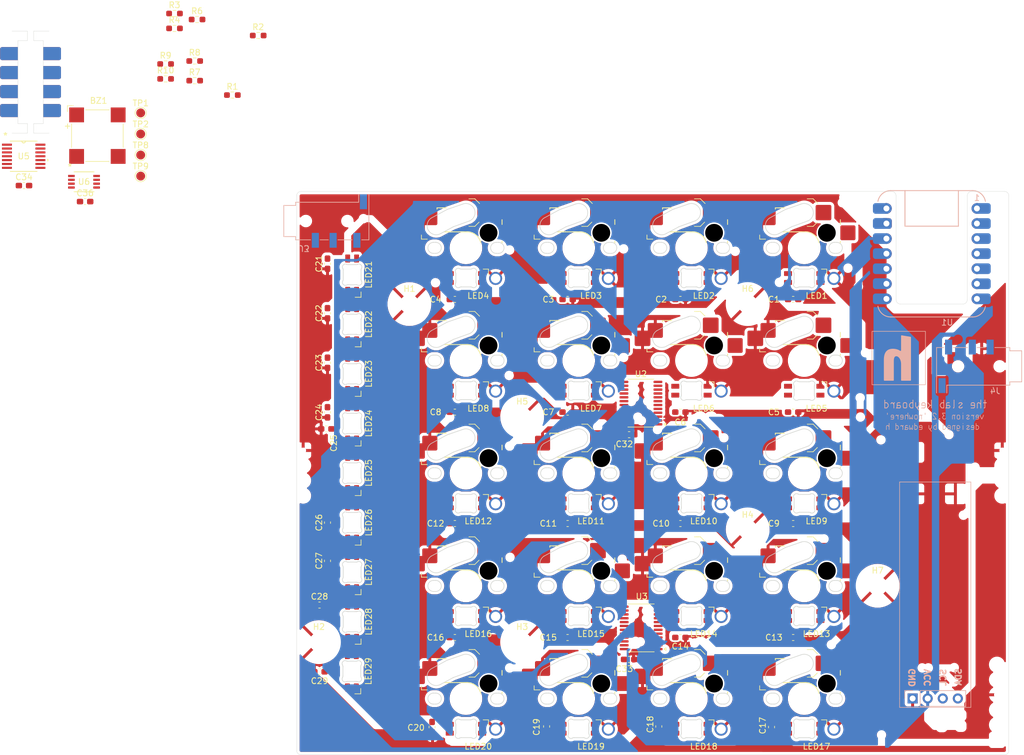
<source format=kicad_pcb>
(kicad_pcb (version 20241229) (generator "pcbnew") (generator_version "9.0")
  (title_block (title "Slab Keyboard - Hackpad Module") (date "2024-10-16") (company "Edward Hesketh"))
  (layers (0 "F.Cu" signal) (2 "B.Cu" signal) (13 "F.Paste" user) (15 "B.Paste" user) (5 "F.SilkS" user "F.Silkscreen") (7 "B.SilkS" user "B.Silkscreen") (1 "F.Mask" user) (3 "B.Mask" user) (25 "Edge.Cuts" user))
  (net 0 "")
  (net 1 "GND")
  (net 2 "+3V3")
  (net 3 "VBUS")
  (net 4 "/I2C1_SDA")
  (net 5 "/I2C1_SCL")
  (net 6 "/I2C0_SDA")
  (net 7 "/I2C0_SCL")
  (net 8 "/I2C_BUS_SDA")
  (net 9 "/I2C_BUS_SCL")
  (net 10 "/SHIFTER_OUTPUT")
  (net 11 "Net-(LED21-DOUT)")
  (net 12 "Net-(LED1-DOUT)")
  (net 13 "Net-(LED22-DOUT)")
  (net 14 "Net-(LED2-DOUT)")
  (net 15 "Net-(LED3-DOUT)")
  (net 16 "Net-(LED4-DOUT)")
  (net 17 "Net-(LED5-DOUT)")
  (net 18 "Net-(LED6-DOUT)")
  (net 19 "Net-(LED7-DOUT)")
  (net 20 "Net-(LED8-DOUT)")
  (net 21 "Net-(LED10-DIN)")
  (net 22 "Net-(LED10-DOUT)")
  (net 23 "Net-(LED11-DOUT)")
  (net 24 "Net-(LED12-DOUT)")
  (net 25 "Net-(LED13-DOUT)")
  (net 26 "Net-(LED14-DOUT)")
  (net 27 "Net-(LED15-DOUT)")
  (net 28 "Net-(LED16-DOUT)")
  (net 29 "Net-(LED17-DOUT)")
  (net 30 "Net-(LED18-DOUT)")
  (net 31 "Net-(LED19-DOUT)")
  (net 32 "/KEY1")
  (net 33 "/KEY2")
  (net 34 "/KEY3")
  (net 35 "/KEY4")
  (net 36 "/KEY5")
  (net 37 "/KEY6")
  (net 38 "/KEY7")
  (net 39 "/KEY8")
  (net 40 "/KEY9")
  (net 41 "/KEY10")
  (net 42 "/KEY11")
  (net 43 "/KEY12")
  (net 44 "/KEY13")
  (net 45 "/KEY14")
  (net 46 "/KEY15")
  (net 47 "/KEY16")
  (net 48 "/KEY17")
  (net 49 "/KEY18")
  (net 50 "/KEY19")
  (net 51 "/KEY20")
  (net 52 "/BUZZER")
  (net 53 "/EXPANDER1_INT")
  (net 54 "/EXPANDER2_INT")
  (net 55 "Net-(LED23-DOUT)")
  (net 69 "Net-(LED20-DOUT)")
  (net 70 "Net-(LED24-DOUT)")
  (net 71 "Net-(LED25-DOUT)")
  (net 72 "Net-(LED26-DOUT)")
  (net 73 "Net-(LED27-DOUT)")
  (net 74 "Net-(LED28-DOUT)")
  (net 75 "/RGB LED Array/Output")
  (net 76 "/I2C1_RDY")
  (net 77 "/SHIFTER_INPUT")
  (footprint "Capacitor_SMD:C_0603_1608Metric_Pad1.08x0.95mm_HandSolder" (layer "F.Cu") (at 145.6 136.5 90)
    (property "Reference" "C18")
    (property "Value" "100nF")
  )
  (footprint "Capacitor_SMD:C_0603_1608Metric_Pad1.08x0.95mm_HandSolder" (layer "F.Cu") (at 130.2425 64.5 180)
    (property "Reference" "C3")
    (property "Value" "100nF")
  )
  (footprint "Capacitor_SMD:C_0603_1608Metric_Pad1.08x0.95mm_HandSolder" (layer "F.Cu") (at 140.6 87.3)
    (property "Reference" "C32")
    (property "Value" "100nF")
  )
  (footprint "CustomFootprints:SW_choc_mx_combined" (layer "F.Cu") (at 122.58 65.28)
    (property "Reference" "MX7" (hide yes))
    (property "Value" "MX_SW_HS" (hide yes))
    (fp_line (start 3.67182 4.502742) (end 6.02 3.23) (stroke (width 0.1)) (layer "Edge.Cuts"))
    (fp_line (start 4.03 8.6) (end 4.455 8.6) (stroke (width 0.1)) (layer "Edge.Cuts"))
    (fp_line (start 4.455 10.45) (end 4.03 10.45) (stroke (width 0.1)) (layer "Edge.Cuts"))
    (fp_line (start 5.3 7.099999) (end 7.41 5.96) (stroke (width 0.1)) (layer "Edge.Cuts"))
    (fp_line (start 6.34 3.06) (end 6.019999 3.229997) (stroke (width 0.1)) (layer "Edge.Cuts"))
    (fp_line (start 6.67 2.94) (end 6.34 3.06) (stroke (width 0.1)) (layer "Edge.Cuts"))
    (fp_line (start 6.67 2.94) (end 8.99 2.14) (stroke (width 0.1)) (layer "Edge.Cuts"))
    (fp_line (start 7.41 5.96) (end 10.18 4.959999) (stroke (width 0.1)) (layer "Edge.Cuts"))
    (fp_line (start 14.605 8.6) (end 15.03 8.6) (stroke (width 0.1)) (layer "Edge.Cuts"))
    (fp_line (start 15.03 10.45) (end 14.605 10.45) (stroke (width 0.1)) (layer "Edge.Cuts"))
    (fp_arc (start 4.03 10.45) (mid 3.105 9.525) (end 4.03 8.6) (stroke (width 0.1)) (layer "Edge.Cuts"))
    (fp_arc (start 4.455 8.6) (mid 5.38 9.525) (end 4.455 10.45) (stroke (width 0.1)) (layer "Edge.Cuts"))
    (fp_arc (start 5.3 7.099999) (mid 3.220924 6.59437) (end 3.67182 4.502742) (stroke (width 0.1)) (layer "Edge.Cuts"))
    (fp_arc (start 8.99 2.14) (mid 10.933677 2.983328) (end 10.182043 4.964269) (stroke (width 0.1)) (layer "Edge.Cuts"))
    (fp_arc (start 14.605 10.45) (mid 13.68 9.525) (end 14.605 8.6) (stroke (width 0.1)) (layer "Edge.Cuts"))
    (fp_arc (start 15.03 8.6) (mid 15.955 9.525) (end 15.03 10.45) (stroke (width 0.1)) (layer "Edge.Cuts"))
  )
  (footprint "CustomFootprints:LED_6028R_Custom" (layer "F.Cu") (at 93.88 127.1965 90)
    (property "Reference" "LED29")
    (property "Value" "MX_SK6812MINI-E")
    (fp_line (start 0.794452 -1.5) (end -0.794453 -1.5) (stroke (width 0.1)) (layer "Edge.Cuts"))
    (fp_line (start -1.699999 -0.702843) (end -1.699999 0.702841) (stroke (width 0.1)) (layer "Edge.Cuts"))
    (fp_line (start 1.699999 0.702841) (end 1.699999 -0.702843) (stroke (width 0.1)) (layer "Edge.Cuts"))
    (fp_line (start -0.794452 1.499999) (end 0.794452 1.499999) (stroke (width 0.1)) (layer "Edge.Cuts"))
    (fp_arc (start 1.046711 -1.5683) (mid 0.925123 -1.517378) (end 0.794453 -1.500001) (stroke (width 0.1)) (layer "Edge.Cuts"))
    (fp_arc (start 1.046711 -1.5683) (mid 1.638071 -1.504036) (end 1.749484 -0.919721) (stroke (width 0.1)) (layer "Edge.Cuts"))
    (fp_arc (start -0.794453 -1.5) (mid -0.925123 -1.517377) (end -1.046711 -1.568299) (stroke (width 0.1)) (layer "Edge.Cuts"))
    (fp_arc (start -1.749484 -0.919721) (mid -1.638071 -1.504036) (end -1.046711 -1.568299) (stroke (width 0.1)) (layer "Edge.Cuts"))
    (fp_arc (start -1.749484 -0.919721) (mid -1.712527 -0.814069) (end -1.699999 -0.702844) (stroke (width 0.1)) (layer "Edge.Cuts"))
    (fp_arc (start 1.699999 -0.702843) (mid 1.712527 -0.814069) (end 1.749484 -0.919721) (stroke (width 0.1)) (layer "Edge.Cuts"))
    (fp_arc (start -1.699999 0.702841) (mid -1.712527 0.814067) (end -1.749484 0.919719) (stroke (width 0.1)) (layer "Edge.Cuts"))
    (fp_arc (start 1.749484 0.919719) (mid 1.712527 0.814067) (end 1.699999 0.702842) (stroke (width 0.1)) (layer "Edge.Cuts"))
    (fp_arc (start 1.749484 0.919719) (mid 1.63807 1.504033) (end 1.046711 1.568296) (stroke (width 0.1)) (layer "Edge.Cuts"))
    (fp_arc (start 0.794452 1.499999) (mid 0.925122 1.517376) (end 1.04671 1.568298) (stroke (width 0.1)) (layer "Edge.Cuts"))
    (fp_arc (start -1.046711 1.568298) (mid -1.638072 1.504034) (end -1.749484 0.919718) (stroke (width 0.1)) (layer "Edge.Cuts"))
    (fp_arc (start -1.046711 1.568298) (mid -0.925123 1.517376) (end -0.794452 1.499999) (stroke (width 0.1)) (layer "Edge.Cuts"))
  )
  (footprint "Capacitor_SMD:C_0603_1608Metric_Pad1.08x0.95mm_HandSolder" (layer "F.Cu") (at 107.4 136.6 90)
    (property "Reference" "C20")
    (property "Value" "100nF")
  )
  (footprint "CustomFootprints:SW_choc_mx_combined" (layer "F.Cu") (at 122.58 46.28)
    (property "Reference" "MX3" (hide yes))
    (property "Value" "MX_SW_HS" (hide yes))
    (fp_line (start 3.67182 4.502742) (end 6.02 3.23) (stroke (width 0.1)) (layer "Edge.Cuts"))
    (fp_line (start 4.03 8.6) (end 4.455 8.6) (stroke (width 0.1)) (layer "Edge.Cuts"))
    (fp_line (start 4.455 10.45) (end 4.03 10.45) (stroke (width 0.1)) (layer "Edge.Cuts"))
    (fp_line (start 5.3 7.099999) (end 7.41 5.96) (stroke (width 0.1)) (layer "Edge.Cuts"))
    (fp_line (start 6.34 3.06) (end 6.019999 3.229997) (stroke (width 0.1)) (layer "Edge.Cuts"))
    (fp_line (start 6.67 2.94) (end 6.34 3.06) (stroke (width 0.1)) (layer "Edge.Cuts"))
    (fp_line (start 6.67 2.94) (end 8.99 2.14) (stroke (width 0.1)) (layer "Edge.Cuts"))
    (fp_line (start 7.41 5.96) (end 10.18 4.959999) (stroke (width 0.1)) (layer "Edge.Cuts"))
    (fp_line (start 14.605 8.6) (end 15.03 8.6) (stroke (width 0.1)) (layer "Edge.Cuts"))
    (fp_line (start 15.03 10.45) (end 14.605 10.45) (stroke (width 0.1)) (layer "Edge.Cuts"))
    (fp_arc (start 4.03 10.45) (mid 3.105 9.525) (end 4.03 8.6) (stroke (width 0.1)) (layer "Edge.Cuts"))
    (fp_arc (start 4.455 8.6) (mid 5.38 9.525) (end 4.455 10.45) (stroke (width 0.1)) (layer "Edge.Cuts"))
    (fp_arc (start 5.3 7.099999) (mid 3.220924 6.59437) (end 3.67182 4.502742) (stroke (width 0.1)) (layer "Edge.Cuts"))
    (fp_arc (start 8.99 2.14) (mid 10.933677 2.983328) (end 10.182043 4.964269) (stroke (width 0.1)) (layer "Edge.Cuts"))
    (fp_arc (start 14.605 10.45) (mid 13.68 9.525) (end 14.605 8.6) (stroke (width 0.1)) (layer "Edge.Cuts"))
    (fp_arc (start 15.03 8.6) (mid 15.955 9.525) (end 15.03 10.45) (stroke (width 0.1)) (layer "Edge.Cuts"))
  )
  (footprint "CustomFootprints:LED_MX_6028R-ROT_Custom" (layer "F.Cu") (at 160.58 103.28)
    (property "Reference" "LED13")
    (property "Value" "MX_SK6812MINI-E")
    (fp_line (start 7.825001 13.902159) (end 7.825001 15.307843) (stroke (width 0.1)) (layer "Edge.Cuts"))
    (fp_line (start 8.730548 16.105) (end 10.319453 16.105) (stroke (width 0.1)) (layer "Edge.Cuts"))
    (fp_line (start 10.319452 13.105001) (end 8.730548 13.105001) (stroke (width 0.1)) (layer "Edge.Cuts"))
    (fp_line (start 11.224999 15.307843) (end 11.224999 13.902159) (stroke (width 0.1)) (layer "Edge.Cuts"))
    (fp_arc (start 7.775516 13.685281) (mid 7.812473 13.790933) (end 7.825001 13.902158) (stroke (width 0.1)) (layer "Edge.Cuts"))
    (fp_arc (start 7.775516 13.685281) (mid 7.88693 13.100967) (end 8.478289 13.036704) (stroke (width 0.1)) (layer "Edge.Cuts"))
    (fp_arc (start 7.825001 15.307843) (mid 7.812473 15.419069) (end 7.775516 15.524721) (stroke (width 0.1)) (layer "Edge.Cuts"))
    (fp_arc (start 8.478289 16.1733) (mid 7.886929 16.109036) (end 7.775516 15.524721) (stroke (width 0.1)) (layer "Edge.Cuts"))
    (fp_arc (start 8.478289 16.1733) (mid 8.599877 16.122378) (end 8.730547 16.105001) (stroke (width 0.1)) (layer "Edge.Cuts"))
    (fp_arc (start 8.730548 13.105001) (mid 8.599878 13.087624) (end 8.47829 13.036702) (stroke (width 0.1)) (layer "Edge.Cuts"))
    (fp_arc (start 10.319453 16.105) (mid 10.450123 16.122377) (end 10.571711 16.173299) (stroke (width 0.1)) (layer "Edge.Cuts"))
    (fp_arc (start 10.571711 13.036702) (mid 10.450123 13.087624) (end 10.319452 13.105001) (stroke (width 0.1)) (layer "Edge.Cuts"))
    (fp_arc (start 10.571711 13.036702) (mid 11.163071 13.100965) (end 11.274484 13.685282) (stroke (width 0.1)) (layer "Edge.Cuts"))
    (fp_arc (start 11.224999 13.902159) (mid 11.237528 13.790933) (end 11.274484 13.685281) (stroke (width 0.1)) (layer "Edge.Cuts"))
    (fp_arc (start 11.274484 15.524721) (mid 11.16307 16.109035) (end 10.571711 16.173299) (stroke (width 0.1)) (layer "Edge.Cuts"))
    (fp_arc (start 11.274484 15.524721) (mid 11.237518 15.41907) (end 11.224999 15.307844) (stroke (width 0.1)) (layer "Edge.Cuts"))
  )
  (footprint "MountingHole:MountingHole_3.2mm_M3" (layer "F.Cu") (at 122.58 122.28)
    (property "Reference" "H3")
    (property "Value" "MountingHole_Pad")
  )
  (footprint "Resistor_SMD:R_0603_1608Metric_Pad0.98x0.95mm_HandSolder" (layer "F.Cu") (at 64 16.29)
    (property "Reference" "R3")
    (property "Value" "10k")
  )
  (footprint "CustomFootprints:SW_choc_mx_combined" (layer "F.Cu") (at 160.58 84.28)
    (property "Reference" "MX9" (hide yes))
    (property "Value" "MX_SW_HS" (hide yes))
    (fp_line (start 3.67182 4.502742) (end 6.02 3.23) (stroke (width 0.1)) (layer "Edge.Cuts"))
    (fp_line (start 4.03 8.6) (end 4.455 8.6) (stroke (width 0.1)) (layer "Edge.Cuts"))
    (fp_line (start 4.455 10.45) (end 4.03 10.45) (stroke (width 0.1)) (layer "Edge.Cuts"))
    (fp_line (start 5.3 7.099999) (end 7.41 5.96) (stroke (width 0.1)) (layer "Edge.Cuts"))
    (fp_line (start 6.34 3.06) (end 6.019999 3.229997) (stroke (width 0.1)) (layer "Edge.Cuts"))
    (fp_line (start 6.67 2.94) (end 6.34 3.06) (stroke (width 0.1)) (layer "Edge.Cuts"))
    (fp_line (start 6.67 2.94) (end 8.99 2.14) (stroke (width 0.1)) (layer "Edge.Cuts"))
    (fp_line (start 7.41 5.96) (end 10.18 4.959999) (stroke (width 0.1)) (layer "Edge.Cuts"))
    (fp_line (start 14.605 8.6) (end 15.03 8.6) (stroke (width 0.1)) (layer "Edge.Cuts"))
    (fp_line (start 15.03 10.45) (end 14.605 10.45) (stroke (width 0.1)) (layer "Edge.Cuts"))
    (fp_arc (start 4.03 10.45) (mid 3.105 9.525) (end 4.03 8.6) (stroke (width 0.1)) (layer "Edge.Cuts"))
    (fp_arc (start 4.455 8.6) (mid 5.38 9.525) (end 4.455 10.45) (stroke (width 0.1)) (layer "Edge.Cuts"))
    (fp_arc (start 5.3 7.099999) (mid 3.220924 6.59437) (end 3.67182 4.502742) (stroke (width 0.1)) (layer "Edge.Cuts"))
    (fp_arc (start 8.99 2.14) (mid 10.933677 2.983328) (end 10.182043 4.964269) (stroke (width 0.1)) (layer "Edge.Cuts"))
    (fp_arc (start 14.605 10.45) (mid 13.68 9.525) (end 14.605 8.6) (stroke (width 0.1)) (layer "Edge.Cuts"))
    (fp_arc (start 15.03 8.6) (mid 15.955 9.525) (end 15.03 10.45) (stroke (width 0.1)) (layer "Edge.Cuts"))
  )
  (footprint "CustomFootprints:SW_choc_mx_combined" (layer "F.Cu") (at 103.58 103.28)
    (property "Reference" "MX16" (hide yes))
    (property "Value" "MX_SW_HS" (hide yes))
    (fp_line (start 3.67182 4.502742) (end 6.02 3.23) (stroke (width 0.1)) (layer "Edge.Cuts"))
    (fp_line (start 4.03 8.6) (end 4.455 8.6) (stroke (width 0.1)) (layer "Edge.Cuts"))
    (fp_line (start 4.455 10.45) (end 4.03 10.45) (stroke (width 0.1)) (layer "Edge.Cuts"))
    (fp_line (start 5.3 7.099999) (end 7.41 5.96) (stroke (width 0.1)) (layer "Edge.Cuts"))
    (fp_line (start 6.34 3.06) (end 6.019999 3.229997) (stroke (width 0.1)) (layer "Edge.Cuts"))
    (fp_line (start 6.67 2.94) (end 6.34 3.06) (stroke (width 0.1)) (layer "Edge.Cuts"))
    (fp_line (start 6.67 2.94) (end 8.99 2.14) (stroke (width 0.1)) (layer "Edge.Cuts"))
    (fp_line (start 7.41 5.96) (end 10.18 4.959999) (stroke (width 0.1)) (layer "Edge.Cuts"))
    (fp_line (start 14.605 8.6) (end 15.03 8.6) (stroke (width 0.1)) (layer "Edge.Cuts"))
    (fp_line (start 15.03 10.45) (end 14.605 10.45) (stroke (width 0.1)) (layer "Edge.Cuts"))
    (fp_arc (start 4.03 10.45) (mid 3.105 9.525) (end 4.03 8.6) (stroke (width 0.1)) (layer "Edge.Cuts"))
    (fp_arc (start 4.455 8.6) (mid 5.38 9.525) (end 4.455 10.45) (stroke (width 0.1)) (layer "Edge.Cuts"))
    (fp_arc (start 5.3 7.099999) (mid 3.220924 6.59437) (end 3.67182 4.502742) (stroke (width 0.1)) (layer "Edge.Cuts"))
    (fp_arc (start 8.99 2.14) (mid 10.933677 2.983328) (end 10.182043 4.964269) (stroke (width 0.1)) (layer "Edge.Cuts"))
    (fp_arc (start 14.605 10.45) (mid 13.68 9.525) (end 14.605 8.6) (stroke (width 0.1)) (layer "Edge.Cuts"))
    (fp_arc (start 15.03 8.6) (mid 15.955 9.525) (end 15.03 10.45) (stroke (width 0.1)) (layer "Edge.Cuts"))
  )
  (footprint "CustomFootprints:SW_choc_mx_combined" (layer "F.Cu") (at 103.58 46.28)
    (property "Reference" "MX4" (hide yes))
    (property "Value" "MX_SW_HS" (hide yes))
    (fp_line (start 3.67182 4.502742) (end 6.02 3.23) (stroke (width 0.1)) (layer "Edge.Cuts"))
    (fp_line (start 4.03 8.6) (end 4.455 8.6) (stroke (width 0.1)) (layer "Edge.Cuts"))
    (fp_line (start 4.455 10.45) (end 4.03 10.45) (stroke (width 0.1)) (layer "Edge.Cuts"))
    (fp_line (start 5.3 7.099999) (end 7.41 5.96) (stroke (width 0.1)) (layer "Edge.Cuts"))
    (fp_line (start 6.34 3.06) (end 6.019999 3.229997) (stroke (width 0.1)) (layer "Edge.Cuts"))
    (fp_line (start 6.67 2.94) (end 6.34 3.06) (stroke (width 0.1)) (layer "Edge.Cuts"))
    (fp_line (start 6.67 2.94) (end 8.99 2.14) (stroke (width 0.1)) (layer "Edge.Cuts"))
    (fp_line (start 7.41 5.96) (end 10.18 4.959999) (stroke (width 0.1)) (layer "Edge.Cuts"))
    (fp_line (start 14.605 8.6) (end 15.03 8.6) (stroke (width 0.1)) (layer "Edge.Cuts"))
    (fp_line (start 15.03 10.45) (end 14.605 10.45) (stroke (width 0.1)) (layer "Edge.Cuts"))
    (fp_arc (start 4.03 10.45) (mid 3.105 9.525) (end 4.03 8.6) (stroke (width 0.1)) (layer "Edge.Cuts"))
    (fp_arc (start 4.455 8.6) (mid 5.38 9.525) (end 4.455 10.45) (stroke (width 0.1)) (layer "Edge.Cuts"))
    (fp_arc (start 5.3 7.099999) (mid 3.220924 6.59437) (end 3.67182 4.502742) (stroke (width 0.1)) (layer "Edge.Cuts"))
    (fp_arc (start 8.99 2.14) (mid 10.933677 2.983328) (end 10.182043 4.964269) (stroke (width 0.1)) (layer "Edge.Cuts"))
    (fp_arc (start 14.605 10.45) (mid 13.68 9.525) (end 14.605 8.6) (stroke (width 0.1)) (layer "Edge.Cuts"))
    (fp_arc (start 15.03 8.6) (mid 15.955 9.525) (end 15.03 10.45) (stroke (width 0.1)) (layer "Edge.Cuts"))
  )
  (footprint "CustomFootprints:SW_choc_mx_combined" (layer "F.Cu") (at 141.58 103.28)
    (property "Reference" "MX14" (hide yes))
    (property "Value" "MX_SW_HS" (hide yes))
    (fp_line (start 3.67182 4.502742) (end 6.02 3.23) (stroke (width 0.1)) (layer "Edge.Cuts"))
    (fp_line (start 4.03 8.6) (end 4.455 8.6) (stroke (width 0.1)) (layer "Edge.Cuts"))
    (fp_line (start 4.455 10.45) (end 4.03 10.45) (stroke (width 0.1)) (layer "Edge.Cuts"))
    (fp_line (start 5.3 7.099999) (end 7.41 5.96) (stroke (width 0.1)) (layer "Edge.Cuts"))
    (fp_line (start 6.34 3.06) (end 6.019999 3.229997) (stroke (width 0.1)) (layer "Edge.Cuts"))
    (fp_line (start 6.67 2.94) (end 6.34 3.06) (stroke (width 0.1)) (layer "Edge.Cuts"))
    (fp_line (start 6.67 2.94) (end 8.99 2.14) (stroke (width 0.1)) (layer "Edge.Cuts"))
    (fp_line (start 7.41 5.96) (end 10.18 4.959999) (stroke (width 0.1)) (layer "Edge.Cuts"))
    (fp_line (start 14.605 8.6) (end 15.03 8.6) (stroke (width 0.1)) (layer "Edge.Cuts"))
    (fp_line (start 15.03 10.45) (end 14.605 10.45) (stroke (width 0.1)) (layer "Edge.Cuts"))
    (fp_arc (start 4.03 10.45) (mid 3.105 9.525) (end 4.03 8.6) (stroke (width 0.1)) (layer "Edge.Cuts"))
    (fp_arc (start 4.455 8.6) (mid 5.38 9.525) (end 4.455 10.45) (stroke (width 0.1)) (layer "Edge.Cuts"))
    (fp_arc (start 5.3 7.099999) (mid 3.220924 6.59437) (end 3.67182 4.502742) (stroke (width 0.1)) (layer "Edge.Cuts"))
    (fp_arc (start 8.99 2.14) (mid 10.933677 2.983328) (end 10.182043 4.964269) (stroke (width 0.1)) (layer "Edge.Cuts"))
    (fp_arc (start 14.605 10.45) (mid 13.68 9.525) (end 14.605 8.6) (stroke (width 0.1)) (layer "Edge.Cuts"))
    (fp_arc (start 15.03 8.6) (mid 15.955 9.525) (end 15.03 10.45) (stroke (width 0.1)) (layer "Edge.Cuts"))
  )
  (footprint "CustomFootprints:SW_choc_mx_combined" (layer "F.Cu") (at 141.58 122.28)
    (property "Reference" "MX18" (hide yes))
    (property "Value" "MX_SW_HS" (hide yes))
    (fp_line (start 3.67182 4.502742) (end 6.02 3.23) (stroke (width 0.1)) (layer "Edge.Cuts"))
    (fp_line (start 4.03 8.6) (end 4.455 8.6) (stroke (width 0.1)) (layer "Edge.Cuts"))
    (fp_line (start 4.455 10.45) (end 4.03 10.45) (stroke (width 0.1)) (layer "Edge.Cuts"))
    (fp_line (start 5.3 7.099999) (end 7.41 5.96) (stroke (width 0.1)) (layer "Edge.Cuts"))
    (fp_line (start 6.34 3.06) (end 6.019999 3.229997) (stroke (width 0.1)) (layer "Edge.Cuts"))
    (fp_line (start 6.67 2.94) (end 6.34 3.06) (stroke (width 0.1)) (layer "Edge.Cuts"))
    (fp_line (start 6.67 2.94) (end 8.99 2.14) (stroke (width 0.1)) (layer "Edge.Cuts"))
    (fp_line (start 7.41 5.96) (end 10.18 4.959999) (stroke (width 0.1)) (layer "Edge.Cuts"))
    (fp_line (start 14.605 8.6) (end 15.03 8.6) (stroke (width 0.1)) (layer "Edge.Cuts"))
    (fp_line (start 15.03 10.45) (end 14.605 10.45) (stroke (width 0.1)) (layer "Edge.Cuts"))
    (fp_arc (start 4.03 10.45) (mid 3.105 9.525) (end 4.03 8.6) (stroke (width 0.1)) (layer "Edge.Cuts"))
    (fp_arc (start 4.455 8.6) (mid 5.38 9.525) (end 4.455 10.45) (stroke (width 0.1)) (layer "Edge.Cuts"))
    (fp_arc (start 5.3 7.099999) (mid 3.220924 6.59437) (end 3.67182 4.502742) (stroke (width 0.1)) (layer "Edge.Cuts"))
    (fp_arc (start 8.99 2.14) (mid 10.933677 2.983328) (end 10.182043 4.964269) (stroke (width 0.1)) (layer "Edge.Cuts"))
    (fp_arc (start 14.605 10.45) (mid 13.68 9.525) (end 14.605 8.6) (stroke (width 0.1)) (layer "Edge.Cuts"))
    (fp_arc (start 15.03 8.6) (mid 15.955 9.525) (end 15.03 10.45) (stroke (width 0.1)) (layer "Edge.Cuts"))
  )
  (footprint "CustomFootprints:LED_6028R_Custom" (layer "F.Cu") (at 93.93 85.404 90)
    (property "Reference" "LED24")
    (property "Value" "MX_SK6812MINI-E")
    (fp_line (start 0.794452 -1.5) (end -0.794453 -1.5) (stroke (width 0.1)) (layer "Edge.Cuts"))
    (fp_line (start -1.699999 -0.702843) (end -1.699999 0.702841) (stroke (width 0.1)) (layer "Edge.Cuts"))
    (fp_line (start 1.699999 0.702841) (end 1.699999 -0.702843) (stroke (width 0.1)) (layer "Edge.Cuts"))
    (fp_line (start -0.794452 1.499999) (end 0.794452 1.499999) (stroke (width 0.1)) (layer "Edge.Cuts"))
    (fp_arc (start 1.046711 -1.5683) (mid 0.925123 -1.517378) (end 0.794453 -1.500001) (stroke (width 0.1)) (layer "Edge.Cuts"))
    (fp_arc (start 1.046711 -1.5683) (mid 1.638071 -1.504036) (end 1.749484 -0.919721) (stroke (width 0.1)) (layer "Edge.Cuts"))
    (fp_arc (start -0.794453 -1.5) (mid -0.925123 -1.517377) (end -1.046711 -1.568299) (stroke (width 0.1)) (layer "Edge.Cuts"))
    (fp_arc (start -1.749484 -0.919721) (mid -1.638071 -1.504036) (end -1.046711 -1.568299) (stroke (width 0.1)) (layer "Edge.Cuts"))
    (fp_arc (start -1.749484 -0.919721) (mid -1.712527 -0.814069) (end -1.699999 -0.702844) (stroke (width 0.1)) (layer "Edge.Cuts"))
    (fp_arc (start 1.699999 -0.702843) (mid 1.712527 -0.814069) (end 1.749484 -0.919721) (stroke (width 0.1)) (layer "Edge.Cuts"))
    (fp_arc (start -1.699999 0.702841) (mid -1.712527 0.814067) (end -1.749484 0.919719) (stroke (width 0.1)) (layer "Edge.Cuts"))
    (fp_arc (start 1.749484 0.919719) (mid 1.712527 0.814067) (end 1.699999 0.702842) (stroke (width 0.1)) (layer "Edge.Cuts"))
    (fp_arc (start 1.749484 0.919719) (mid 1.63807 1.504033) (end 1.046711 1.568296) (stroke (width 0.1)) (layer "Edge.Cuts"))
    (fp_arc (start 0.794452 1.499999) (mid 0.925122 1.517376) (end 1.04671 1.568298) (stroke (width 0.1)) (layer "Edge.Cuts"))
    (fp_arc (start -1.046711 1.568298) (mid -1.638072 1.504034) (end -1.749484 0.919718) (stroke (width 0.1)) (layer "Edge.Cuts"))
    (fp_arc (start -1.046711 1.568298) (mid -0.925123 1.517376) (end -0.794452 1.499999) (stroke (width 0.1)) (layer "Edge.Cuts"))
  )
  (footprint "Resistor_SMD:R_0603_1608Metric_Pad0.98x0.95mm_HandSolder" (layer "F.Cu") (at 62.5 27.31)
    (property "Reference" "R10")
    (property "Value" "2.2k")
  )
  (footprint "Capacitor_SMD:C_0603_1608Metric_Pad1.08x0.95mm_HandSolder" (layer "F.Cu") (at 89.58 86.33)
    (property "Reference" "C25")
    (property "Value" "100nF")
  )
  (footprint "Capacitor_SMD:C_0603_1608Metric_Pad1.08x0.95mm_HandSolder" (layer "F.Cu") (at 111.2425 121.5 180)
    (property "Reference" "C16")
    (property "Value" "100nF")
  )
  (footprint "Capacitor_SMD:C_0603_1608Metric_Pad1.08x0.95mm_HandSolder" (layer "F.Cu") (at 130.23 121.5 180)
    (property "Reference" "C15")
    (property "Value" "100nF")
  )
  (footprint "Capacitor_SMD:C_0603_1608Metric_Pad1.08x0.95mm_HandSolder" (layer "F.Cu") (at 130.2425 83.5 180)
    (property "Reference" "C7")
    (property "Value" "100nF")
  )
  (footprint "Capacitor_SMD:C_0603_1608Metric_Pad1.08x0.95mm_HandSolder" (layer "F.Cu") (at 130.2425 102.28 180)
    (property "Reference" "C11")
    (property "Value" "100nF")
  )
  (footprint "CustomFootprints:LED_MX_6028R-ROT_Custom" (layer "F.Cu") (at 122.58 84.28)
    (property "Reference" "LED11")
    (property "Value" "MX_SK6812MINI-E")
    (fp_line (start 7.825001 13.902159) (end 7.825001 15.307843) (stroke (width 0.1)) (layer "Edge.Cuts"))
    (fp_line (start 8.730548 16.105) (end 10.319453 16.105) (stroke (width 0.1)) (layer "Edge.Cuts"))
    (fp_line (start 10.319452 13.105001) (end 8.730548 13.105001) (stroke (width 0.1)) (layer "Edge.Cuts"))
    (fp_line (start 11.224999 15.307843) (end 11.224999 13.902159) (stroke (width 0.1)) (layer "Edge.Cuts"))
    (fp_arc (start 7.775516 13.685281) (mid 7.812473 13.790933) (end 7.825001 13.902158) (stroke (width 0.1)) (layer "Edge.Cuts"))
    (fp_arc (start 7.775516 13.685281) (mid 7.88693 13.100967) (end 8.478289 13.036704) (stroke (width 0.1)) (layer "Edge.Cuts"))
    (fp_arc (start 7.825001 15.307843) (mid 7.812473 15.419069) (end 7.775516 15.524721) (stroke (width 0.1)) (layer "Edge.Cuts"))
    (fp_arc (start 8.478289 16.1733) (mid 7.886929 16.109036) (end 7.775516 15.524721) (stroke (width 0.1)) (layer "Edge.Cuts"))
    (fp_arc (start 8.478289 16.1733) (mid 8.599877 16.122378) (end 8.730547 16.105001) (stroke (width 0.1)) (layer "Edge.Cuts"))
    (fp_arc (start 8.730548 13.105001) (mid 8.599878 13.087624) (end 8.47829 13.036702) (stroke (width 0.1)) (layer "Edge.Cuts"))
    (fp_arc (start 10.319453 16.105) (mid 10.450123 16.122377) (end 10.571711 16.173299) (stroke (width 0.1)) (layer "Edge.Cuts"))
    (fp_arc (start 10.571711 13.036702) (mid 10.450123 13.087624) (end 10.319452 13.105001) (stroke (width 0.1)) (layer "Edge.Cuts"))
    (fp_arc (start 10.571711 13.036702) (mid 11.163071 13.100965) (end 11.274484 13.685282) (stroke (width 0.1)) (layer "Edge.Cuts"))
    (fp_arc (start 11.224999 13.902159) (mid 11.237528 13.790933) (end 11.274484 13.685281) (stroke (width 0.1)) (layer "Edge.Cuts"))
    (fp_arc (start 11.274484 15.524721) (mid 11.16307 16.109035) (end 10.571711 16.173299) (stroke (width 0.1)) (layer "Edge.Cuts"))
    (fp_arc (start 11.274484 15.524721) (mid 11.237518 15.41907) (end 11.224999 15.307844) (stroke (width 0.1)) (layer "Edge.Cuts"))
  )
  (footprint "Capacitor_SMD:C_0603_1608Metric_Pad1.08x0.95mm_HandSolder" (layer "F.Cu") (at 89.78 102.13 90)
    (property "Reference" "C26")
    (property "Value" "100nF")
  )
  (footprint "Resistor_SMD:R_0603_1608Metric_Pad0.98x0.95mm_HandSolder" (layer "F.Cu") (at 62.5 24.8)
    (property "Reference" "R9")
    (property "Value" "2.2k")
  )
  (footprint "Capacitor_SMD:C_0603_1608Metric_Pad1.08x0.95mm_HandSolder" (layer "F.Cu") (at 149.2425 83.5 180)
    (property "Reference" "C6")
    (property "Value" "100nF")
  )
  (footprint "CustomFootprints:LED_6028R_Custom" (layer "F.Cu") (at 93.93 93.7625 90)
    (property "Reference" "LED25")
    (property "Value" "MX_SK6812MINI-E")
    (fp_line (start 0.794452 -1.5) (end -0.794453 -1.5) (stroke (width 0.1)) (layer "Edge.Cuts"))
    (fp_line (start -1.699999 -0.702843) (end -1.699999 0.702841) (stroke (width 0.1)) (layer "Edge.Cuts"))
    (fp_line (start 1.699999 0.702841) (end 1.699999 -0.702843) (stroke (width 0.1)) (layer "Edge.Cuts"))
    (fp_line (start -0.794452 1.499999) (end 0.794452 1.499999) (stroke (width 0.1)) (layer "Edge.Cuts"))
    (fp_arc (start 1.046711 -1.5683) (mid 0.925123 -1.517378) (end 0.794453 -1.500001) (stroke (width 0.1)) (layer "Edge.Cuts"))
    (fp_arc (start 1.046711 -1.5683) (mid 1.638071 -1.504036) (end 1.749484 -0.919721) (stroke (width 0.1)) (layer "Edge.Cuts"))
    (fp_arc (start -0.794453 -1.5) (mid -0.925123 -1.517377) (end -1.046711 -1.568299) (stroke (width 0.1)) (layer "Edge.Cuts"))
    (fp_arc (start -1.749484 -0.919721) (mid -1.638071 -1.504036) (end -1.046711 -1.568299) (stroke (width 0.1)) (layer "Edge.Cuts"))
    (fp_arc (start -1.749484 -0.919721) (mid -1.712527 -0.814069) (end -1.699999 -0.702844) (stroke (width 0.1)) (layer "Edge.Cuts"))
    (fp_arc (start 1.699999 -0.702843) (mid 1.712527 -0.814069) (end 1.749484 -0.919721) (stroke (width 0.1)) (layer "Edge.Cuts"))
    (fp_arc (start -1.699999 0.702841) (mid -1.712527 0.814067) (end -1.749484 0.919719) (stroke (width 0.1)) (layer "Edge.Cuts"))
    (fp_arc (start 1.749484 0.919719) (mid 1.712527 0.814067) (end 1.699999 0.702842) (stroke (width 0.1)) (layer "Edge.Cuts"))
    (fp_arc (start 1.749484 0.919719) (mid 1.63807 1.504033) (end 1.046711 1.568296) (stroke (width 0.1)) (layer "Edge.Cuts"))
    (fp_arc (start 0.794452 1.499999) (mid 0.925122 1.517376) (end 1.04671 1.568298) (stroke (width 0.1)) (layer "Edge.Cuts"))
    (fp_arc (start -1.046711 1.568298) (mid -1.638072 1.504034) (end -1.749484 0.919718) (stroke (width 0.1)) (layer "Edge.Cuts"))
    (fp_arc (start -1.046711 1.568298) (mid -0.925123 1.517376) (end -0.794452 1.499999) (stroke (width 0.1)) (layer "Edge.Cuts"))
  )
  (footprint "Capacitor_SMD:C_0603_1608Metric_Pad1.08x0.95mm_HandSolder" (layer "F.Cu") (at 168.2425 83.5 180)
    (property "Reference" "C5")
    (property "Value" "100nF")
  )
  (footprint "Capacitor_SMD:C_0603_1608Metric_Pad1.08x0.95mm_HandSolder" (layer "F.Cu") (at 149.2425 64.5 180)
    (property "Reference" "C2")
    (property "Value" "100nF")
  )
  (footprint "Capacitor_SMD:C_0603_1608Metric_Pad1.08x0.95mm_HandSolder" (layer "F.Cu") (at 89.78 66.83 90)
    (property "Reference" "C22")
    (property "Value" "100nF")
  )
  (footprint "CustomFootprints:LED_MX_6028R-ROT_Custom" (layer "F.Cu") (at 122.58 122.28)
    (property "Reference" "LED19")
    (property "Value" "MX_SK6812MINI-E")
    (fp_line (start 7.825001 13.902159) (end 7.825001 15.307843) (stroke (width 0.1)) (layer "Edge.Cuts"))
    (fp_line (start 8.730548 16.105) (end 10.319453 16.105) (stroke (width 0.1)) (layer "Edge.Cuts"))
    (fp_line (start 10.319452 13.105001) (end 8.730548 13.105001) (stroke (width 0.1)) (layer "Edge.Cuts"))
    (fp_line (start 11.224999 15.307843) (end 11.224999 13.902159) (stroke (width 0.1)) (layer "Edge.Cuts"))
    (fp_arc (start 7.775516 13.685281) (mid 7.812473 13.790933) (end 7.825001 13.902158) (stroke (width 0.1)) (layer "Edge.Cuts"))
    (fp_arc (start 7.775516 13.685281) (mid 7.88693 13.100967) (end 8.478289 13.036704) (stroke (width 0.1)) (layer "Edge.Cuts"))
    (fp_arc (start 7.825001 15.307843) (mid 7.812473 15.419069) (end 7.775516 15.524721) (stroke (width 0.1)) (layer "Edge.Cuts"))
    (fp_arc (start 8.478289 16.1733) (mid 7.886929 16.109036) (end 7.775516 15.524721) (stroke (width 0.1)) (layer "Edge.Cuts"))
    (fp_arc (start 8.478289 16.1733) (mid 8.599877 16.122378) (end 8.730547 16.105001) (stroke (width 0.1)) (layer "Edge.Cuts"))
    (fp_arc (start 8.730548 13.105001) (mid 8.599878 13.087624) (end 8.47829 13.036702) (stroke (width 0.1)) (layer "Edge.Cuts"))
    (fp_arc (start 10.319453 16.105) (mid 10.450123 16.122377) (end 10.571711 16.173299) (stroke (width 0.1)) (layer "Edge.Cuts"))
    (fp_arc (start 10.571711 13.036702) (mid 10.450123 13.087624) (end 10.319452 13.105001) (stroke (width 0.1)) (layer "Edge.Cuts"))
    (fp_arc (start 10.571711 13.036702) (mid 11.163071 13.100965) (end 11.274484 13.685282) (stroke (width 0.1)) (layer "Edge.Cuts"))
    (fp_arc (start 11.224999 13.902159) (mid 11.237528 13.790933) (end 11.274484 13.685281) (stroke (width 0.1)) (layer "Edge.Cuts"))
    (fp_arc (start 11.274484 15.524721) (mid 11.16307 16.109035) (end 10.571711 16.173299) (stroke (width 0.1)) (layer "Edge.Cuts"))
    (fp_arc (start 11.274484 15.524721) (mid 11.237518 15.41907) (end 11.224999 15.307844) (stroke (width 0.1)) (layer "Edge.Cuts"))
  )
  (footprint "CustomFootprints:SW_choc_mx_combined" (layer "F.Cu") (at 141.58 46.28)
    (property "Reference" "MX2" (hide yes))
    (property "Value" "MX_SW_HS" (hide yes))
    (fp_line (start 3.67182 4.502742) (end 6.02 3.23) (stroke (width 0.1)) (layer "Edge.Cuts"))
    (fp_line (start 4.03 8.6) (end 4.455 8.6) (stroke (width 0.1)) (layer "Edge.Cuts"))
    (fp_line (start 4.455 10.45) (end 4.03 10.45) (stroke (width 0.1)) (layer "Edge.Cuts"))
    (fp_line (start 5.3 7.099999) (end 7.41 5.96) (stroke (width 0.1)) (layer "Edge.Cuts"))
    (fp_line (start 6.34 3.06) (end 6.019999 3.229997) (stroke (width 0.1)) (layer "Edge.Cuts"))
    (fp_line (start 6.67 2.94) (end 6.34 3.06) (stroke (width 0.1)) (layer "Edge.Cuts"))
    (fp_line (start 6.67 2.94) (end 8.99 2.14) (stroke (width 0.1)) (layer "Edge.Cuts"))
    (fp_line (start 7.41 5.96) (end 10.18 4.959999) (stroke (width 0.1)) (layer "Edge.Cuts"))
    (fp_line (start 14.605 8.6) (end 15.03 8.6) (stroke (width 0.1)) (layer "Edge.Cuts"))
    (fp_line (start 15.03 10.45) (end 14.605 10.45) (stroke (width 0.1)) (layer "Edge.Cuts"))
    (fp_arc (start 4.03 10.45) (mid 3.105 9.525) (end 4.03 8.6) (stroke (width 0.1)) (layer "Edge.Cuts"))
    (fp_arc (start 4.455 8.6) (mid 5.38 9.525) (end 4.455 10.45) (stroke (width 0.1)) (layer "Edge.Cuts"))
    (fp_arc (start 5.3 7.099999) (mid 3.220924 6.59437) (end 3.67182 4.502742) (stroke (width 0.1)) (layer "Edge.Cuts"))
    (fp_arc (start 8.99 2.14) (mid 10.933677 2.983328) (end 10.182043 4.964269) (stroke (width 0.1)) (layer "Edge.Cuts"))
    (fp_arc (start 14.605 10.45) (mid 13.68 9.525) (end 14.605 8.6) (stroke (width 0.1)) (layer "Edge.Cuts"))
    (fp_arc (start 15.03 8.6) (mid 15.955 9.525) (end 15.03 10.45) (stroke (width 0.1)) (layer "Edge.Cuts"))
  )
  (footprint "Resistor_SMD:R_0603_1608Metric_Pad0.98x0.95mm_HandSolder" (layer "F.Cu") (at 64 18.8)
    (property "Reference" "R4")
    (property "Value" "10k")
  )
  (footprint "CustomFootprints:SW_choc_mx_combined" (layer "F.Cu") (at 141.58 84.28)
    (property "Reference" "MX10" (hide yes))
    (property "Value" "MX_SW_HS" (hide yes))
    (fp_line (start 3.67182 4.502742) (end 6.02 3.23) (stroke (width 0.1)) (layer "Edge.Cuts"))
    (fp_line (start 4.03 8.6) (end 4.455 8.6) (stroke (width 0.1)) (layer "Edge.Cuts"))
    (fp_line (start 4.455 10.45) (end 4.03 10.45) (stroke (width 0.1)) (layer "Edge.Cuts"))
    (fp_line (start 5.3 7.099999) (end 7.41 5.96) (stroke (width 0.1)) (layer "Edge.Cuts"))
    (fp_line (start 6.34 3.06) (end 6.019999 3.229997) (stroke (width 0.1)) (layer "Edge.Cuts"))
    (fp_line (start 6.67 2.94) (end 6.34 3.06) (stroke (width 0.1)) (layer "Edge.Cuts"))
    (fp_line (start 6.67 2.94) (end 8.99 2.14) (stroke (width 0.1)) (layer "Edge.Cuts"))
    (fp_line (start 7.41 5.96) (end 10.18 4.959999) (stroke (width 0.1)) (layer "Edge.Cuts"))
    (fp_line (start 14.605 8.6) (end 15.03 8.6) (stroke (width 0.1)) (layer "Edge.Cuts"))
    (fp_line (start 15.03 10.45) (end 14.605 10.45) (stroke (width 0.1)) (layer "Edge.Cuts"))
    (fp_arc (start 4.03 10.45) (mid 3.105 9.525) (end 4.03 8.6) (stroke (width 0.1)) (layer "Edge.Cuts"))
    (fp_arc (start 4.455 8.6) (mid 5.38 9.525) (end 4.455 10.45) (stroke (width 0.1)) (layer "Edge.Cuts"))
    (fp_arc (start 5.3 7.099999) (mid 3.220924 6.59437) (end 3.67182 4.502742) (stroke (width 0.1)) (layer "Edge.Cuts"))
    (fp_arc (start 8.99 2.14) (mid 10.933677 2.983328) (end 10.182043 4.964269) (stroke (width 0.1)) (layer "Edge.Cuts"))
    (fp_arc (start 14.605 10.45) (mid 13.68 9.525) (end 14.605 8.6) (stroke (width 0.1)) (layer "Edge.Cuts"))
    (fp_arc (start 15.03 8.6) (mid 15.955 9.525) (end 15.03 10.45) (stroke (width 0.1)) (layer "Edge.Cuts"))
  )
  (footprint "CustomFootprints:SW_choc_mx_combined" (layer "F.Cu") (at 160.58 122.28)
    (property "Reference" "MX17" (hide yes))
    (property "Value" "MX_SW_HS" (hide yes))
    (fp_line (start 3.67182 4.502742) (end 6.02 3.23) (stroke (width 0.1)) (layer "Edge.Cuts"))
    (fp_line (start 4.03 8.6) (end 4.455 8.6) (stroke (width 0.1)) (layer "Edge.Cuts"))
    (fp_line (start 4.455 10.45) (end 4.03 10.45) (stroke (width 0.1)) (layer "Edge.Cuts"))
    (fp_line (start 5.3 7.099999) (end 7.41 5.96) (stroke (width 0.1)) (layer "Edge.Cuts"))
    (fp_line (start 6.34 3.06) (end 6.019999 3.229997) (stroke (width 0.1)) (layer "Edge.Cuts"))
    (fp_line (start 6.67 2.94) (end 6.34 3.06) (stroke (width 0.1)) (layer "Edge.Cuts"))
    (fp_line (start 6.67 2.94) (end 8.99 2.14) (stroke (width 0.1)) (layer "Edge.Cuts"))
    (fp_line (start 7.41 5.96) (end 10.18 4.959999) (stroke (width 0.1)) (layer "Edge.Cuts"))
    (fp_line (start 14.605 8.6) (end 15.03 8.6) (stroke (width 0.1)) (layer "Edge.Cuts"))
    (fp_line (start 15.03 10.45) (end 14.605 10.45) (stroke (width 0.1)) (layer "Edge.Cuts"))
    (fp_arc (start 4.03 10.45) (mid 3.105 9.525) (end 4.03 8.6) (stroke (width 0.1)) (layer "Edge.Cuts"))
    (fp_arc (start 4.455 8.6) (mid 5.38 9.525) (end 4.455 10.45) (stroke (width 0.1)) (layer "Edge.Cuts"))
    (fp_arc (start 5.3 7.099999) (mid 3.220924 6.59437) (end 3.67182 4.502742) (stroke (width 0.1)) (layer "Edge.Cuts"))
    (fp_arc (start 8.99 2.14) (mid 10.933677 2.983328) (end 10.182043 4.964269) (stroke (width 0.1)) (layer "Edge.Cuts"))
    (fp_arc (start 14.605 10.45) (mid 13.68 9.525) (end 14.605 8.6) (stroke (width 0.1)) (layer "Edge.Cuts"))
    (fp_arc (start 15.03 8.6) (mid 15.955 9.525) (end 15.03 10.45) (stroke (width 0.1)) (layer "Edge.Cuts"))
  )
  (footprint "TestPoint:TestPoint_Pad_D1.5mm" (layer "F.Cu") (at 58.3 33.05)
    (property "Reference" "TP1")
    (property "Value" "TestPoint")
  )
  (footprint "Capacitor_SMD:C_0603_1608Metric_Pad1.08x0.95mm_HandSolder" (layer "F.Cu") (at 111.2425 64.5 180)
    (property "Reference" "C4")
    (property "Value" "100nF")
  )
  (footprint "Resistor_SMD:R_0603_1608Metric_Pad0.98x0.95mm_HandSolder" (layer "F.Cu") (at 67.8 17.3)
    (property "Reference" "R6")
    (property "Value" "10k")
  )
  (footprint "Capacitor_SMD:C_0603_1608Metric_Pad1.08x0.95mm_HandSolder" (layer "F.Cu") (at 88.43 116.03)
    (property "Reference" "C28")
    (property "Value" "100nF")
  )
  (footprint "CustomFootprints:LED_MX_6028R-ROT_Custom" (layer "F.Cu") (at 160.58 65.28)
    (property "Reference" "LED5")
    (property "Value" "MX_SK6812MINI-E")
    (fp_line (start 7.825001 13.902159) (end 7.825001 15.307843) (stroke (width 0.1)) (layer "Edge.Cuts"))
    (fp_line (start 8.730548 16.105) (end 10.319453 16.105) (stroke (width 0.1)) (layer "Edge.Cuts"))
    (fp_line (start 10.319452 13.105001) (end 8.730548 13.105001) (stroke (width 0.1)) (layer "Edge.Cuts"))
    (fp_line (start 11.224999 15.307843) (end 11.224999 13.902159) (stroke (width 0.1)) (layer "Edge.Cuts"))
    (fp_arc (start 7.775516 13.685281) (mid 7.812473 13.790933) (end 7.825001 13.902158) (stroke (width 0.1)) (layer "Edge.Cuts"))
    (fp_arc (start 7.775516 13.685281) (mid 7.88693 13.100967) (end 8.478289 13.036704) (stroke (width 0.1)) (layer "Edge.Cuts"))
    (fp_arc (start 7.825001 15.307843) (mid 7.812473 15.419069) (end 7.775516 15.524721) (stroke (width 0.1)) (layer "Edge.Cuts"))
    (fp_arc (start 8.478289 16.1733) (mid 7.886929 16.109036) (end 7.775516 15.524721) (stroke (width 0.1)) (layer "Edge.Cuts"))
    (fp_arc (start 8.478289 16.1733) (mid 8.599877 16.122378) (end 8.730547 16.105001) (stroke (width 0.1)) (layer "Edge.Cuts"))
    (fp_arc (start 8.730548 13.105001) (mid 8.599878 13.087624) (end 8.47829 13.036702) (stroke (width 0.1)) (layer "Edge.Cuts"))
    (fp_arc (start 10.319453 16.105) (mid 10.450123 16.122377) (end 10.571711 16.173299) (stroke (width 0.1)) (layer "Edge.Cuts"))
    (fp_arc (start 10.571711 13.036702) (mid 10.450123 13.087624) (end 10.319452 13.105001) (stroke (width 0.1)) (layer "Edge.Cuts"))
    (fp_arc (start 10.571711 13.036702) (mid 11.163071 13.100965) (end 11.274484 13.685282) (stroke (width 0.1)) (layer "Edge.Cuts"))
    (fp_arc (start 11.224999 13.902159) (mid 11.237528 13.790933) (end 11.274484 13.685281) (stroke (width 0.1)) (layer "Edge.Cuts"))
    (fp_arc (start 11.274484 15.524721) (mid 11.16307 16.109035) (end 10.571711 16.173299) (stroke (width 0.1)) (layer "Edge.Cuts"))
    (fp_arc (start 11.274484 15.524721) (mid 11.237518 15.41907) (end 11.224999 15.307844) (stroke (width 0.1)) (layer "Edge.Cuts"))
  )
  (footprint "CustomFootprints:LED_6028R_Custom" (layer "F.Cu") (at 93.93 110.4795 90)
    (property "Reference" "LED27")
    (property "Value" "MX_SK6812MINI-E")
    (fp_line (start 0.794452 -1.5) (end -0.794453 -1.5) (stroke (width 0.1)) (layer "Edge.Cuts"))
    (fp_line (start -1.699999 -0.702843) (end -1.699999 0.702841) (stroke (width 0.1)) (layer "Edge.Cuts"))
    (fp_line (start 1.699999 0.702841) (end 1.699999 -0.702843) (stroke (width 0.1)) (layer "Edge.Cuts"))
    (fp_line (start -0.794452 1.499999) (end 0.794452 1.499999) (stroke (width 0.1)) (layer "Edge.Cuts"))
    (fp_arc (start 1.046711 -1.5683) (mid 0.925123 -1.517378) (end 0.794453 -1.500001) (stroke (width 0.1)) (layer "Edge.Cuts"))
    (fp_arc (start 1.046711 -1.5683) (mid 1.638071 -1.504036) (end 1.749484 -0.919721) (stroke (width 0.1)) (layer "Edge.Cuts"))
    (fp_arc (start -0.794453 -1.5) (mid -0.925123 -1.517377) (end -1.046711 -1.568299) (stroke (width 0.1)) (layer "Edge.Cuts"))
    (fp_arc (start -1.749484 -0.919721) (mid -1.638071 -1.504036) (end -1.046711 -1.568299) (stroke (width 0.1)) (layer "Edge.Cuts"))
    (fp_arc (start -1.749484 -0.919721) (mid -1.712527 -0.814069) (end -1.699999 -0.702844) (stroke (width 0.1)) (layer "Edge.Cuts"))
    (fp_arc (start 1.699999 -0.702843) (mid 1.712527 -0.814069) (end 1.749484 -0.919721) (stroke (width 0.1)) (layer "Edge.Cuts"))
    (fp_arc (start -1.699999 0.702841) (mid -1.712527 0.814067) (end -1.749484 0.919719) (stroke (width 0.1)) (layer "Edge.Cuts"))
    (fp_arc (start 1.749484 0.919719) (mid 1.712527 0.814067) (end 1.699999 0.702842) (stroke (width 0.1)) (layer "Edge.Cuts"))
    (fp_arc (start 1.749484 0.919719) (mid 1.63807 1.504033) (end 1.046711 1.568296) (stroke (width 0.1)) (layer "Edge.Cuts"))
    (fp_arc (start 0.794452 1.499999) (mid 0.925122 1.517376) (end 1.04671 1.568298) (stroke (width 0.1)) (layer "Edge.Cuts"))
    (fp_arc (start -1.046711 1.568298) (mid -1.638072 1.504034) (end -1.749484 0.919718) (stroke (width 0.1)) (layer "Edge.Cuts"))
    (fp_arc (start -1.046711 1.568298) (mid -0.925123 1.517376) (end -0.794452 1.499999) (stroke (width 0.1)) (layer "Edge.Cuts"))
  )
  (footprint "Capacitor_SMD:C_0603_1608Metric_Pad1.08x0.95mm_HandSolder" (layer "F.Cu") (at 111.2425 83.5 180)
    (property "Reference" "C8")
    (property "Value" "100nF")
  )
  (footprint "Capacitor_SMD:C_0603_1608Metric_Pad1.08x0.95mm_HandSolder" (layer "F.Cu") (at 164.6 136.6 90)
    (property "Reference" "C17")
    (property "Value" "100nF")
  )
  (footprint "Capacitor_SMD:C_0603_1608Metric_Pad1.08x0.95mm_HandSolder" (layer "F.Cu") (at 168.2425 64.5 180)
    (property "Reference" "C1")
    (property "Value" "100nF")
  )
  (footprint "TestPoint:TestPoint_Pad_D1.5mm" (layer "F.Cu") (at 58.3 40.15)
    (property "Reference" "TP8")
    (property "Value" "TestPoint")
  )
  (footprint "CustomFootprints:LED_MX_6028R-ROT_Custom" (layer "F.Cu") (at 122.58 65.28)
    (property "Reference" "LED7")
    (property "Value" "MX_SK6812MINI-E")
    (fp_line (start 7.825001 13.902159) (end 7.825001 15.307843) (stroke (width 0.1)) (layer "Edge.Cuts"))
    (fp_line (start 8.730548 16.105) (end 10.319453 16.105) (stroke (width 0.1)) (layer "Edge.Cuts"))
    (fp_line (start 10.319452 13.105001) (end 8.730548 13.105001) (stroke (width 0.1)) (layer "Edge.Cuts"))
    (fp_line (start 11.224999 15.307843) (end 11.224999 13.902159) (stroke (width 0.1)) (layer "Edge.Cuts"))
    (fp_arc (start 7.775516 13.685281) (mid 7.812473 13.790933) (end 7.825001 13.902158) (stroke (width 0.1)) (layer "Edge.Cuts"))
    (fp_arc (start 7.775516 13.685281) (mid 7.88693 13.100967) (end 8.478289 13.036704) (stroke (width 0.1)) (layer "Edge.Cuts"))
    (fp_arc (start 7.825001 15.307843) (mid 7.812473 15.419069) (end 7.775516 15.524721) (stroke (width 0.1)) (layer "Edge.Cuts"))
    (fp_arc (start 8.478289 16.1733) (mid 7.886929 16.109036) (end 7.775516 15.524721) (stroke (width 0.1)) (layer "Edge.Cuts"))
    (fp_arc (start 8.478289 16.1733) (mid 8.599877 16.122378) (end 8.730547 16.105001) (stroke (width 0.1)) (layer "Edge.Cuts"))
    (fp_arc (start 8.730548 13.105001) (mid 8.599878 13.087624) (end 8.47829 13.036702) (stroke (width 0.1)) (layer "Edge.Cuts"))
    (fp_arc (start 10.319453 16.105) (mid 10.450123 16.122377) (end 10.571711 16.173299) (stroke (width 0.1)) (layer "Edge.Cuts"))
    (fp_arc (start 10.571711 13.036702) (mid 10.450123 13.087624) (end 10.319452 13.105001) (stroke (width 0.1)) (layer "Edge.Cuts"))
    (fp_arc (start 10.571711 13.036702) (mid 11.163071 13.100965) (end 11.274484 13.685282) (stroke (width 0.1)) (layer "Edge.Cuts"))
    (fp_arc (start 11.224999 13.902159) (mid 11.237528 13.790933) (end 11.274484 13.685281) (stroke (width 0.1)) (layer "Edge.Cuts"))
    (fp_arc (start 11.274484 15.524721) (mid 11.16307 16.109035) (end 10.571711 16.173299) (stroke (width 0.1)) (layer "Edge.Cuts"))
    (fp_arc (start 11.274484 15.524721) (mid 11.237518 15.41907) (end 11.224999 15.307844) (stroke (width 0.1)) (layer "Edge.Cuts"))
  )
  (footprint "CustomFootprints:MagneticSlot_Right" (layer "F.Cu") (at 36.62 27.85)
    (property "Reference" "J1" (hide yes))
    (property "Value" "Conn_01x04" (hide yes))
    (fp_line (start 0 -8.6) (end 2.6 -8.6) (stroke (width 0.05)) (layer "Edge.Cuts"))
    (fp_line (start 0 8.6) (end 2.6 8.6) (stroke (width 0.05)) (layer "Edge.Cuts"))
    (fp_line (start 1 -7) (end 1 7) (stroke (width 0.05)) (layer "Edge.Cuts"))
    (fp_line (start 2.6 -7) (end 1 -7) (stroke (width 0.05)) (layer "Edge.Cuts"))
    (fp_line (start 2.6 -7) (end 2.6 -8.6) (stroke (width 0.05)) (layer "Edge.Cuts"))
    (fp_line (start 2.6 7) (end 1 7) (stroke (width 0.05)) (layer "Edge.Cuts"))
    (fp_line (start 2.6 7) (end 2.6 8.6) (stroke (width 0.05)) (layer "Edge.Cuts"))
  )
  (footprint "CustomFootprints:LED_6028R_Custom" (layer "F.Cu") (at 93.93 68.687 90)
    (property "Reference" "LED22")
    (property "Value" "MX_SK6812MINI-E")
    (fp_line (start 0.794452 -1.5) (end -0.794453 -1.5) (stroke (width 0.1)) (layer "Edge.Cuts"))
    (fp_line (start -1.699999 -0.702843) (end -1.699999 0.702841) (stroke (width 0.1)) (layer "Edge.Cuts"))
    (fp_line (start 1.699999 0.702841) (end 1.699999 -0.702843) (stroke (width 0.1)) (layer "Edge.Cuts"))
    (fp_line (start -0.794452 1.499999) (end 0.794452 1.499999) (stroke (width 0.1)) (layer "Edge.Cuts"))
    (fp_arc (start 1.046711 -1.5683) (mid 0.925123 -1.517378) (end 0.794453 -1.500001) (stroke (width 0.1)) (layer "Edge.Cuts"))
    (fp_arc (start 1.046711 -1.5683) (mid 1.638071 -1.504036) (end 1.749484 -0.919721) (stroke (width 0.1)) (layer "Edge.Cuts"))
    (fp_arc (start -0.794453 -1.5) (mid -0.925123 -1.517377) (end -1.046711 -1.568299) (stroke (width 0.1)) (layer "Edge.Cuts"))
    (fp_arc (start -1.749484 -0.919721) (mid -1.638071 -1.504036) (end -1.046711 -1.568299) (stroke (width 0.1)) (layer "Edge.Cuts"))
    (fp_arc (start -1.749484 -0.919721) (mid -1.712527 -0.814069) (end -1.699999 -0.702844) (stroke (width 0.1)) (layer "Edge.Cuts"))
    (fp_arc (start 1.699999 -0.702843) (mid 1.712527 -0.814069) (end 1.749484 -0.919721) (stroke (width 0.1)) (layer "Edge.Cuts"))
    (fp_arc (start -1.699999 0.702841) (mid -1.712527 0.814067) (end -1.749484 0.919719) (stroke (width 0.1)) (layer "Edge.Cuts"))
    (fp_arc (start 1.749484 0.919719) (mid 1.712527 0.814067) (end 1.699999 0.702842) (stroke (width 0.1)) (layer "Edge.Cuts"))
    (fp_arc (start 1.749484 0.919719) (mid 1.63807 1.504033) (end 1.046711 1.568296) (stroke (width 0.1)) (layer "Edge.Cuts"))
    (fp_arc (start 0.794452 1.499999) (mid 0.925122 1.517376) (end 1.04671 1.568298) (stroke (width 0.1)) (layer "Edge.Cuts"))
    (fp_arc (start -1.046711 1.568298) (mid -1.638072 1.504034) (end -1.749484 0.919718) (stroke (width 0.1)) (layer "Edge.Cuts"))
    (fp_arc (start -1.046711 1.568298) (mid -0.925123 1.517376) (end -0.794452 1.499999) (stroke (width 0.1)) (layer "Edge.Cuts"))
  )
  (footprint "MountingHole:MountingHole_3.2mm_M3" (layer "F.Cu") (at 103.58 65.28)
    (property "Reference" "H1")
    (property "Value" "MountingHole_Pad")
  )
  (footprint "CustomFootprints:LED_MX_6028R-ROT_Custom" (layer "F.Cu") (at 103.58 84.28)
    (property "Reference" "LED12")
    (property "Value" "MX_SK6812MINI-E")
    (fp_line (start 7.825001 13.902159) (end 7.825001 15.307843) (stroke (width 0.1)) (layer "Edge.Cuts"))
    (fp_line (start 8.730548 16.105) (end 10.319453 16.105) (stroke (width 0.1)) (layer "Edge.Cuts"))
    (fp_line (start 10.319452 13.105001) (end 8.730548 13.105001) (stroke (width 0.1)) (layer "Edge.Cuts"))
    (fp_line (start 11.224999 15.307843) (end 11.224999 13.902159) (stroke (width 0.1)) (layer "Edge.Cuts"))
    (fp_arc (start 7.775516 13.685281) (mid 7.812473 13.790933) (end 7.825001 13.902158) (stroke (width 0.1)) (layer "Edge.Cuts"))
    (fp_arc (start 7.775516 13.685281) (mid 7.88693 13.100967) (end 8.478289 13.036704) (stroke (width 0.1)) (layer "Edge.Cuts"))
    (fp_arc (start 7.825001 15.307843) (mid 7.812473 15.419069) (end 7.775516 15.524721) (stroke (width 0.1)) (layer "Edge.Cuts"))
    (fp_arc (start 8.478289 16.1733) (mid 7.886929 16.109036) (end 7.775516 15.524721) (stroke (width 0.1)) (layer "Edge.Cuts"))
    (fp_arc (start 8.478289 16.1733) (mid 8.599877 16.122378) (end 8.730547 16.105001) (stroke (width 0.1)) (layer "Edge.Cuts"))
    (fp_arc (start 8.730548 13.105001) (mid 8.599878 13.087624) (end 8.47829 13.036702) (stroke (width 0.1)) (layer "Edge.Cuts"))
    (fp_arc (start 10.319453 16.105) (mid 10.450123 16.122377) (end 10.571711 16.173299) (stroke (width 0.1)) (layer "Edge.Cuts"))
    (fp_arc (start 10.571711 13.036702) (mid 10.450123 13.087624) (end 10.319452 13.105001) (stroke (width 0.1)) (layer "Edge.Cuts"))
    (fp_arc (start 10.571711 13.036702) (mid 11.163071 13.100965) (end 11.274484 13.685282) (stroke (width 0.1)) (layer "Edge.Cuts"))
    (fp_arc (start 11.224999 13.902159) (mid 11.237528 13.790933) (end 11.274484 13.685281) (stroke (width 0.1)) (layer "Edge.Cuts"))
    (fp_arc (start 11.274484 15.524721) (mid 11.16307 16.109035) (end 10.571711 16.173299) (stroke (width 0.1)) (layer "Edge.Cuts"))
    (fp_arc (start 11.274484 15.524721) (mid 11.237518 15.41907) (end 11.224999 15.307844) (stroke (width 0.1)) (layer "Edge.Cuts"))
  )
  (footprint "CustomFootprints:SW_choc_mx_combined" (layer "F.Cu") (at 103.58 84.28)
    (property "Reference" "MX12" (hide yes))
    (property "Value" "MX_SW_HS" (hide yes))
    (fp_line (start 3.67182 4.502742) (end 6.02 3.23) (stroke (width 0.1)) (layer "Edge.Cuts"))
    (fp_line (start 4.03 8.6) (end 4.455 8.6) (stroke (width 0.1)) (layer "Edge.Cuts"))
    (fp_line (start 4.455 10.45) (end 4.03 10.45) (stroke (width 0.1)) (layer "Edge.Cuts"))
    (fp_line (start 5.3 7.099999) (end 7.41 5.96) (stroke (width 0.1)) (layer "Edge.Cuts"))
    (fp_line (start 6.34 3.06) (end 6.019999 3.229997) (stroke (width 0.1)) (layer "Edge.Cuts"))
    (fp_line (start 6.67 2.94) (end 6.34 3.06) (stroke (width 0.1)) (layer "Edge.Cuts"))
    (fp_line (start 6.67 2.94) (end 8.99 2.14) (stroke (width 0.1)) (layer "Edge.Cuts"))
    (fp_line (start 7.41 5.96) (end 10.18 4.959999) (stroke (width 0.1)) (layer "Edge.Cuts"))
    (fp_line (start 14.605 8.6) (end 15.03 8.6) (stroke (width 0.1)) (layer "Edge.Cuts"))
    (fp_line (start 15.03 10.45) (end 14.605 10.45) (stroke (width 0.1)) (layer "Edge.Cuts"))
    (fp_arc (start 4.03 10.45) (mid 3.105 9.525) (end 4.03 8.6) (stroke (width 0.1)) (layer "Edge.Cuts"))
    (fp_arc (start 4.455 8.6) (mid 5.38 9.525) (end 4.455 10.45) (stroke (width 0.1)) (layer "Edge.Cuts"))
    (fp_arc (start 5.3 7.099999) (mid 3.220924 6.59437) (end 3.67182 4.502742) (stroke (width 0.1)) (layer "Edge.Cuts"))
    (fp_arc (start 8.99 2.14) (mid 10.933677 2.983328) (end 10.182043 4.964269) (stroke (width 0.1)) (layer "Edge.Cuts"))
    (fp_arc (start 14.605 10.45) (mid 13.68 9.525) (end 14.605 8.6) (stroke (width 0.1)) (layer "Edge.Cuts"))
    (fp_arc (start 15.03 8.6) (mid 15.955 9.525) (end 15.03 10.45) (stroke (width 0.1)) (layer "Edge.Cuts"))
  )
  (footprint "CustomFootprints:LED_MX_6028R-ROT_Custom" (layer "F.Cu") (at 103.58 65.28)
    (property "Reference" "LED8")
    (property "Value" "MX_SK6812MINI-E")
    (fp_line (start 7.825001 13.902159) (end 7.825001 15.307843) (stroke (width 0.1)) (layer "Edge.Cuts"))
    (fp_line (start 8.730548 16.105) (end 10.319453 16.105) (stroke (width 0.1)) (layer "Edge.Cuts"))
    (fp_line (start 10.319452 13.105001) (end 8.730548 13.105001) (stroke (width 0.1)) (layer "Edge.Cuts"))
    (fp_line (start 11.224999 15.307843) (end 11.224999 13.902159) (stroke (width 0.1)) (layer "Edge.Cuts"))
    (fp_arc (start 7.775516 13.685281) (mid 7.812473 13.790933) (end 7.825001 13.902158) (stroke (width 0.1)) (layer "Edge.Cuts"))
    (fp_arc (start 7.775516 13.685281) (mid 7.88693 13.100967) (end 8.478289 13.036704) (stroke (width 0.1)) (layer "Edge.Cuts"))
    (fp_arc (start 7.825001 15.307843) (mid 7.812473 15.419069) (end 7.775516 15.524721) (stroke (width 0.1)) (layer "Edge.Cuts"))
    (fp_arc (start 8.478289 16.1733) (mid 7.886929 16.109036) (end 7.775516 15.524721) (stroke (width 0.1)) (layer "Edge.Cuts"))
    (fp_arc (start 8.478289 16.1733) (mid 8.599877 16.122378) (end 8.730547 16.105001) (stroke (width 0.1)) (layer "Edge.Cuts"))
    (fp_arc (start 8.730548 13.105001) (mid 8.599878 13.087624) (end 8.47829 13.036702) (stroke (width 0.1)) (layer "Edge.Cuts"))
    (fp_arc (start 10.319453 16.105) (mid 10.450123 16.122377) (end 10.571711 16.173299) (stroke (width 0.1)) (layer "Edge.Cuts"))
    (fp_arc (start 10.571711 13.036702) (mid 10.450123 13.087624) (end 10.319452 13.105001) (stroke (width 0.1)) (layer "Edge.Cuts"))
    (fp_arc (start 10.571711 13.036702) (mid 11.163071 13.100965) (end 11.274484 13.685282) (stroke (width 0.1)) (layer "Edge.Cuts"))
    (fp_arc (start 11.224999 13.902159) (mid 11.237528 13.790933) (end 11.274484 13.685281) (stroke (width 0.1)) (layer "Edge.Cuts"))
    (fp_arc (start 11.274484 15.524721) (mid 11.16307 16.109035) (end 10.571711 16.173299) (stroke (width 0.1)) (layer "Edge.Cuts"))
    (fp_arc (start 11.274484 15.524721) (mid 11.237518 15.41907) (end 11.224999 15.307844) (stroke (width 0.1)) (layer "Edge.Cuts"))
  )
  (footprint "CustomFootprints:SW_choc_mx_combined" (layer "F.Cu") (at 160.58 103.28)
    (property "Reference" "MX13" (hide yes))
    (property "Value" "MX_SW_HS" (hide yes))
    (fp_line (start 3.67182 4.502742) (end 6.02 3.23) (stroke (width 0.1)) (layer "Edge.Cuts"))
    (fp_line (start 4.03 8.6) (end 4.455 8.6) (stroke (width 0.1)) (layer "Edge.Cuts"))
    (fp_line (start 4.455 10.45) (end 4.03 10.45) (stroke (width 0.1)) (layer "Edge.Cuts"))
    (fp_line (start 5.3 7.099999) (end 7.41 5.96) (stroke (width 0.1)) (layer "Edge.Cuts"))
    (fp_line (start 6.34 3.06) (end 6.019999 3.229997) (stroke (width 0.1)) (layer "Edge.Cuts"))
    (fp_line (start 6.67 2.94) (end 6.34 3.06) (stroke (width 0.1)) (layer "Edge.Cuts"))
    (fp_line (start 6.67 2.94) (end 8.99 2.14) (stroke (width 0.1)) (layer "Edge.Cuts"))
    (fp_line (start 7.41 5.96) (end 10.18 4.959999) (stroke (width 0.1)) (layer "Edge.Cuts"))
    (fp_line (start 14.605 8.6) (end 15.03 8.6) (stroke (width 0.1)) (layer "Edge.Cuts"))
    (fp_line (start 15.03 10.45) (end 14.605 10.45) (stroke (width 0.1)) (layer "Edge.Cuts"))
    (fp_arc (start 4.03 10.45) (mid 3.105 9.525) (end 4.03 8.6) (stroke (width 0.1)) (layer "Edge.Cuts"))
    (fp_arc (start 4.455 8.6) (mid 5.38 9.525) (end 4.455 10.45) (stroke (width 0.1)) (layer "Edge.Cuts"))
    (fp_arc (start 5.3 7.099999) (mid 3.220924 6.59437) (end 3.67182 4.502742) (stroke (width 0.1)) (layer "Edge.Cuts"))
    (fp_arc (start 8.99 2.14) (mid 10.933677 2.983328) (end 10.182043 4.964269) (stroke (width 0.1)) (layer "Edge.Cuts"))
    (fp_arc (start 14.605 10.45) (mid 13.68 9.525) (end 14.605 8.6) (stroke (width 0.1)) (layer "Edge.Cuts"))
    (fp_arc (start 15.03 8.6) (mid 15.955 9.525) (end 15.03 10.45) (stroke (width 0.1)) (layer "Edge.Cuts"))
  )
  (footprint "Capacitor_SMD:C_0603_1608Metric_Pad1.08x0.95mm_HandSolder" (layer "F.Cu") (at 140.6 125.2)
    (property "Reference" "C33")
    (property "Value" "100nF")
  )
  (footprint "CustomFootprints:LED_MX_6028R-ROT_Custom" (layer "F.Cu") (at 160.58 84.28)
    (property "Reference" "LED9")
    (property "Value" "MX_SK6812MINI-E")
    (fp_line (start 7.825001 13.902159) (end 7.825001 15.307843) (stroke (width 0.1)) (layer "Edge.Cuts"))
    (fp_line (start 8.730548 16.105) (end 10.319453 16.105) (stroke (width 0.1)) (layer "Edge.Cuts"))
    (fp_line (start 10.319452 13.105001) (end 8.730548 13.105001) (stroke (width 0.1)) (layer "Edge.Cuts"))
    (fp_line (start 11.224999 15.307843) (end 11.224999 13.902159) (stroke (width 0.1)) (layer "Edge.Cuts"))
    (fp_arc (start 7.775516 13.685281) (mid 7.812473 13.790933) (end 7.825001 13.902158) (stroke (width 0.1)) (layer "Edge.Cuts"))
    (fp_arc (start 7.775516 13.685281) (mid 7.88693 13.100967) (end 8.478289 13.036704) (stroke (width 0.1)) (layer "Edge.Cuts"))
    (fp_arc (start 7.825001 15.307843) (mid 7.812473 15.419069) (end 7.775516 15.524721) (stroke (width 0.1)) (layer "Edge.Cuts"))
    (fp_arc (start 8.478289 16.1733) (mid 7.886929 16.109036) (end 7.775516 15.524721) (stroke (width 0.1)) (layer "Edge.Cuts"))
    (fp_arc (start 8.478289 16.1733) (mid 8.599877 16.122378) (end 8.730547 16.105001) (stroke (width 0.1)) (layer "Edge.Cuts"))
    (fp_arc (start 8.730548 13.105001) (mid 8.599878 13.087624) (end 8.47829 13.036702) (stroke (width 0.1)) (layer "Edge.Cuts"))
    (fp_arc (start 10.319453 16.105) (mid 10.450123 16.122377) (end 10.571711 16.173299) (stroke (width 0.1)) (layer "Edge.Cuts"))
    (fp_arc (start 10.571711 13.036702) (mid 10.450123 13.087624) (end 10.319452 13.105001) (stroke (width 0.1)) (layer "Edge.Cuts"))
    (fp_arc (start 10.571711 13.036702) (mid 11.163071 13.100965) (end 11.274484 13.685282) (stroke (width 0.1)) (layer "Edge.Cuts"))
    (fp_arc (start 11.224999 13.902159) (mid 11.237528 13.790933) (end 11.274484 13.685281) (stroke (width 0.1)) (layer "Edge.Cuts"))
    (fp_arc (start 11.274484 15.524721) (mid 11.16307 16.109035) (end 10.571711 16.173299) (stroke (width 0.1)) (layer "Edge.Cuts"))
    (fp_arc (start 11.274484 15.524721) (mid 11.237518 15.41907) (end 11.224999 15.307844) (stroke (width 0.1)) (layer "Edge.Cuts"))
  )
  (footprint "CustomFootprints:SW_choc_mx_combined" (layer "F.Cu") (at 122.58 84.28)
    (property "Reference" "MX11" (hide yes))
    (property "Value" "MX_SW_HS" (hide yes))
    (fp_line (start 3.67182 4.502742) (end 6.02 3.23) (stroke (width 0.1)) (layer "Edge.Cuts"))
    (fp_line (start 4.03 8.6) (end 4.455 8.6) (stroke (width 0.1)) (layer "Edge.Cuts"))
    (fp_line (start 4.455 10.45) (end 4.03 10.45) (stroke (width 0.1)) (layer "Edge.Cuts"))
    (fp_line (start 5.3 7.099999) (end 7.41 5.96) (stroke (width 0.1)) (layer "Edge.Cuts"))
    (fp_line (start 6.34 3.06) (end 6.019999 3.229997) (stroke (width 0.1)) (layer "Edge.Cuts"))
    (fp_line (start 6.67 2.94) (end 6.34 3.06) (stroke (width 0.1)) (layer "Edge.Cuts"))
    (fp_line (start 6.67 2.94) (end 8.99 2.14) (stroke (width 0.1)) (layer "Edge.Cuts"))
    (fp_line (start 7.41 5.96) (end 10.18 4.959999) (stroke (width 0.1)) (layer "Edge.Cuts"))
    (fp_line (start 14.605 8.6) (end 15.03 8.6) (stroke (width 0.1)) (layer "Edge.Cuts"))
    (fp_line (start 15.03 10.45) (end 14.605 10.45) (stroke (width 0.1)) (layer "Edge.Cuts"))
    (fp_arc (start 4.03 10.45) (mid 3.105 9.525) (end 4.03 8.6) (stroke (width 0.1)) (layer "Edge.Cuts"))
    (fp_arc (start 4.455 8.6) (mid 5.38 9.525) (end 4.455 10.45) (stroke (width 0.1)) (layer "Edge.Cuts"))
    (fp_arc (start 5.3 7.099999) (mid 3.220924 6.59437) (end 3.67182 4.502742) (stroke (width 0.1)) (layer "Edge.Cuts"))
    (fp_arc (start 8.99 2.14) (mid 10.933677 2.983328) (end 10.182043 4.964269) (stroke (width 0.1)) (layer "Edge.Cuts"))
    (fp_arc (start 14.605 10.45) (mid 13.68 9.525) (end 14.605 8.6) (stroke (width 0.1)) (layer "Edge.Cuts"))
    (fp_arc (start 15.03 8.6) (mid 15.955 9.525) (end 15.03 10.45) (stroke (width 0.1)) (layer "Edge.Cuts"))
  )
  (footprint "CustomFootprints:LED_MX_6028R-ROT_Custom" (layer "F.Cu") (at 141.58 46.28)
    (property "Reference" "LED2")
    (property "Value" "MX_SK6812MINI-E")
    (fp_line (start 7.825001 13.902159) (end 7.825001 15.307843) (stroke (width 0.1)) (layer "Edge.Cuts"))
    (fp_line (start 8.730548 16.105) (end 10.319453 16.105) (stroke (width 0.1)) (layer "Edge.Cuts"))
    (fp_line (start 10.319452 13.105001) (end 8.730548 13.105001) (stroke (width 0.1)) (layer "Edge.Cuts"))
    (fp_line (start 11.224999 15.307843) (end 11.224999 13.902159) (stroke (width 0.1)) (layer "Edge.Cuts"))
    (fp_arc (start 7.775516 13.685281) (mid 7.812473 13.790933) (end 7.825001 13.902158) (stroke (width 0.1)) (layer "Edge.Cuts"))
    (fp_arc (start 7.775516 13.685281) (mid 7.88693 13.100967) (end 8.478289 13.036704) (stroke (width 0.1)) (layer "Edge.Cuts"))
    (fp_arc (start 7.825001 15.307843) (mid 7.812473 15.419069) (end 7.775516 15.524721) (stroke (width 0.1)) (layer "Edge.Cuts"))
    (fp_arc (start 8.478289 16.1733) (mid 7.886929 16.109036) (end 7.775516 15.524721) (stroke (width 0.1)) (layer "Edge.Cuts"))
    (fp_arc (start 8.478289 16.1733) (mid 8.599877 16.122378) (end 8.730547 16.105001) (stroke (width 0.1)) (layer "Edge.Cuts"))
    (fp_arc (start 8.730548 13.105001) (mid 8.599878 13.087624) (end 8.47829 13.036702) (stroke (width 0.1)) (layer "Edge.Cuts"))
    (fp_arc (start 10.319453 16.105) (mid 10.450123 16.122377) (end 10.571711 16.173299) (stroke (width 0.1)) (layer "Edge.Cuts"))
    (fp_arc (start 10.571711 13.036702) (mid 10.450123 13.087624) (end 10.319452 13.105001) (stroke (width 0.1)) (layer "Edge.Cuts"))
    (fp_arc (start 10.571711 13.036702) (mid 11.163071 13.100965) (end 11.274484 13.685282) (stroke (width 0.1)) (layer "Edge.Cuts"))
    (fp_arc (start 11.224999 13.902159) (mid 11.237528 13.790933) (end 11.274484 13.685281) (stroke (width 0.1)) (layer "Edge.Cuts"))
    (fp_arc (start 11.274484 15.524721) (mid 11.16307 16.109035) (end 10.571711 16.173299) (stroke (width 0.1)) (layer "Edge.Cuts"))
    (fp_arc (start 11.274484 15.524721) (mid 11.237518 15.41907) (end 11.224999 15.307844) (stroke (width 0.1)) (layer "Edge.Cuts"))
  )
  (footprint "Package_SO:TSSOP-24_4.4x7.8mm_P0.65mm" (layer "F.Cu") (at 142.63 119.88 180)
    (property "Reference" "U3")
    (property "Value" "PCA9555PW")
  )
  (footprint "Capacitor_SMD:C_0603_1608Metric_Pad1.08x0.95mm_HandSolder" (layer "F.Cu") (at 168.2425 121.5 180)
    (property "Reference" "C13")
    (property "Value" "100nF")
  )
  (footprint "Capacitor_SMD:C_0603_1608Metric_Pad1.08x0.95mm_HandSolder" (layer "F.Cu") (at 149.2425 102.28 180)
    (property "Reference" "C10")
    (property "Value" "100nF")
  )
  (footprint "CustomFootprints:LED_MX_6028R-ROT_Custom" (layer "F.Cu") (at 103.58 46.28)
    (property "Reference" "LED4")
    (property "Value" "MX_SK6812MINI-E")
    (fp_line (start 7.825001 13.902159) (end 7.825001 15.307843) (stroke (width 0.1)) (layer "Edge.Cuts"))
    (fp_line (start 8.730548 16.105) (end 10.319453 16.105) (stroke (width 0.1)) (layer "Edge.Cuts"))
    (fp_line (start 10.319452 13.105001) (end 8.730548 13.105001) (stroke (width 0.1)) (layer "Edge.Cuts"))
    (fp_line (start 11.224999 15.307843) (end 11.224999 13.902159) (stroke (width 0.1)) (layer "Edge.Cuts"))
    (fp_arc (start 7.775516 13.685281) (mid 7.812473 13.790933) (end 7.825001 13.902158) (stroke (width 0.1)) (layer "Edge.Cuts"))
    (fp_arc (start 7.775516 13.685281) (mid 7.88693 13.100967) (end 8.478289 13.036704) (stroke (width 0.1)) (layer "Edge.Cuts"))
    (fp_arc (start 7.825001 15.307843) (mid 7.812473 15.419069) (end 7.775516 15.524721) (stroke (width 0.1)) (layer "Edge.Cuts"))
    (fp_arc (start 8.478289 16.1733) (mid 7.886929 16.109036) (end 7.775516 15.524721) (stroke (width 0.1)) (layer "Edge.Cuts"))
    (fp_arc (start 8.478289 16.1733) (mid 8.599877 16.122378) (end 8.730547 16.105001) (stroke (width 0.1)) (layer "Edge.Cuts"))
    (fp_arc (start 8.730548 13.105001) (mid 8.599878 13.087624) (end 8.47829 13.036702) (stroke (width 0.1)) (layer "Edge.Cuts"))
    (fp_arc (start 10.319453 16.105) (mid 10.450123 16.122377) (end 10.571711 16.173299) (stroke (width 0.1)) (layer "Edge.Cuts"))
    (fp_arc (start 10.571711 13.036702) (mid 10.450123 13.087624) (end 10.319452 13.105001) (stroke (width 0.1)) (layer "Edge.Cuts"))
    (fp_arc (start 10.571711 13.036702) (mid 11.163071 13.100965) (end 11.274484 13.685282) (stroke (width 0.1)) (layer "Edge.Cuts"))
    (fp_arc (start 11.224999 13.902159) (mid 11.237528 13.790933) (end 11.274484 13.685281) (stroke (width 0.1)) (layer "Edge.Cuts"))
    (fp_arc (start 11.274484 15.524721) (mid 11.16307 16.109035) (end 10.571711 16.173299) (stroke (width 0.1)) (layer "Edge.Cuts"))
    (fp_arc (start 11.274484 15.524721) (mid 11.237518 15.41907) (end 11.224999 15.307844) (stroke (width 0.1)) (layer "Edge.Cuts"))
  )
  (footprint "CustomFootprints:SW_choc_mx_combined" (layer "F.Cu") (at 122.58 103.28)
    (property "Reference" "MX15" (hide yes))
    (property "Value" "MX_SW_HS" (hide yes))
    (fp_line (start 3.67182 4.502742) (end 6.02 3.23) (stroke (width 0.1)) (layer "Edge.Cuts"))
    (fp_line (start 4.03 8.6) (end 4.455 8.6) (stroke (width 0.1)) (layer "Edge.Cuts"))
    (fp_line (start 4.455 10.45) (end 4.03 10.45) (stroke (width 0.1)) (layer "Edge.Cuts"))
    (fp_line (start 5.3 7.099999) (end 7.41 5.96) (stroke (width 0.1)) (layer "Edge.Cuts"))
    (fp_line (start 6.34 3.06) (end 6.019999 3.229997) (stroke (width 0.1)) (layer "Edge.Cuts"))
    (fp_line (start 6.67 2.94) (end 6.34 3.06) (stroke (width 0.1)) (layer "Edge.Cuts"))
    (fp_line (start 6.67 2.94) (end 8.99 2.14) (stroke (width 0.1)) (layer "Edge.Cuts"))
    (fp_line (start 7.41 5.96) (end 10.18 4.959999) (stroke (width 0.1)) (layer "Edge.Cuts"))
    (fp_line (start 14.605 8.6) (end 15.03 8.6) (stroke (width 0.1)) (layer "Edge.Cuts"))
    (fp_line (start 15.03 10.45) (end 14.605 10.45) (stroke (width 0.1)) (layer "Edge.Cuts"))
    (fp_arc (start 4.03 10.45) (mid 3.105 9.525) (end 4.03 8.6) (stroke (width 0.1)) (layer "Edge.Cuts"))
    (fp_arc (start 4.455 8.6) (mid 5.38 9.525) (end 4.455 10.45) (stroke (width 0.1)) (layer "Edge.Cuts"))
    (fp_arc (start 5.3 7.099999) (mid 3.220924 6.59437) (end 3.67182 4.502742) (stroke (width 0.1)) (layer "Edge.Cuts"))
    (fp_arc (start 8.99 2.14) (mid 10.933677 2.983328) (end 10.182043 4.964269) (stroke (width 0.1)) (layer "Edge.Cuts"))
    (fp_arc (start 14.605 10.45) (mid 13.68 9.525) (end 14.605 8.6) (stroke (width 0.1)) (layer "Edge.Cuts"))
    (fp_arc (start 15.03 8.6) (mid 15.955 9.525) (end 15.03 10.45) (stroke (width 0.1)) (layer "Edge.Cuts"))
  )
  (footprint "MountingHole:MountingHole_3.2mm_M3" (layer "F.Cu") (at 88.33 122.28)
    (property "Reference" "H2")
    (property "Value" "MountingHole_Pad")
  )
  (footprint "CustomFootprints:SW_choc_mx_combined" (layer "F.Cu") (at 122.58 122.28)
    (property "Reference" "MX19" (hide yes))
    (property "Value" "MX_SW_HS" (hide yes))
    (fp_line (start 3.67182 4.502742) (end 6.02 3.23) (stroke (width 0.1)) (layer "Edge.Cuts"))
    (fp_line (start 4.03 8.6) (end 4.455 8.6) (stroke (width 0.1)) (layer "Edge.Cuts"))
    (fp_line (start 4.455 10.45) (end 4.03 10.45) (stroke (width 0.1)) (layer "Edge.Cuts"))
    (fp_line (start 5.3 7.099999) (end 7.41 5.96) (stroke (width 0.1)) (layer "Edge.Cuts"))
    (fp_line (start 6.34 3.06) (end 6.019999 3.229997) (stroke (width 0.1)) (layer "Edge.Cuts"))
    (fp_line (start 6.67 2.94) (end 6.34 3.06) (stroke (width 0.1)) (layer "Edge.Cuts"))
    (fp_line (start 6.67 2.94) (end 8.99 2.14) (stroke (width 0.1)) (layer "Edge.Cuts"))
    (fp_line (start 7.41 5.96) (end 10.18 4.959999) (stroke (width 0.1)) (layer "Edge.Cuts"))
    (fp_line (start 14.605 8.6) (end 15.03 8.6) (stroke (width 0.1)) (layer "Edge.Cuts"))
    (fp_line (start 15.03 10.45) (end 14.605 10.45) (stroke (width 0.1)) (layer "Edge.Cuts"))
    (fp_arc (start 4.03 10.45) (mid 3.105 9.525) (end 4.03 8.6) (stroke (width 0.1)) (layer "Edge.Cuts"))
    (fp_arc (start 4.455 8.6) (mid 5.38 9.525) (end 4.455 10.45) (stroke (width 0.1)) (layer "Edge.Cuts"))
    (fp_arc (start 5.3 7.099999) (mid 3.220924 6.59437) (end 3.67182 4.502742) (stroke (width 0.1)) (layer "Edge.Cuts"))
    (fp_arc (start 8.99 2.14) (mid 10.933677 2.983328) (end 10.182043 4.964269) (stroke (width 0.1)) (layer "Edge.Cuts"))
    (fp_arc (start 14.605 10.45) (mid 13.68 9.525) (end 14.605 8.6) (stroke (width 0.1)) (layer "Edge.Cuts"))
    (fp_arc (start 15.03 8.6) (mid 15.955 9.525) (end 15.03 10.45) (stroke (width 0.1)) (layer "Edge.Cuts"))
  )
  (footprint "CustomFootprints:SW_choc_mx_combined" (layer "F.Cu") (at 103.58 65.28)
    (property "Reference" "MX8" (hide yes))
    (property "Value" "MX_SW_HS" (hide yes))
    (fp_line (start 3.67182 4.502742) (end 6.02 3.23) (stroke (width 0.1)) (layer "Edge.Cuts"))
    (fp_line (start 4.03 8.6) (end 4.455 8.6) (stroke (width 0.1)) (layer "Edge.Cuts"))
    (fp_line (start 4.455 10.45) (end 4.03 10.45) (stroke (width 0.1)) (layer "Edge.Cuts"))
    (fp_line (start 5.3 7.099999) (end 7.41 5.96) (stroke (width 0.1)) (layer "Edge.Cuts"))
    (fp_line (start 6.34 3.06) (end 6.019999 3.229997) (stroke (width 0.1)) (layer "Edge.Cuts"))
    (fp_line (start 6.67 2.94) (end 6.34 3.06) (stroke (width 0.1)) (layer "Edge.Cuts"))
    (fp_line (start 6.67 2.94) (end 8.99 2.14) (stroke (width 0.1)) (layer "Edge.Cuts"))
    (fp_line (start 7.41 5.96) (end 10.18 4.959999) (stroke (width 0.1)) (layer "Edge.Cuts"))
    (fp_line (start 14.605 8.6) (end 15.03 8.6) (stroke (width 0.1)) (layer "Edge.Cuts"))
    (fp_line (start 15.03 10.45) (end 14.605 10.45) (stroke (width 0.1)) (layer "Edge.Cuts"))
    (fp_arc (start 4.03 10.45) (mid 3.105 9.525) (end 4.03 8.6) (stroke (width 0.1)) (layer "Edge.Cuts"))
    (fp_arc (start 4.455 8.6) (mid 5.38 9.525) (end 4.455 10.45) (stroke (width 0.1)) (layer "Edge.Cuts"))
    (fp_arc (start 5.3 7.099999) (mid 3.220924 6.59437) (end 3.67182 4.502742) (stroke (width 0.1)) (layer "Edge.Cuts"))
    (fp_arc (start 8.99 2.14) (mid 10.933677 2.983328) (end 10.182043 4.964269) (stroke (width 0.1)) (layer "Edge.Cuts"))
    (fp_arc (start 14.605 10.45) (mid 13.68 9.525) (end 14.605 8.6) (stroke (width 0.1)) (layer "Edge.Cuts"))
    (fp_arc (start 15.03 8.6) (mid 15.955 9.525) (end 15.03 10.45) (stroke (width 0.1)) (layer "Edge.Cuts"))
  )
  (footprint "MountingHole:MountingHole_3.2mm_M3" (layer "F.Cu") (at 160.58 65.28)
    (property "Reference" "H6")
    (property "Value" "MountingHole_Pad")
  )
  (footprint "MountingHole:MountingHole_3.2mm_M3" (layer "F.Cu") (at 182.48 112.78)
    (property "Reference" "H7")
    (property "Value" "MountingHole_Pad")
  )
  (footprint "TestPoint:TestPoint_Pad_D1.5mm" (layer "F.Cu") (at 58.3 43.7)
    (property "Reference" "TP9")
    (property "Value" "TestPoint")
  )
  (footprint "Resistor_SMD:R_0603_1608Metric_Pad0.98x0.95mm_HandSolder" (layer "F.Cu") (at 67.4 27.61)
    (property "Reference" "R7")
    (property "Value" "2.2k")
  )
  (footprint "Capacitor_SMD:C_0603_1608Metric_Pad1.08x0.95mm_HandSolder" (layer "F.Cu") (at 48.9375 48)
    (property "Reference" "C36")
    (property "Value" "100nF")
  )
  (footprint "MountingHole:MountingHole_3.2mm_M3" (layer "F.Cu") (at 160.58 103.28)
    (property "Reference" "H4")
    (property "Value" "MountingHole_Pad")
  )
  (footprint "Capacitor_SMD:C_0603_1608Metric_Pad1.08x0.95mm_HandSolder" (layer "F.Cu") (at 89.78 58.48 90)
    (property "Reference" "C21")
    (property "Value" "100nF")
  )
  (footprint "CustomFootprints:LED_6028R_Custom" (layer "F.Cu") (at 93.93 102.121 90)
    (property "Reference" "LED26")
    (property "Value" "MX_SK6812MINI-E")
    (fp_line (start 0.794452 -1.5) (end -0.794453 -1.5) (stroke (width 0.1)) (layer "Edge.Cuts"))
    (fp_line (start -1.699999 -0.702843) (end -1.699999 0.702841) (stroke (width 0.1)) (layer "Edge.Cuts"))
    (fp_line (start 1.699999 0.702841) (end 1.699999 -0.702843) (stroke (width 0.1)) (layer "Edge.Cuts"))
    (fp_line (start -0.794452 1.499999) (end 0.794452 1.499999) (stroke (width 0.1)) (layer "Edge.Cuts"))
    (fp_arc (start 1.046711 -1.5683) (mid 0.925123 -1.517378) (end 0.794453 -1.500001) (stroke (width 0.1)) (layer "Edge.Cuts"))
    (fp_arc (start 1.046711 -1.5683) (mid 1.638071 -1.504036) (end 1.749484 -0.919721) (stroke (width 0.1)) (layer "Edge.Cuts"))
    (fp_arc (start -0.794453 -1.5) (mid -0.925123 -1.517377) (end -1.046711 -1.568299) (stroke (width 0.1)) (layer "Edge.Cuts"))
    (fp_arc (start -1.749484 -0.919721) (mid -1.638071 -1.504036) (end -1.046711 -1.568299) (stroke (width 0.1)) (layer "Edge.Cuts"))
    (fp_arc (start -1.749484 -0.919721) (mid -1.712527 -0.814069) (end -1.699999 -0.702844) (stroke (width 0.1)) (layer "Edge.Cuts"))
    (fp_arc (start 1.699999 -0.702843) (mid 1.712527 -0.814069) (end 1.749484 -0.919721) (stroke (width 0.1)) (layer "Edge.Cuts"))
    (fp_arc (start -1.699999 0.702841) (mid -1.712527 0.814067) (end -1.749484 0.919719) (stroke (width 0.1)) (layer "Edge.Cuts"))
    (fp_arc (start 1.749484 0.919719) (mid 1.712527 0.814067) (end 1.699999 0.702842) (stroke (width 0.1)) (layer "Edge.Cuts"))
    (fp_arc (start 1.749484 0.919719) (mid 1.63807 1.504033) (end 1.046711 1.568296) (stroke (width 0.1)) (layer "Edge.Cuts"))
    (fp_arc (start 0.794452 1.499999) (mid 0.925122 1.517376) (end 1.04671 1.568298) (stroke (width 0.1)) (layer "Edge.Cuts"))
    (fp_arc (start -1.046711 1.568298) (mid -1.638072 1.504034) (end -1.749484 0.919718) (stroke (width 0.1)) (layer "Edge.Cuts"))
    (fp_arc (start -1.046711 1.568298) (mid -0.925123 1.517376) (end -0.794452 1.499999) (stroke (width 0.1)) (layer "Edge.Cuts"))
  )
  (footprint "Capacitor_SMD:C_0603_1608Metric_Pad1.08x0.95mm_HandSolder" (layer "F.Cu") (at 149.2425 121.5 180)
    (property "Reference" "C14")
    (property "Value" "100nF")
  )
  (footprint "CustomFootprints:LED_MX_6028R-ROT_Custom" (layer "F.Cu") (at 122.58 103.28)
    (property "Reference" "LED15")
    (property "Value" "MX_SK6812MINI-E")
    (fp_line (start 7.825001 13.902159) (end 7.825001 15.307843) (stroke (width 0.1)) (layer "Edge.Cuts"))
    (fp_line (start 8.730548 16.105) (end 10.319453 16.105) (stroke (width 0.1)) (layer "Edge.Cuts"))
    (fp_line (start 10.319452 13.105001) (end 8.730548 13.105001) (stroke (width 0.1)) (layer "Edge.Cuts"))
    (fp_line (start 11.224999 15.307843) (end 11.224999 13.902159) (stroke (width 0.1)) (layer "Edge.Cuts"))
    (fp_arc (start 7.775516 13.685281) (mid 7.812473 13.790933) (end 7.825001 13.902158) (stroke (width 0.1)) (layer "Edge.Cuts"))
    (fp_arc (start 7.775516 13.685281) (mid 7.88693 13.100967) (end 8.478289 13.036704) (stroke (width 0.1)) (layer "Edge.Cuts"))
    (fp_arc (start 7.825001 15.307843) (mid 7.812473 15.419069) (end 7.775516 15.524721) (stroke (width 0.1)) (layer "Edge.Cuts"))
    (fp_arc (start 8.478289 16.1733) (mid 7.886929 16.109036) (end 7.775516 15.524721) (stroke (width 0.1)) (layer "Edge.Cuts"))
    (fp_arc (start 8.478289 16.1733) (mid 8.599877 16.122378) (end 8.730547 16.105001) (stroke (width 0.1)) (layer "Edge.Cuts"))
    (fp_arc (start 8.730548 13.105001) (mid 8.599878 13.087624) (end 8.47829 13.036702) (stroke (width 0.1)) (layer "Edge.Cuts"))
    (fp_arc (start 10.319453 16.105) (mid 10.450123 16.122377) (end 10.571711 16.173299) (stroke (width 0.1)) (layer "Edge.Cuts"))
    (fp_arc (start 10.571711 13.036702) (mid 10.450123 13.087624) (end 10.319452 13.105001) (stroke (width 0.1)) (layer "Edge.Cuts"))
    (fp_arc (start 10.571711 13.036702) (mid 11.163071 13.100965) (end 11.274484 13.685282) (stroke (width 0.1)) (layer "Edge.Cuts"))
    (fp_arc (start 11.224999 13.902159) (mid 11.237528 13.790933) (end 11.274484 13.685281) (stroke (width 0.1)) (layer "Edge.Cuts"))
    (fp_arc (start 11.274484 15.524721) (mid 11.16307 16.109035) (end 10.571711 16.173299) (stroke (width 0.1)) (layer "Edge.Cuts"))
    (fp_arc (start 11.274484 15.524721) (mid 11.237518 15.41907) (end 11.224999 15.307844) (stroke (width 0.1)) (layer "Edge.Cuts"))
  )
  (footprint "CustomFootprints:SW_choc_mx_combined" (layer "F.Cu") (at 103.58 122.28)
    (property "Reference" "MX20" (hide yes))
    (property "Value" "MX_SW_HS" (hide yes))
    (fp_line (start 3.67182 4.502742) (end 6.02 3.23) (stroke (width 0.1)) (layer "Edge.Cuts"))
    (fp_line (start 4.03 8.6) (end 4.455 8.6) (stroke (width 0.1)) (layer "Edge.Cuts"))
    (fp_line (start 4.455 10.45) (end 4.03 10.45) (stroke (width 0.1)) (layer "Edge.Cuts"))
    (fp_line (start 5.3 7.099999) (end 7.41 5.96) (stroke (width 0.1)) (layer "Edge.Cuts"))
    (fp_line (start 6.34 3.06) (end 6.019999 3.229997) (stroke (width 0.1)) (layer "Edge.Cuts"))
    (fp_line (start 6.67 2.94) (end 6.34 3.06) (stroke (width 0.1)) (layer "Edge.Cuts"))
    (fp_line (start 6.67 2.94) (end 8.99 2.14) (stroke (width 0.1)) (layer "Edge.Cuts"))
    (fp_line (start 7.41 5.96) (end 10.18 4.959999) (stroke (width 0.1)) (layer "Edge.Cuts"))
    (fp_line (start 14.605 8.6) (end 15.03 8.6) (stroke (width 0.1)) (layer "Edge.Cuts"))
    (fp_line (start 15.03 10.45) (end 14.605 10.45) (stroke (width 0.1)) (layer "Edge.Cuts"))
    (fp_arc (start 4.03 10.45) (mid 3.105 9.525) (end 4.03 8.6) (stroke (width 0.1)) (layer "Edge.Cuts"))
    (fp_arc (start 4.455 8.6) (mid 5.38 9.525) (end 4.455 10.45) (stroke (width 0.1)) (layer "Edge.Cuts"))
    (fp_arc (start 5.3 7.099999) (mid 3.220924 6.59437) (end 3.67182 4.502742) (stroke (width 0.1)) (layer "Edge.Cuts"))
    (fp_arc (start 8.99 2.14) (mid 10.933677 2.983328) (end 10.182043 4.964269) (stroke (width 0.1)) (layer "Edge.Cuts"))
    (fp_arc (start 14.605 10.45) (mid 13.68 9.525) (end 14.605 8.6) (stroke (width 0.1)) (layer "Edge.Cuts"))
    (fp_arc (start 15.03 8.6) (mid 15.955 9.525) (end 15.03 10.45) (stroke (width 0.1)) (layer "Edge.Cuts"))
  )
  (footprint "CustomFootprints:LED_MX_6028R-ROT_Custom" (layer "F.Cu") (at 122.58 46.28)
    (property "Reference" "LED3")
    (property "Value" "MX_SK6812MINI-E")
    (fp_line (start 7.825001 13.902159) (end 7.825001 15.307843) (stroke (width 0.1)) (layer "Edge.Cuts"))
    (fp_line (start 8.730548 16.105) (end 10.319453 16.105) (stroke (width 0.1)) (layer "Edge.Cuts"))
    (fp_line (start 10.319452 13.105001) (end 8.730548 13.105001) (stroke (width 0.1)) (layer "Edge.Cuts"))
    (fp_line (start 11.224999 15.307843) (end 11.224999 13.902159) (stroke (width 0.1)) (layer "Edge.Cuts"))
    (fp_arc (start 7.775516 13.685281) (mid 7.812473 13.790933) (end 7.825001 13.902158) (stroke (width 0.1)) (layer "Edge.Cuts"))
    (fp_arc (start 7.775516 13.685281) (mid 7.88693 13.100967) (end 8.478289 13.036704) (stroke (width 0.1)) (layer "Edge.Cuts"))
    (fp_arc (start 7.825001 15.307843) (mid 7.812473 15.419069) (end 7.775516 15.524721) (stroke (width 0.1)) (layer "Edge.Cuts"))
    (fp_arc (start 8.478289 16.1733) (mid 7.886929 16.109036) (end 7.775516 15.524721) (stroke (width 0.1)) (layer "Edge.Cuts"))
    (fp_arc (start 8.478289 16.1733) (mid 8.599877 16.122378) (end 8.730547 16.105001) (stroke (width 0.1)) (layer "Edge.Cuts"))
    (fp_arc (start 8.730548 13.105001) (mid 8.599878 13.087624) (end 8.47829 13.036702) (stroke (width 0.1)) (layer "Edge.Cuts"))
    (fp_arc (start 10.319453 16.105) (mid 10.450123 16.122377) (end 10.571711 16.173299) (stroke (width 0.1)) (layer "Edge.Cuts"))
    (fp_arc (start 10.571711 13.036702) (mid 10.450123 13.087624) (end 10.319452 13.105001) (stroke (width 0.1)) (layer "Edge.Cuts"))
    (fp_arc (start 10.571711 13.036702) (mid 11.163071 13.100965) (end 11.274484 13.685282) (stroke (width 0.1)) (layer "Edge.Cuts"))
    (fp_arc (start 11.224999 13.902159) (mid 11.237528 13.790933) (end 11.274484 13.685281) (stroke (width 0.1)) (layer "Edge.Cuts"))
    (fp_arc (start 11.274484 15.524721) (mid 11.16307 16.109035) (end 10.571711 16.173299) (stroke (width 0.1)) (layer "Edge.Cuts"))
    (fp_arc (start 11.274484 15.524721) (mid 11.237518 15.41907) (end 11.224999 15.307844) (stroke (width 0.1)) (layer "Edge.Cuts"))
  )
  (footprint "Resistor_SMD:R_0603_1608Metric_Pad0.98x0.95mm_HandSolder" (layer "F.Cu") (at 67.4 24.3)
    (property "Reference" "R8")
    (property "Value" "2.2k")
  )
  (footprint "Package_SO:TSSOP-24_4.4x7.8mm_P0.65mm" (layer "F.Cu") (at 142.5925 81.98 180)
    (property "Reference" "U2")
    (property "Value" "PCA9555PW")
  )
  (footprint "Capacitor_SMD:C_0603_1608Metric_Pad1.08x0.95mm_HandSolder" (layer "F.Cu") (at 38.6375 45.3)
    (property "Reference" "C34")
    (property "Value" "100nF")
  )
  (footprint "CustomFootprints:LED_MX_6028R-ROT_Custom" (layer "F.Cu") (at 141.58 84.28)
    (property "Reference" "LED10")
    (property "Value" "MX_SK6812MINI-E")
    (fp_line (start 7.825001 13.902159) (end 7.825001 15.307843) (stroke (width 0.1)) (layer "Edge.Cuts"))
    (fp_line (start 8.730548 16.105) (end 10.319453 16.105) (stroke (width 0.1)) (layer "Edge.Cuts"))
    (fp_line (start 10.319452 13.105001) (end 8.730548 13.105001) (stroke (width 0.1)) (layer "Edge.Cuts"))
    (fp_line (start 11.224999 15.307843) (end 11.224999 13.902159) (stroke (width 0.1)) (layer "Edge.Cuts"))
    (fp_arc (start 7.775516 13.685281) (mid 7.812473 13.790933) (end 7.825001 13.902158) (stroke (width 0.1)) (layer "Edge.Cuts"))
    (fp_arc (start 7.775516 13.685281) (mid 7.88693 13.100967) (end 8.478289 13.036704) (stroke (width 0.1)) (layer "Edge.Cuts"))
    (fp_arc (start 7.825001 15.307843) (mid 7.812473 15.419069) (end 7.775516 15.524721) (stroke (width 0.1)) (layer "Edge.Cuts"))
    (fp_arc (start 8.478289 16.1733) (mid 7.886929 16.109036) (end 7.775516 15.524721) (stroke (width 0.1)) (layer "Edge.Cuts"))
    (fp_arc (start 8.478289 16.1733) (mid 8.599877 16.122378) (end 8.730547 16.105001) (stroke (width 0.1)) (layer "Edge.Cuts"))
    (fp_arc (start 8.730548 13.105001) (mid 8.599878 13.087624) (end 8.47829 13.036702) (stroke (width 0.1)) (layer "Edge.Cuts"))
    (fp_arc (start 10.319453 16.105) (mid 10.450123 16.122377) (end 10.571711 16.173299) (stroke (width 0.1)) (layer "Edge.Cuts"))
    (fp_arc (start 10.571711 13.036702) (mid 10.450123 13.087624) (end 10.319452 13.105001) (stroke (width 0.1)) (layer "Edge.Cuts"))
    (fp_arc (start 10.571711 13.036702) (mid 11.163071 13.100965) (end 11.274484 13.685282) (stroke (width 0.1)) (layer "Edge.Cuts"))
    (fp_arc (start 11.224999 13.902159) (mid 11.237528 13.790933) (end 11.274484 13.685281) (stroke (width 0.1)) (layer "Edge.Cuts"))
    (fp_arc (start 11.274484 15.524721) (mid 11.16307 16.109035) (end 10.571711 16.173299) (stroke (width 0.1)) (layer "Edge.Cuts"))
    (fp_arc (start 11.274484 15.524721) (mid 11.237518 15.41907) (end 11.224999 15.307844) (stroke (width 0.1)) (layer "Edge.Cuts"))
  )
  (footprint "CustomFootprints:SOIC8_DGK_TEX" (layer "F.Cu") (at 48.7501 44.6576)
    (property "Reference" "U6")
    (property "Value" "TCA4307DGKR")
  )
  (footprint "Capacitor_SMD:C_0603_1608Metric_Pad1.08x0.95mm_HandSolder" (layer "F.Cu") (at 89.78 108.58 90)
    (property "Reference" "C27")
    (property "Value" "100nF")
  )
  (footprint "CustomFootprints:LED_6028R_Custom" (layer "F.Cu") (at 93.93 77.0455 90)
    (property "Reference" "LED23")
    (property "Value" "MX_SK6812MINI-E")
    (fp_line (start 0.794452 -1.5) (end -0.794453 -1.5) (stroke (width 0.1)) (layer "Edge.Cuts"))
    (fp_line (start -1.699999 -0.702843) (end -1.699999 0.702841) (stroke (width 0.1)) (layer "Edge.Cuts"))
    (fp_line (start 1.699999 0.702841) (end 1.699999 -0.702843) (stroke (width 0.1)) (layer "Edge.Cuts"))
    (fp_line (start -0.794452 1.499999) (end 0.794452 1.499999) (stroke (width 0.1)) (layer "Edge.Cuts"))
    (fp_arc (start 1.046711 -1.5683) (mid 0.925123 -1.517378) (end 0.794453 -1.500001) (stroke (width 0.1)) (layer "Edge.Cuts"))
    (fp_arc (start 1.046711 -1.5683) (mid 1.638071 -1.504036) (end 1.749484 -0.919721) (stroke (width 0.1)) (layer "Edge.Cuts"))
    (fp_arc (start -0.794453 -1.5) (mid -0.925123 -1.517377) (end -1.046711 -1.568299) (stroke (width 0.1)) (layer "Edge.Cuts"))
    (fp_arc (start -1.749484 -0.919721) (mid -1.638071 -1.504036) (end -1.046711 -1.568299) (stroke (width 0.1)) (layer "Edge.Cuts"))
    (fp_arc (start -1.749484 -0.919721) (mid -1.712527 -0.814069) (end -1.699999 -0.702844) (stroke (width 0.1)) (layer "Edge.Cuts"))
    (fp_arc (start 1.699999 -0.702843) (mid 1.712527 -0.814069) (end 1.749484 -0.919721) (stroke (width 0.1)) (layer "Edge.Cuts"))
    (fp_arc (start -1.699999 0.702841) (mid -1.712527 0.814067) (end -1.749484 0.919719) (stroke (width 0.1)) (layer "Edge.Cuts"))
    (fp_arc (start 1.749484 0.919719) (mid 1.712527 0.814067) (end 1.699999 0.702842) (stroke (width 0.1)) (layer "Edge.Cuts"))
    (fp_arc (start 1.749484 0.919719) (mid 1.63807 1.504033) (end 1.046711 1.568296) (stroke (width 0.1)) (layer "Edge.Cuts"))
    (fp_arc (start 0.794452 1.499999) (mid 0.925122 1.517376) (end 1.04671 1.568298) (stroke (width 0.1)) (layer "Edge.Cuts"))
    (fp_arc (start -1.046711 1.568298) (mid -1.638072 1.504034) (end -1.749484 0.919718) (stroke (width 0.1)) (layer "Edge.Cuts"))
    (fp_arc (start -1.046711 1.568298) (mid -0.925123 1.517376) (end -0.794452 1.499999) (stroke (width 0.1)) (layer "Edge.Cuts"))
  )
  (footprint "CustomFootprints:MagneticSlot_Left" (layer "F.Cu") (at 42.87 27.85)
    (property "Reference" "J2" (hide yes))
    (property "Value" "Conn_01x04" (hide yes))
    (fp_line (start -2.6 -7) (end -2.6 -8.6) (stroke (width 0.05)) (layer "Edge.Cuts"))
    (fp_line (start -2.6 -7) (end -1 -7) (stroke (width 0.05)) (layer "Edge.Cuts"))
    (fp_line (start -2.6 7) (end -2.6 8.6) (stroke (width 0.05)) (layer "Edge.Cuts"))
    (fp_line (start -2.6 7) (end -1 7) (stroke (width 0.05)) (layer "Edge.Cuts"))
    (fp_line (start -1 -7) (end -1 7) (stroke (width 0.05)) (layer "Edge.Cuts"))
    (fp_line (start 0 -8.6) (end -2.6 -8.6) (stroke (width 0.05)) (layer "Edge.Cuts"))
    (fp_line (start 0 8.6) (end -2.6 8.6) (stroke (width 0.05)) (layer "Edge.Cuts"))
  )
  (footprint "CustomFootprints:SW_choc_mx_combined" (layer "F.Cu") (at 141.58 65.28)
    (property "Reference" "MX6" (hide yes))
    (property "Value" "MX_SW_HS" (hide yes))
    (fp_line (start 3.67182 4.502742) (end 6.02 3.23) (stroke (width 0.1)) (layer "Edge.Cuts"))
    (fp_line (start 4.03 8.6) (end 4.455 8.6) (stroke (width 0.1)) (layer "Edge.Cuts"))
    (fp_line (start 4.455 10.45) (end 4.03 10.45) (stroke (width 0.1)) (layer "Edge.Cuts"))
    (fp_line (start 5.3 7.099999) (end 7.41 5.96) (stroke (width 0.1)) (layer "Edge.Cuts"))
    (fp_line (start 6.34 3.06) (end 6.019999 3.229997) (stroke (width 0.1)) (layer "Edge.Cuts"))
    (fp_line (start 6.67 2.94) (end 6.34 3.06) (stroke (width 0.1)) (layer "Edge.Cuts"))
    (fp_line (start 6.67 2.94) (end 8.99 2.14) (stroke (width 0.1)) (layer "Edge.Cuts"))
    (fp_line (start 7.41 5.96) (end 10.18 4.959999) (stroke (width 0.1)) (layer "Edge.Cuts"))
    (fp_line (start 14.605 8.6) (end 15.03 8.6) (stroke (width 0.1)) (layer "Edge.Cuts"))
    (fp_line (start 15.03 10.45) (end 14.605 10.45) (stroke (width 0.1)) (layer "Edge.Cuts"))
    (fp_arc (start 4.03 10.45) (mid 3.105 9.525) (end 4.03 8.6) (stroke (width 0.1)) (layer "Edge.Cuts"))
    (fp_arc (start 4.455 8.6) (mid 5.38 9.525) (end 4.455 10.45) (stroke (width 0.1)) (layer "Edge.Cuts"))
    (fp_arc (start 5.3 7.099999) (mid 3.220924 6.59437) (end 3.67182 4.502742) (stroke (width 0.1)) (layer "Edge.Cuts"))
    (fp_arc (start 8.99 2.14) (mid 10.933677 2.983328) (end 10.182043 4.964269) (stroke (width 0.1)) (layer "Edge.Cuts"))
    (fp_arc (start 14.605 10.45) (mid 13.68 9.525) (end 14.605 8.6) (stroke (width 0.1)) (layer "Edge.Cuts"))
    (fp_arc (start 15.03 8.6) (mid 15.955 9.525) (end 15.03 10.45) (stroke (width 0.1)) (layer "Edge.Cuts"))
  )
  (footprint "CustomFootprints:LED_MX_6028R-ROT_Custom" (layer "F.Cu") (at 103.58 122.28)
    (property "Reference" "LED20")
    (property "Value" "MX_SK6812MINI-E")
    (fp_line (start 7.825001 13.902159) (end 7.825001 15.307843) (stroke (width 0.1)) (layer "Edge.Cuts"))
    (fp_line (start 8.730548 16.105) (end 10.319453 16.105) (stroke (width 0.1)) (layer "Edge.Cuts"))
    (fp_line (start 10.319452 13.105001) (end 8.730548 13.105001) (stroke (width 0.1)) (layer "Edge.Cuts"))
    (fp_line (start 11.224999 15.307843) (end 11.224999 13.902159) (stroke (width 0.1)) (layer "Edge.Cuts"))
    (fp_arc (start 7.775516 13.685281) (mid 7.812473 13.790933) (end 7.825001 13.902158) (stroke (width 0.1)) (layer "Edge.Cuts"))
    (fp_arc (start 7.775516 13.685281) (mid 7.88693 13.100967) (end 8.478289 13.036704) (stroke (width 0.1)) (layer "Edge.Cuts"))
    (fp_arc (start 7.825001 15.307843) (mid 7.812473 15.419069) (end 7.775516 15.524721) (stroke (width 0.1)) (layer "Edge.Cuts"))
    (fp_arc (start 8.478289 16.1733) (mid 7.886929 16.109036) (end 7.775516 15.524721) (stroke (width 0.1)) (layer "Edge.Cuts"))
    (fp_arc (start 8.478289 16.1733) (mid 8.599877 16.122378) (end 8.730547 16.105001) (stroke (width 0.1)) (layer "Edge.Cuts"))
    (fp_arc (start 8.730548 13.105001) (mid 8.599878 13.087624) (end 8.47829 13.036702) (stroke (width 0.1)) (layer "Edge.Cuts"))
    (fp_arc (start 10.319453 16.105) (mid 10.450123 16.122377) (end 10.571711 16.173299) (stroke (width 0.1)) (layer "Edge.Cuts"))
    (fp_arc (start 10.571711 13.036702) (mid 10.450123 13.087624) (end 10.319452 13.105001) (stroke (width 0.1)) (layer "Edge.Cuts"))
    (fp_arc (start 10.571711 13.036702) (mid 11.163071 13.100965) (end 11.274484 13.685282) (stroke (width 0.1)) (layer "Edge.Cuts"))
    (fp_arc (start 11.224999 13.902159) (mid 11.237528 13.790933) (end 11.274484 13.685281) (stroke (width 0.1)) (layer "Edge.Cuts"))
    (fp_arc (start 11.274484 15.524721) (mid 11.16307 16.109035) (end 10.571711 16.173299) (stroke (width 0.1)) (layer "Edge.Cuts"))
    (fp_arc (start 11.274484 15.524721) (mid 11.237518 15.41907) (end 11.224999 15.307844) (stroke (width 0.1)) (layer "Edge.Cuts"))
  )
  (footprint "CustomFootprints:SW_choc_mx_combined" (layer "F.Cu") (at 160.58 65.28)
    (property "Reference" "MX5" (hide yes))
    (property "Value" "MX_SW_HS" (hide yes))
    (fp_line (start 3.67182 4.502742) (end 6.02 3.23) (stroke (width 0.1)) (layer "Edge.Cuts"))
    (fp_line (start 4.03 8.6) (end 4.455 8.6) (stroke (width 0.1)) (layer "Edge.Cuts"))
    (fp_line (start 4.455 10.45) (end 4.03 10.45) (stroke (width 0.1)) (layer "Edge.Cuts"))
    (fp_line (start 5.3 7.099999) (end 7.41 5.96) (stroke (width 0.1)) (layer "Edge.Cuts"))
    (fp_line (start 6.34 3.06) (end 6.019999 3.229997) (stroke (width 0.1)) (layer "Edge.Cuts"))
    (fp_line (start 6.67 2.94) (end 6.34 3.06) (stroke (width 0.1)) (layer "Edge.Cuts"))
    (fp_line (start 6.67 2.94) (end 8.99 2.14) (stroke (width 0.1)) (layer "Edge.Cuts"))
    (fp_line (start 7.41 5.96) (end 10.18 4.959999) (stroke (width 0.1)) (layer "Edge.Cuts"))
    (fp_line (start 14.605 8.6) (end 15.03 8.6) (stroke (width 0.1)) (layer "Edge.Cuts"))
    (fp_line (start 15.03 10.45) (end 14.605 10.45) (stroke (width 0.1)) (layer "Edge.Cuts"))
    (fp_arc (start 4.03 10.45) (mid 3.105 9.525) (end 4.03 8.6) (stroke (width 0.1)) (layer "Edge.Cuts"))
    (fp_arc (start 4.455 8.6) (mid 5.38 9.525) (end 4.455 10.45) (stroke (width 0.1)) (layer "Edge.Cuts"))
    (fp_arc (start 5.3 7.099999) (mid 3.220924 6.59437) (end 3.67182 4.502742) (stroke (width 0.1)) (layer "Edge.Cuts"))
    (fp_arc (start 8.99 2.14) (mid 10.933677 2.983328) (end 10.182043 4.964269) (stroke (width 0.1)) (layer "Edge.Cuts"))
    (fp_arc (start 14.605 10.45) (mid 13.68 9.525) (end 14.605 8.6) (stroke (width 0.1)) (layer "Edge.Cuts"))
    (fp_arc (start 15.03 8.6) (mid 15.955 9.525) (end 15.03 10.45) (stroke (width 0.1)) (layer "Edge.Cuts"))
  )
  (footprint "Resistor_SMD:R_0603_1608Metric_Pad0.98x0.95mm_HandSolder" (layer "F.Cu") (at 78.1 20)
    (property "Reference" "R2")
    (property "Value" "2.2k")
  )
  (footprint "CustomFootprints:LED_6028R_Custom" (layer "F.Cu") (at 93.93 118.838 90)
    (property "Reference" "LED28")
    (property "Value" "MX_SK6812MINI-E")
    (fp_line (start 0.794452 -1.5) (end -0.794453 -1.5) (stroke (width 0.1)) (layer "Edge.Cuts"))
    (fp_line (start -1.699999 -0.702843) (end -1.699999 0.702841) (stroke (width 0.1)) (layer "Edge.Cuts"))
    (fp_line (start 1.699999 0.702841) (end 1.699999 -0.702843) (stroke (width 0.1)) (layer "Edge.Cuts"))
    (fp_line (start -0.794452 1.499999) (end 0.794452 1.499999) (stroke (width 0.1)) (layer "Edge.Cuts"))
    (fp_arc (start 1.046711 -1.5683) (mid 0.925123 -1.517378) (end 0.794453 -1.500001) (stroke (width 0.1)) (layer "Edge.Cuts"))
    (fp_arc (start 1.046711 -1.5683) (mid 1.638071 -1.504036) (end 1.749484 -0.919721) (stroke (width 0.1)) (layer "Edge.Cuts"))
    (fp_arc (start -0.794453 -1.5) (mid -0.925123 -1.517377) (end -1.046711 -1.568299) (stroke (width 0.1)) (layer "Edge.Cuts"))
    (fp_arc (start -1.749484 -0.919721) (mid -1.638071 -1.504036) (end -1.046711 -1.568299) (stroke (width 0.1)) (layer "Edge.Cuts"))
    (fp_arc (start -1.749484 -0.919721) (mid -1.712527 -0.814069) (end -1.699999 -0.702844) (stroke (width 0.1)) (layer "Edge.Cuts"))
    (fp_arc (start 1.699999 -0.702843) (mid 1.712527 -0.814069) (end 1.749484 -0.919721) (stroke (width 0.1)) (layer "Edge.Cuts"))
    (fp_arc (start -1.699999 0.702841) (mid -1.712527 0.814067) (end -1.749484 0.919719) (stroke (width 0.1)) (layer "Edge.Cuts"))
    (fp_arc (start 1.749484 0.919719) (mid 1.712527 0.814067) (end 1.699999 0.702842) (stroke (width 0.1)) (layer "Edge.Cuts"))
    (fp_arc (start 1.749484 0.919719) (mid 1.63807 1.504033) (end 1.046711 1.568296) (stroke (width 0.1)) (layer "Edge.Cuts"))
    (fp_arc (start 0.794452 1.499999) (mid 0.925122 1.517376) (end 1.04671 1.568298) (stroke (width 0.1)) (layer "Edge.Cuts"))
    (fp_arc (start -1.046711 1.568298) (mid -1.638072 1.504034) (end -1.749484 0.919718) (stroke (width 0.1)) (layer "Edge.Cuts"))
    (fp_arc (start -1.046711 1.568298) (mid -0.925123 1.517376) (end -0.794452 1.499999) (stroke (width 0.1)) (layer "Edge.Cuts"))
  )
  (footprint "CustomFootprints:SW_choc_mx_combined" (layer "F.Cu") (at 160.58 46.28)
    (property "Reference" "MX1" (hide yes))
    (property "Value" "MX_SW_HS" (hide yes))
    (fp_line (start 3.67182 4.502742) (end 6.02 3.23) (stroke (width 0.1)) (layer "Edge.Cuts"))
    (fp_line (start 4.03 8.6) (end 4.455 8.6) (stroke (width 0.1)) (layer "Edge.Cuts"))
    (fp_line (start 4.455 10.45) (end 4.03 10.45) (stroke (width 0.1)) (layer "Edge.Cuts"))
    (fp_line (start 5.3 7.099999) (end 7.41 5.96) (stroke (width 0.1)) (layer "Edge.Cuts"))
    (fp_line (start 6.34 3.06) (end 6.019999 3.229997) (stroke (width 0.1)) (layer "Edge.Cuts"))
    (fp_line (start 6.67 2.94) (end 6.34 3.06) (stroke (width 0.1)) (layer "Edge.Cuts"))
    (fp_line (start 6.67 2.94) (end 8.99 2.14) (stroke (width 0.1)) (layer "Edge.Cuts"))
    (fp_line (start 7.41 5.96) (end 10.18 4.959999) (stroke (width 0.1)) (layer "Edge.Cuts"))
    (fp_line (start 14.605 8.6) (end 15.03 8.6) (stroke (width 0.1)) (layer "Edge.Cuts"))
    (fp_line (start 15.03 10.45) (end 14.605 10.45) (stroke (width 0.1)) (layer "Edge.Cuts"))
    (fp_arc (start 4.03 10.45) (mid 3.105 9.525) (end 4.03 8.6) (stroke (width 0.1)) (layer "Edge.Cuts"))
    (fp_arc (start 4.455 8.6) (mid 5.38 9.525) (end 4.455 10.45) (stroke (width 0.1)) (layer "Edge.Cuts"))
    (fp_arc (start 5.3 7.099999) (mid 3.220924 6.59437) (end 3.67182 4.502742) (stroke (width 0.1)) (layer "Edge.Cuts"))
    (fp_arc (start 8.99 2.14) (mid 10.933677 2.983328) (end 10.182043 4.964269) (stroke (width 0.1)) (layer "Edge.Cuts"))
    (fp_arc (start 14.605 10.45) (mid 13.68 9.525) (end 14.605 8.6) (stroke (width 0.1)) (layer "Edge.Cuts"))
    (fp_arc (start 15.03 8.6) (mid 15.955 9.525) (end 15.03 10.45) (stroke (width 0.1)) (layer "Edge.Cuts"))
  )
  (footprint "CustomFootprints:LED_MX_6028R-ROT_Custom" (layer "F.Cu") (at 160.58 122.28)
    (property "Reference" "LED17")
    (property "Value" "MX_SK6812MINI-E")
    (fp_line (start 7.825001 13.902159) (end 7.825001 15.307843) (stroke (width 0.1)) (layer "Edge.Cuts"))
    (fp_line (start 8.730548 16.105) (end 10.319453 16.105) (stroke (width 0.1)) (layer "Edge.Cuts"))
    (fp_line (start 10.319452 13.105001) (end 8.730548 13.105001) (stroke (width 0.1)) (layer "Edge.Cuts"))
    (fp_line (start 11.224999 15.307843) (end 11.224999 13.902159) (stroke (width 0.1)) (layer "Edge.Cuts"))
    (fp_arc (start 7.775516 13.685281) (mid 7.812473 13.790933) (end 7.825001 13.902158) (stroke (width 0.1)) (layer "Edge.Cuts"))
    (fp_arc (start 7.775516 13.685281) (mid 7.88693 13.100967) (end 8.478289 13.036704) (stroke (width 0.1)) (layer "Edge.Cuts"))
    (fp_arc (start 7.825001 15.307843) (mid 7.812473 15.419069) (end 7.775516 15.524721) (stroke (width 0.1)) (layer "Edge.Cuts"))
    (fp_arc (start 8.478289 16.1733) (mid 7.886929 16.109036) (end 7.775516 15.524721) (stroke (width 0.1)) (layer "Edge.Cuts"))
    (fp_arc (start 8.478289 16.1733) (mid 8.599877 16.122378) (end 8.730547 16.105001) (stroke (width 0.1)) (layer "Edge.Cuts"))
    (fp_arc (start 8.730548 13.105001) (mid 8.599878 13.087624) (end 8.47829 13.036702) (stroke (width 0.1)) (layer "Edge.Cuts"))
    (fp_arc (start 10.319453 16.105) (mid 10.450123 16.122377) (end 10.571711 16.173299) (stroke (width 0.1)) (layer "Edge.Cuts"))
    (fp_arc (start 10.571711 13.036702) (mid 10.450123 13.087624) (end 10.319452 13.105001) (stroke (width 0.1)) (layer "Edge.Cuts"))
    (fp_arc (start 10.571711 13.036702) (mid 11.163071 13.100965) (end 11.274484 13.685282) (stroke (width 0.1)) (layer "Edge.Cuts"))
    (fp_arc (start 11.224999 13.902159) (mid 11.237528 13.790933) (end 11.274484 13.685281) (stroke (width 0.1)) (layer "Edge.Cuts"))
    (fp_arc (start 11.274484 15.524721) (mid 11.16307 16.109035) (end 10.571711 16.173299) (stroke (width 0.1)) (layer "Edge.Cuts"))
    (fp_arc (start 11.274484 15.524721) (mid 11.237518 15.41907) (end 11.224999 15.307844) (stroke (width 0.1)) (layer "Edge.Cuts"))
  )
  (footprint "Capacitor_SMD:C_0603_1608Metric_Pad1.08x0.95mm_HandSolder" (layer "F.Cu") (at 89.78 83.53 90)
    (property "Reference" "C24")
    (property "Value" "100nF")
  )
  (footprint "Capacitor_SMD:C_0603_1608Metric_Pad1.08x0.95mm_HandSolder" (layer "F.Cu") (at 168.2425 102.28 180)
    (property "Reference" "C9")
    (property "Value" "100nF")
  )
  (footprint "Capacitor_SMD:C_0603_1608Metric_Pad1.08x0.95mm_HandSolder" (layer "F.Cu") (at 88.43 127.28)
    (property "Reference" "C29")
    (property "Value" "100nF")
  )
  (footprint "CustomFootprints:LED_MX_6028R-ROT_Custom" (layer "F.Cu") (at 103.58 103.28)
    (property "Reference" "LED16")
    (property "Value" "MX_SK6812MINI-E")
    (fp_line (start 7.825001 13.902159) (end 7.825001 15.307843) (stroke (width 0.1)) (layer "Edge.Cuts"))
    (fp_line (start 8.730548 16.105) (end 10.319453 16.105) (stroke (width 0.1)) (layer "Edge.Cuts"))
    (fp_line (start 10.319452 13.105001) (end 8.730548 13.105001) (stroke (width 0.1)) (layer "Edge.Cuts"))
    (fp_line (start 11.224999 15.307843) (end 11.224999 13.902159) (stroke (width 0.1)) (layer "Edge.Cuts"))
    (fp_arc (start 7.775516 13.685281) (mid 7.812473 13.790933) (end 7.825001 13.902158) (stroke (width 0.1)) (layer "Edge.Cuts"))
    (fp_arc (start 7.775516 13.685281) (mid 7.88693 13.100967) (end 8.478289 13.036704) (stroke (width 0.1)) (layer "Edge.Cuts"))
    (fp_arc (start 7.825001 15.307843) (mid 7.812473 15.419069) (end 7.775516 15.524721) (stroke (width 0.1)) (layer "Edge.Cuts"))
    (fp_arc (start 8.478289 16.1733) (mid 7.886929 16.109036) (end 7.775516 15.524721) (stroke (width 0.1)) (layer "Edge.Cuts"))
    (fp_arc (start 8.478289 16.1733) (mid 8.599877 16.122378) (end 8.730547 16.105001) (stroke (width 0.1)) (layer "Edge.Cuts"))
    (fp_arc (start 8.730548 13.105001) (mid 8.599878 13.087624) (end 8.47829 13.036702) (stroke (width 0.1)) (layer "Edge.Cuts"))
    (fp_arc (start 10.319453 16.105) (mid 10.450123 16.122377) (end 10.571711 16.173299) (stroke (width 0.1)) (layer "Edge.Cuts"))
    (fp_arc (start 10.571711 13.036702) (mid 10.450123 13.087624) (end 10.319452 13.105001) (stroke (width 0.1)) (layer "Edge.Cuts"))
    (fp_arc (start 10.571711 13.036702) (mid 11.163071 13.100965) (end 11.274484 13.685282) (stroke (width 0.1)) (layer "Edge.Cuts"))
    (fp_arc (start 11.224999 13.902159) (mid 11.237528 13.790933) (end 11.274484 13.685281) (stroke (width 0.1)) (layer "Edge.Cuts"))
    (fp_arc (start 11.274484 15.524721) (mid 11.16307 16.109035) (end 10.571711 16.173299) (stroke (width 0.1)) (layer "Edge.Cuts"))
    (fp_arc (start 11.274484 15.524721) (mid 11.237518 15.41907) (end 11.224999 15.307844) (stroke (width 0.1)) (layer "Edge.Cuts"))
  )
  (footprint "CustomFootprints:LED_6028R_Custom" (layer "F.Cu") (at 93.93 60.3285 90)
    (property "Reference" "LED21")
    (property "Value" "MX_SK6812MINI-E")
    (fp_line (start 0.794452 -1.5) (end -0.794453 -1.5) (stroke (width 0.1)) (layer "Edge.Cuts"))
    (fp_line (start -1.699999 -0.702843) (end -1.699999 0.702841) (stroke (width 0.1)) (layer "Edge.Cuts"))
    (fp_line (start 1.699999 0.702841) (end 1.699999 -0.702843) (stroke (width 0.1)) (layer "Edge.Cuts"))
    (fp_line (start -0.794452 1.499999) (end 0.794452 1.499999) (stroke (width 0.1)) (layer "Edge.Cuts"))
    (fp_arc (start 1.046711 -1.5683) (mid 0.925123 -1.517378) (end 0.794453 -1.500001) (stroke (width 0.1)) (layer "Edge.Cuts"))
    (fp_arc (start 1.046711 -1.5683) (mid 1.638071 -1.504036) (end 1.749484 -0.919721) (stroke (width 0.1)) (layer "Edge.Cuts"))
    (fp_arc (start -0.794453 -1.5) (mid -0.925123 -1.517377) (end -1.046711 -1.568299) (stroke (width 0.1)) (layer "Edge.Cuts"))
    (fp_arc (start -1.749484 -0.919721) (mid -1.638071 -1.504036) (end -1.046711 -1.568299) (stroke (width 0.1)) (layer "Edge.Cuts"))
    (fp_arc (start -1.749484 -0.919721) (mid -1.712527 -0.814069) (end -1.699999 -0.702844) (stroke (width 0.1)) (layer "Edge.Cuts"))
    (fp_arc (start 1.699999 -0.702843) (mid 1.712527 -0.814069) (end 1.749484 -0.919721) (stroke (width 0.1)) (layer "Edge.Cuts"))
    (fp_arc (start -1.699999 0.702841) (mid -1.712527 0.814067) (end -1.749484 0.919719) (stroke (width 0.1)) (layer "Edge.Cuts"))
    (fp_arc (start 1.749484 0.919719) (mid 1.712527 0.814067) (end 1.699999 0.702842) (stroke (width 0.1)) (layer "Edge.Cuts"))
    (fp_arc (start 1.749484 0.919719) (mid 1.63807 1.504033) (end 1.046711 1.568296) (stroke (width 0.1)) (layer "Edge.Cuts"))
    (fp_arc (start 0.794452 1.499999) (mid 0.925122 1.517376) (end 1.04671 1.568298) (stroke (width 0.1)) (layer "Edge.Cuts"))
    (fp_arc (start -1.046711 1.568298) (mid -1.638072 1.504034) (end -1.749484 0.919718) (stroke (width 0.1)) (layer "Edge.Cuts"))
    (fp_arc (start -1.046711 1.568298) (mid -0.925123 1.517376) (end -0.794452 1.499999) (stroke (width 0.1)) (layer "Edge.Cuts"))
  )
  (footprint "CustomFootprints:SN74AHCT125PWR" (layer "F.Cu") (at 38.5828 40.3579)
    (property "Reference" "U5")
    (property "Value" "")
  )
  (footprint "CustomFootprints:buzzer" (layer "F.Cu") (at 51.005 36.885)
    (property "Reference" "BZ1")
    (property "Value" "Buzzer")
  )
  (footprint "Resistor_SMD:R_0603_1608Metric_Pad0.98x0.95mm_HandSolder" (layer "F.Cu") (at 73.75 30.04)
    (property "Reference" "R1")
    (property "Value" "2.2k")
  )
  (footprint "CustomFootprints:LED_MX_6028R-ROT_Custom" (layer "F.Cu") (at 160.58 46.28)
    (property "Reference" "LED1")
    (property "Value" "MX_SK6812MINI-E")
    (fp_line (start 7.825001 13.902159) (end 7.825001 15.307843) (stroke (width 0.1)) (layer "Edge.Cuts"))
    (fp_line (start 8.730548 16.105) (end 10.319453 16.105) (stroke (width 0.1)) (layer "Edge.Cuts"))
    (fp_line (start 10.319452 13.105001) (end 8.730548 13.105001) (stroke (width 0.1)) (layer "Edge.Cuts"))
    (fp_line (start 11.224999 15.307843) (end 11.224999 13.902159) (stroke (width 0.1)) (layer "Edge.Cuts"))
    (fp_arc (start 7.775516 13.685281) (mid 7.812473 13.790933) (end 7.825001 13.902158) (stroke (width 0.1)) (layer "Edge.Cuts"))
    (fp_arc (start 7.775516 13.685281) (mid 7.88693 13.100967) (end 8.478289 13.036704) (stroke (width 0.1)) (layer "Edge.Cuts"))
    (fp_arc (start 7.825001 15.307843) (mid 7.812473 15.419069) (end 7.775516 15.524721) (stroke (width 0.1)) (layer "Edge.Cuts"))
    (fp_arc (start 8.478289 16.1733) (mid 7.886929 16.109036) (end 7.775516 15.524721) (stroke (width 0.1)) (layer "Edge.Cuts"))
    (fp_arc (start 8.478289 16.1733) (mid 8.599877 16.122378) (end 8.730547 16.105001) (stroke (width 0.1)) (layer "Edge.Cuts"))
    (fp_arc (start 8.730548 13.105001) (mid 8.599878 13.087624) (end 8.47829 13.036702) (stroke (width 0.1)) (layer "Edge.Cuts"))
    (fp_arc (start 10.319453 16.105) (mid 10.450123 16.122377) (end 10.571711 16.173299) (stroke (width 0.1)) (layer "Edge.Cuts"))
    (fp_arc (start 10.571711 13.036702) (mid 10.450123 13.087624) (end 10.319452 13.105001) (stroke (width 0.1)) (layer "Edge.Cuts"))
    (fp_arc (start 10.571711 13.036702) (mid 11.163071 13.100965) (end 11.274484 13.685282) (stroke (width 0.1)) (layer "Edge.Cuts"))
    (fp_arc (start 11.224999 13.902159) (mid 11.237528 13.790933) (end 11.274484 13.685281) (stroke (width 0.1)) (layer "Edge.Cuts"))
    (fp_arc (start 11.274484 15.524721) (mid 11.16307 16.109035) (end 10.571711 16.173299) (stroke (width 0.1)) (layer "Edge.Cuts"))
    (fp_arc (start 11.274484 15.524721) (mid 11.237518 15.41907) (end 11.224999 15.307844) (stroke (width 0.1)) (layer "Edge.Cuts"))
  )
  (footprint "Capacitor_SMD:C_0603_1608Metric_Pad1.08x0.95mm_HandSolder" (layer "F.Cu") (at 126.7 136.5 90)
    (property "Reference" "C19")
    (property "Value" "100nF")
  )
  (footprint "MountingHole:MountingHole_3.2mm_M3" (layer "F.Cu") (at 122.58 84.28)
    (property "Reference" "H5")
    (property "Value" "MountingHole_Pad")
  )
  (footprint "Capacitor_SMD:C_0603_1608Metric_Pad1.08x0.95mm_HandSolder" (layer "F.Cu") (at 111.2425 102.28 180)
    (property "Reference" "C12")
    (property "Value" "100nF")
  )
  (footprint "CustomFootprints:LED_MX_6028R-ROT_Custom" (layer "F.Cu") (at 141.58 103.28)
    (property "Reference" "LED14")
    (property "Value" "MX_SK6812MINI-E")
    (fp_line (start 7.825001 13.902159) (end 7.825001 15.307843) (stroke (width 0.1)) (layer "Edge.Cuts"))
    (fp_line (start 8.730548 16.105) (end 10.319453 16.105) (stroke (width 0.1)) (layer "Edge.Cuts"))
    (fp_line (start 10.319452 13.105001) (end 8.730548 13.105001) (stroke (width 0.1)) (layer "Edge.Cuts"))
    (fp_line (start 11.224999 15.307843) (end 11.224999 13.902159) (stroke (width 0.1)) (layer "Edge.Cuts"))
    (fp_arc (start 7.775516 13.685281) (mid 7.812473 13.790933) (end 7.825001 13.902158) (stroke (width 0.1)) (layer "Edge.Cuts"))
    (fp_arc (start 7.775516 13.685281) (mid 7.88693 13.100967) (end 8.478289 13.036704) (stroke (width 0.1)) (layer "Edge.Cuts"))
    (fp_arc (start 7.825001 15.307843) (mid 7.812473 15.419069) (end 7.775516 15.524721) (stroke (width 0.1)) (layer "Edge.Cuts"))
    (fp_arc (start 8.478289 16.1733) (mid 7.886929 16.109036) (end 7.775516 15.524721) (stroke (width 0.1)) (layer "Edge.Cuts"))
    (fp_arc (start 8.478289 16.1733) (mid 8.599877 16.122378) (end 8.730547 16.105001) (stroke (width 0.1)) (layer "Edge.Cuts"))
    (fp_arc (start 8.730548 13.105001) (mid 8.599878 13.087624) (end 8.47829 13.036702) (stroke (width 0.1)) (layer "Edge.Cuts"))
    (fp_arc (start 10.319453 16.105) (mid 10.450123 16.122377) (end 10.571711 16.173299) (stroke (width 0.1)) (layer "Edge.Cuts"))
    (fp_arc (start 10.571711 13.036702) (mid 10.450123 13.087624) (end 10.319452 13.105001) (stroke (width 0.1)) (layer "Edge.Cuts"))
    (fp_arc (start 10.571711 13.036702) (mid 11.163071 13.100965) (end 11.274484 13.685282) (stroke (width 0.1)) (layer "Edge.Cuts"))
    (fp_arc (start 11.224999 13.902159) (mid 11.237528 13.790933) (end 11.274484 13.685281) (stroke (width 0.1)) (layer "Edge.Cuts"))
    (fp_arc (start 11.274484 15.524721) (mid 11.16307 16.109035) (end 10.571711 16.173299) (stroke (width 0.1)) (layer "Edge.Cuts"))
    (fp_arc (start 11.274484 15.524721) (mid 11.237518 15.41907) (end 11.224999 15.307844) (stroke (width 0.1)) (layer "Edge.Cuts"))
  )
  (footprint "Capacitor_SMD:C_0603_1608Metric_Pad1.08x0.95mm_HandSolder" (layer "F.Cu") (at 89.78 75.18 90)
    (property "Reference" "C23")
    (property "Value" "100nF")
  )
  (footprint "CustomFootprints:LED_MX_6028R-ROT_Custom" (layer "F.Cu") (at 141.58 65.28)
    (property "Reference" "LED6")
    (property "Value" "MX_SK6812MINI-E")
    (fp_line (start 7.825001 13.902159) (end 7.825001 15.307843) (stroke (width 0.1)) (layer "Edge.Cuts"))
    (fp_line (start 8.730548 16.105) (end 10.319453 16.105) (stroke (width 0.1)) (layer "Edge.Cuts"))
    (fp_line (start 10.319452 13.105001) (end 8.730548 13.105001) (stroke (width 0.1)) (layer "Edge.Cuts"))
    (fp_line (start 11.224999 15.307843) (end 11.224999 13.902159) (stroke (width 0.1)) (layer "Edge.Cuts"))
    (fp_arc (start 7.775516 13.685281) (mid 7.812473 13.790933) (end 7.825001 13.902158) (stroke (width 0.1)) (layer "Edge.Cuts"))
    (fp_arc (start 7.775516 13.685281) (mid 7.88693 13.100967) (end 8.478289 13.036704) (stroke (width 0.1)) (layer "Edge.Cuts"))
    (fp_arc (start 7.825001 15.307843) (mid 7.812473 15.419069) (end 7.775516 15.524721) (stroke (width 0.1)) (layer "Edge.Cuts"))
    (fp_arc (start 8.478289 16.1733) (mid 7.886929 16.109036) (end 7.775516 15.524721) (stroke (width 0.1)) (layer "Edge.Cuts"))
    (fp_arc (start 8.478289 16.1733) (mid 8.599877 16.122378) (end 8.730547 16.105001) (stroke (width 0.1)) (layer "Edge.Cuts"))
    (fp_arc (start 8.730548 13.105001) (mid 8.599878 13.087624) (end 8.47829 13.036702) (stroke (width 0.1)) (layer "Edge.Cuts"))
    (fp_arc (start 10.319453 16.105) (mid 10.450123 16.122377) (end 10.571711 16.173299) (stroke (width 0.1)) (layer "Edge.Cuts"))
    (fp_arc (start 10.571711 13.036702) (mid 10.450123 13.087624) (end 10.319452 13.105001) (stroke (width 0.1)) (layer "Edge.Cuts"))
    (fp_arc (start 10.571711 13.036702) (mid 11.163071 13.100965) (end 11.274484 13.685282) (stroke (width 0.1)) (layer "Edge.Cuts"))
    (fp_arc (start 11.224999 13.902159) (mid 11.237528 13.790933) (end 11.274484 13.685281) (stroke (width 0.1)) (layer "Edge.Cuts"))
    (fp_arc (start 11.274484 15.524721) (mid 11.16307 16.109035) (end 10.571711 16.173299) (stroke (width 0.1)) (layer "Edge.Cuts"))
    (fp_arc (start 11.274484 15.524721) (mid 11.237518 15.41907) (end 11.224999 15.307844) (stroke (width 0.1)) (layer "Edge.Cuts"))
  )
  (footprint "TestPoint:TestPoint_Pad_D1.5mm" (layer "F.Cu") (at 58.3 36.6)
    (property "Reference" "TP2")
    (property "Value" "TestPoint")
  )
  (footprint "CustomFootprints:LED_MX_6028R-ROT_Custom" (layer "F.Cu") (at 141.58 122.28)
    (property "Reference" "LED18")
    (property "Value" "MX_SK6812MINI-E")
    (fp_line (start 7.825001 13.902159) (end 7.825001 15.307843) (stroke (width 0.1)) (layer "Edge.Cuts"))
    (fp_line (start 8.730548 16.105) (end 10.319453 16.105) (stroke (width 0.1)) (layer "Edge.Cuts"))
    (fp_line (start 10.319452 13.105001) (end 8.730548 13.105001) (stroke (width 0.1)) (layer "Edge.Cuts"))
    (fp_line (start 11.224999 15.307843) (end 11.224999 13.902159) (stroke (width 0.1)) (layer "Edge.Cuts"))
    (fp_arc (start 7.775516 13.685281) (mid 7.812473 13.790933) (end 7.825001 13.902158) (stroke (width 0.1)) (layer "Edge.Cuts"))
    (fp_arc (start 7.775516 13.685281) (mid 7.88693 13.100967) (end 8.478289 13.036704) (stroke (width 0.1)) (layer "Edge.Cuts"))
    (fp_arc (start 7.825001 15.307843) (mid 7.812473 15.419069) (end 7.775516 15.524721) (stroke (width 0.1)) (layer "Edge.Cuts"))
    (fp_arc (start 8.478289 16.1733) (mid 7.886929 16.109036) (end 7.775516 15.524721) (stroke (width 0.1)) (layer "Edge.Cuts"))
    (fp_arc (start 8.478289 16.1733) (mid 8.599877 16.122378) (end 8.730547 16.105001) (stroke (width 0.1)) (layer "Edge.Cuts"))
    (fp_arc (start 8.730548 13.105001) (mid 8.599878 13.087624) (end 8.47829 13.036702) (stroke (width 0.1)) (layer "Edge.Cuts"))
    (fp_arc (start 10.319453 16.105) (mid 10.450123 16.122377) (end 10.571711 16.173299) (stroke (width 0.1)) (layer "Edge.Cuts"))
    (fp_arc (start 10.571711 13.036702) (mid 10.450123 13.087624) (end 10.319452 13.105001) (stroke (width 0.1)) (layer "Edge.Cuts"))
    (fp_arc (start 10.571711 13.036702) (mid 11.163071 13.100965) (end 11.274484 13.685282) (stroke (width 0.1)) (layer "Edge.Cuts"))
    (fp_arc (start 11.224999 13.902159) (mid 11.237528 13.790933) (end 11.274484 13.685281) (stroke (width 0.1)) (layer "Edge.Cuts"))
    (fp_arc (start 11.274484 15.524721) (mid 11.16307 16.109035) (end 10.571711 16.173299) (stroke (width 0.1)) (layer "Edge.Cuts"))
    (fp_arc (start 11.274484 15.524721) (mid 11.237518 15.41907) (end 11.224999 15.307844) (stroke (width 0.1)) (layer "Edge.Cuts"))
  )
  (footprint "CustomFootprints:SSD1306_128x32" (layer "B.Cu") (at 192.08 131.78 90)
    (property "Reference" "J5" (hide yes))
    (property "Value" "SSD1306" (hide yes))
  )
  (footprint "Connector_Audio:Jack_3.5mm_KoreanHropartsElec_PJ-320D-4A_Horizontal" (layer "B.Cu") (at 90.88 51.28)
    (property "Reference" "J3")
    (property "Value" "TRRS_L")
  )
  (footprint "Connector_Audio:Jack_3.5mm_KoreanHropartsElec_PJ-320D-4A_Horizontal" (layer "B.Cu") (at 198.28 75.78 180)
    (property "Reference" "J4")
    (property "Value" "TRRS_R")
  )
  (footprint "CustomFootprints:Xiao_rp2040_AC_Reflow_Custom" (layer "B.Cu") (at 191.58 56.78 180)
    (property "Reference" "U1")
    (property "Value" "Seeeduino Xiao rp2040")
  )
  (gr_poly (pts (xy 191.155578 86.181813) (xy 191.29084 86.348191) (xy 191.516911 86.06846) (xy 191.516911 85.698871) (xy 191.605498 85.698871) (xy 191.605498 86.090368) (xy 191.592798 86.128788) (xy 191.354026 86.426935) (xy 191.597243 86.72667) (xy 191.53501 86.803509) (xy 191.079692 86.242141) (xy 191.066992 86.203721) (xy 191.066992 85.698871) (xy 191.155578 85.698871)) (fill yes) (layer "B.SilkS"))
  (gr_poly (pts (xy 192.400557 86.474245) (xy 192.086852 86.474245) (xy 192.055735 86.461544) (xy 191.873799 86.240236) (xy 191.860146 86.201816) (xy 191.860146 85.998924) (xy 191.948098 85.998924) (xy 191.948098 86.179908) (xy 192.104315 86.3701) (xy 192.311971 86.3701) (xy 192.311971 85.808732) (xy 192.098918 85.808732) (xy 191.948098 85.998924) (xy 191.860146 85.998924) (xy 191.860146 85.977015) (xy 191.873799 85.938596) (xy 192.050338 85.717287) (xy 192.081454 85.700777) (xy 192.311971 85.700777) (xy 192.311971 85.36421) (xy 192.400557 85.36421)) (fill yes) (layer "B.SilkS"))
  (gr_poly (pts (xy 188.931133 82.478526) (xy 189.108014 82.696097) (xy 189.403646 82.330295) (xy 189.403646 81.846987) (xy 189.51949 81.846987) (xy 189.51949 82.358944) (xy 189.502881 82.409185) (xy 189.190641 82.79907) (xy 189.508694 83.191031) (xy 189.427313 83.291512) (xy 188.831898 82.557416) (xy 188.815289 82.507175) (xy 188.815289 81.846987) (xy 188.931133 81.846987)) (fill yes) (layer "B.SilkS"))
  (gr_rect (start 181.53 69.88) (end 190.53 78.88) (stroke (width 0.1)) (fill no) (layer "B.SilkS"))
  (gr_poly (pts (xy 187.876754 84.537863) (xy 187.926921 84.596286) (xy 188.055833 84.433718) (xy 188.055833 84.283533) (xy 188.146325 84.283533) (xy 188.146325 84.433718) (xy 188.281904 84.600096) (xy 188.326674 84.543261) (xy 188.326674 83.948871) (xy 188.415261 83.948871) (xy 188.415261 84.565169) (xy 188.40256 84.603589) (xy 188.312068 84.716942) (xy 188.281904 84.735358) (xy 188.249835 84.716942) (xy 188.101555 84.53056) (xy 187.958038 84.711544) (xy 187.926921 84.728055) (xy 187.895805 84.713449) (xy 187.800868 84.602001) (xy 187.78785 84.561677) (xy 187.78785 83.948871) (xy 187.876754 83.948871)) (fill yes) (layer "B.SilkS"))
  (gr_poly (pts (xy 186.720997 83.969192) (xy 186.810536 84.084133) (xy 186.825142 84.120965) (xy 186.825142 84.563582) (xy 186.814346 84.602001) (xy 186.721949 84.711544) (xy 186.692738 84.72615) (xy 186.28473 84.72615) (xy 186.28473 84.62391) (xy 186.675275 84.62391) (xy 186.73846 84.541356) (xy 186.73846 84.396886) (xy 186.28854 84.396886) (xy 186.28854 84.140968) (xy 186.373317 84.140968) (xy 186.373317 84.283533) (xy 186.736555 84.283533) (xy 186.736555 84.142874) (xy 186.671464 84.060637) (xy 186.437455 84.060637) (xy 186.373317 84.140968) (xy 186.28854 84.140968) (xy 186.28854 84.11906) (xy 186.301241 84.082546) (xy 186.38824 83.969192) (xy 186.419992 83.948871) (xy 186.687975 83.948871)) (fill yes) (layer "B.SilkS"))
  (gr_poly (pts (xy 184.449964 86.481865) (xy 184.361377 86.481865) (xy 184.361377 85.993526) (xy 184.205795 85.808732) (xy 184.065135 85.808732) (xy 183.998139 85.889063) (xy 183.998139 86.481865) (xy 183.909553 86.481865) (xy 183.909553 85.86525) (xy 183.923206 85.825243) (xy 184.016555 85.715382) (xy 184.047672 85.700777) (xy 184.224211 85.700777) (xy 184.255327 85.709984) (xy 184.361377 85.841754) (xy 184.361377 85.351509) (xy 184.449964 85.351509)) (fill yes) (layer "B.SilkS"))
  (gr_poly (pts (xy 198.487811 83.967287) (xy 198.590051 84.095246) (xy 198.590051 84.060637) (xy 198.592115 84.040772) (xy 198.623073 83.984751) (xy 198.678956 83.948871) (xy 198.751032 83.948871) (xy 198.751032 84.060637) (xy 198.724678 84.060637) (xy 198.691656 84.07683) (xy 198.677051 84.117155) (xy 198.677051 84.728055) (xy 198.590051 84.728055) (xy 198.590051 84.247019) (xy 198.437326 84.060637) (xy 198.366203 84.060637) (xy 198.299207 84.139063) (xy 198.299207 84.172085) (xy 198.21062 84.172085) (xy 198.21062 84.117155) (xy 198.224273 84.07683) (xy 198.317623 83.965382) (xy 198.348739 83.948871) (xy 198.456695 83.948871)) (fill yes) (layer "B.SilkS"))
  (gr_poly (pts (xy 193.538851 85.700777) (xy 193.77032 85.700777) (xy 193.799532 85.717287) (xy 193.977975 85.938596) (xy 193.990676 85.977015) (xy 193.990676 86.201816) (xy 193.977975 86.240236) (xy 193.796039 86.461544) (xy 193.764922 86.47615) (xy 193.450264 86.47615) (xy 193.450264 86.3701) (xy 193.538851 86.3701) (xy 193.746507 86.3701) (xy 193.903994 86.179908) (xy 193.903994 85.998924) (xy 193.751269 85.808732) (xy 193.538851 85.808732) (xy 193.538851 86.3701) (xy 193.450264 86.3701) (xy 193.450264 85.36421) (xy 193.538851 85.36421)) (fill yes) (layer "B.SilkS"))
  (gr_poly (pts (xy 194.68159 85.719192) (xy 194.77113 85.834133) (xy 194.785735 85.870965) (xy 194.785735 86.313582) (xy 194.77494 86.352001) (xy 194.682543 86.461544) (xy 194.653331 86.47615) (xy 194.245324 86.47615) (xy 194.245324 86.37391) (xy 194.635868 86.37391) (xy 194.699054 86.291356) (xy 194.699054 86.146886) (xy 194.249134 86.146886) (xy 194.249134 85.890968) (xy 194.333911 85.890968) (xy 194.333911 86.033533) (xy 194.697149 86.033533) (xy 194.697149 85.892874) (xy 194.632058 85.810637) (xy 194.398049 85.810637) (xy 194.333911 85.890968) (xy 194.249134 85.890968) (xy 194.249134 85.86906) (xy 194.261834 85.832546) (xy 194.348834 85.719192) (xy 194.380585 85.698871) (xy 194.648569 85.698871)) (fill yes) (layer "B.SilkS"))
  (gr_poly (pts (xy 195.409699 82.722256) (xy 195.391845 82.772496) (xy 195.332055 82.846819) (xy 195.292609 82.86841) (xy 195.174274 82.86841) (xy 195.174274 82.724747) (xy 195.268527 82.724747) (xy 195.293855 82.69153) (xy 195.293855 81.409353) (xy 195.409699 81.409353)) (fill yes) (layer "B.SilkS"))
  (gr_poly (pts (xy 194.606678 81.988159) (xy 194.21098 81.988159) (xy 194.132089 82.088641) (xy 194.132089 82.287113) (xy 194.545641 82.287113) (xy 194.587578 82.306212) (xy 194.701346 82.452367) (xy 194.717955 82.502193) (xy 194.717955 82.645856) (xy 194.701346 82.696097) (xy 194.588824 82.844328) (xy 194.548133 82.865919) (xy 193.897494 82.865919) (xy 193.897494 82.727238) (xy 194.016245 82.727238) (xy 194.132089 82.727238) (xy 194.52322 82.727238) (xy 194.604602 82.619698) (xy 194.604602 82.531258) (xy 194.521974 82.425794) (xy 194.132089 82.425794) (xy 194.132089 82.727238) (xy 194.016245 82.727238) (xy 194.016245 82.059991) (xy 194.032854 82.012242) (xy 194.146622 81.868578) (xy 194.188143 81.846987) (xy 194.606678 81.846987)) (fill yes) (layer "B.SilkS"))
  (gr_poly (pts (xy 186.289134 81.988159) (xy 185.893436 81.988159) (xy 185.814546 82.088641) (xy 185.814546 82.287113) (xy 186.228098 82.287113) (xy 186.270034 82.306212) (xy 186.383803 82.452367) (xy 186.400411 82.502193) (xy 186.400411 82.645856) (xy 186.383803 82.696097) (xy 186.27128 82.844328) (xy 186.230589 82.865919) (xy 185.579951 82.865919) (xy 185.579951 82.727238) (xy 185.698701 82.727238) (xy 185.814546 82.727238) (xy 186.205676 82.727238) (xy 186.287058 82.619698) (xy 186.287058 82.531258) (xy 186.204431 82.425794) (xy 185.814546 82.425794) (xy 185.814546 82.727238) (xy 185.698701 82.727238) (xy 185.698701 82.059991) (xy 185.71531 82.012242) (xy 185.829078 81.868578) (xy 185.8706 81.846987) (xy 186.289134 81.846987)) (fill yes) (layer "B.SilkS"))
  (gr_poly (pts (xy 187.545107 85.806827) (xy 187.242515 85.806827) (xy 187.182187 85.883666) (xy 187.182187 86.035438) (xy 187.498433 86.035438) (xy 187.530502 86.050044) (xy 187.617501 86.161809) (xy 187.630202 86.199911) (xy 187.630202 86.309772) (xy 187.617501 86.348191) (xy 187.531454 86.461544) (xy 187.500338 86.478055) (xy 187.002791 86.478055) (xy 187.002791 86.372005) (xy 187.0936 86.372005) (xy 187.182187 86.372005) (xy 187.481287 86.372005) (xy 187.54352 86.289768) (xy 187.54352 86.222137) (xy 187.480334 86.141488) (xy 187.182187 86.141488) (xy 187.182187 86.372005) (xy 187.0936 86.372005) (xy 187.0936 85.861757) (xy 187.106301 85.825243) (xy 187.1933 85.715382) (xy 187.225052 85.698871) (xy 187.545107 85.698871)) (fill yes) (layer "B.SilkS"))
  (gr_poly (pts (xy 198.740537 81.873561) (xy 198.857627 82.023868) (xy 198.876727 82.072032) (xy 198.876727 82.650839) (xy 198.862609 82.70108) (xy 198.741782 82.844328) (xy 198.703583 82.863428) (xy 198.170034 82.863428) (xy 198.170034 82.729729) (xy 198.680746 82.729729) (xy 198.763373 82.621774) (xy 198.763373 82.432852) (xy 198.175017 82.432852) (xy 198.175017 82.098191) (xy 198.285879 82.098191) (xy 198.285879 82.284621) (xy 198.760882 82.284621) (xy 198.760882 82.100682) (xy 198.675764 81.993142) (xy 198.369752 81.993142) (xy 198.285879 82.098191) (xy 198.175017 82.098191) (xy 198.175017 82.069541) (xy 198.191625 82.021791) (xy 198.305394 81.873561) (xy 198.346915 81.846987) (xy 198.697355 81.846987)) (fill yes) (layer "B.SilkS"))
  (gr_poly (pts (xy 185.016507 81.871069) (xy 185.150205 82.0384) (xy 185.150205 81.993142) (xy 185.152904 81.967165) (xy 185.193387 81.893906) (xy 185.266465 81.846987) (xy 185.360718 81.846987) (xy 185.360718 81.993142) (xy 185.326256 81.993142) (xy 185.283073 82.014318) (xy 185.263974 82.06705) (xy 185.263974 82.865919) (xy 185.150205 82.865919) (xy 185.150205 82.236872) (xy 184.950488 81.993142) (xy 184.85748 81.993142) (xy 184.76987 82.095699) (xy 184.76987 82.138882) (xy 184.654026 82.138882) (xy 184.654026 82.06705) (xy 184.67188 82.014318) (xy 184.793953 81.868578) (xy 184.834644 81.846987) (xy 184.975816 81.846987)) (fill yes) (layer "B.SilkS"))
  (gr_poly (pts (xy 196.664473 81.868578) (xy 196.780732 82.0193) (xy 196.796095 82.065804) (xy 196.796095 82.074108) (xy 196.774504 82.12684) (xy 196.236388 82.652915) (xy 196.294103 82.724747) (xy 196.596378 82.724747) (xy 196.681496 82.619698) (xy 196.681496 82.583574) (xy 196.797341 82.583574) (xy 196.797341 82.650839) (xy 196.780732 82.703156) (xy 196.661151 82.846819) (xy 196.62046 82.86841) (xy 196.271266 82.86841) (xy 196.230575 82.846819) (xy 196.108503 82.698588) (xy 196.090648 82.643365) (xy 196.112239 82.591048) (xy 196.652847 82.062482) (xy 196.596378 81.990651) (xy 196.29867 81.990651) (xy 196.213967 82.095699) (xy 196.213967 82.141373) (xy 196.096461 82.141373) (xy 196.096461 82.064558) (xy 196.114731 82.014318) (xy 196.235558 81.868578) (xy 196.275003 81.846987) (xy 196.622951 81.846987)) (fill yes) (layer "B.SilkS"))
  (gr_poly (pts (xy 193.678262 82.860937) (xy 193.268032 82.860937) (xy 193.227341 82.844328) (xy 192.989424 82.554925) (xy 192.97157 82.504684) (xy 192.97157 82.239363) (xy 193.086583 82.239363) (xy 193.086583 82.476034) (xy 193.290868 82.724747) (xy 193.562417 82.724747) (xy 193.562417 81.990651) (xy 193.28381 81.990651) (xy 193.086583 82.239363) (xy 192.97157 82.239363) (xy 192.97157 82.210713) (xy 192.989424 82.160473) (xy 193.220282 81.871069) (xy 193.260973 81.849478) (xy 193.562417 81.849478) (xy 193.562417 81.409353) (xy 193.678262 81.409353)) (fill yes) (layer "B.SilkS"))
  (gr_poly (pts (xy 196.894835 84.72996) (xy 196.805295 84.72996) (xy 196.805295 83.948871) (xy 196.894835 83.948871)) (fill yes) (layer "B.SilkS"))
  (gr_poly (pts (xy 191.598876 82.86841) (xy 191.479295 82.86841) (xy 191.479295 82.428285) (xy 191.325251 82.428285) (xy 190.98187 82.86841) (xy 190.897997 82.767929) (xy 191.219787 82.358944) (xy 190.892184 81.947468) (xy 190.973565 81.846987) (xy 191.322759 82.284621) (xy 191.479295 82.284621) (xy 191.479295 81.409353) (xy 191.598876 81.409353)) (fill yes) (layer "B.SilkS"))
  (gr_poly (pts (xy 196.904835 85.475975) (xy 196.815296 85.475975) (xy 196.815296 85.36421) (xy 196.904835 85.36421)) (fill yes) (layer "B.SilkS"))
  (gr_poly (pts (xy 187.886754 86.287863) (xy 187.936922 86.346286) (xy 188.065833 86.183718) (xy 188.065833 86.033533) (xy 188.156325 86.033533) (xy 188.156325 86.183718) (xy 188.291904 86.350096) (xy 188.336674 86.293261) (xy 188.336674 85.698871) (xy 188.425261 85.698871) (xy 188.425261 86.315169) (xy 188.41256 86.353589) (xy 188.322068 86.466942) (xy 188.291904 86.485358) (xy 188.259835 86.466942) (xy 188.111555 86.28056) (xy 187.968038 86.461544) (xy 187.936922 86.478055) (xy 187.905805 86.463449) (xy 187.810868 86.352001) (xy 187.79785 86.311677) (xy 187.79785 85.698871) (xy 187.886754 85.698871)) (fill yes) (layer "B.SilkS"))
  (gr_poly (pts (xy 184.163725 83.948871) (xy 184.073233 83.948871) (xy 184.073233 83.61421) (xy 184.163725 83.61421)) (fill yes) (layer "B.SilkS"))
  (gr_poly (pts (xy 185.766862 83.967287) (xy 185.869102 84.095246) (xy 185.869102 84.060637) (xy 185.871166 84.040772) (xy 185.902124 83.984751) (xy 185.958007 83.948871) (xy 186.030083 83.948871) (xy 186.030083 84.060637) (xy 186.003729 84.060637) (xy 185.970707 84.07683) (xy 185.956101 84.117155) (xy 185.956101 84.728055) (xy 185.869102 84.728055) (xy 185.869102 84.247019) (xy 185.716377 84.060637) (xy 185.645254 84.060637) (xy 185.578258 84.139063) (xy 185.578258 84.172085) (xy 185.489671 84.172085) (xy 185.489671 84.117155) (xy 185.503324 84.07683) (xy 185.596674 83.965382) (xy 185.62779 83.948871) (xy 185.735746 83.948871)) (fill yes) (layer "B.SilkS"))
  (gr_poly (pts (xy 192.194015 83.628816) (xy 192.373094 83.852029) (xy 192.387064 83.890449) (xy 192.387064 83.948871) (xy 192.299113 83.948871) (xy 192.299113 83.912357) (xy 192.145435 83.722165) (xy 191.921586 83.722165) (xy 191.857448 83.800909) (xy 191.857448 83.987291) (xy 192.377857 84.638516) (xy 192.390557 84.676935) (xy 192.377857 84.715354) (xy 192.34674 84.731865) (xy 191.770766 84.731865) (xy 191.770766 84.622005) (xy 192.238785 84.622005) (xy 191.783467 84.047619) (xy 191.770766 84.009199) (xy 191.770766 83.779001) (xy 191.783467 83.740581) (xy 191.873959 83.628816) (xy 191.905076 83.612305) (xy 192.162898 83.612305)) (fill yes) (layer "B.SilkS"))
  (gr_poly (pts (xy 188.479797 82.860937) (xy 188.069567 82.860937) (xy 188.028876 82.844328) (xy 187.790959 82.554925) (xy 187.773105 82.504684) (xy 187.773105 82.239363) (xy 187.888119 82.239363) (xy 187.888119 82.476034) (xy 188.092403 82.724747) (xy 188.363953 82.724747) (xy 188.363953 81.990651) (xy 188.085345 81.990651) (xy 187.888119 82.239363) (xy 187.773105 82.239363) (xy 187.773105 82.210713) (xy 187.790959 82.160473) (xy 188.021817 81.871069) (xy 188.062508 81.849478) (xy 188.363953 81.849478) (xy 188.363953 81.409353) (xy 188.479797 81.409353)) (fill yes) (layer "B.SilkS"))
  (gr_poly (pts (xy 193.005585 84.728055) (xy 192.829999 84.728055) (xy 192.829999 84.525162) (xy 193.005585 84.525162)) (fill yes) (layer "B.SilkS"))
  (gr_poly (pts (xy 186.514342 70.549663) (xy 186.509117 70.550103) (xy 186.503966 70.550827) (xy 186.498897 70.551827) (xy 186.49392 70.553095) (xy 186.489042 70.554624) (xy 186.484273 70.556407) (xy 186.479621 70.558436) (xy 186.475096 70.560704) (xy 186.470706 70.563203) (xy 186.466459 70.565926) (xy 186.462365 70.568866) (xy 186.458433 70.572015) (xy 186.454671 70.575365) (xy 186.451088 70.57891) (xy 186.447693 70.582642) (xy 186.444494 70.586553) (xy 186.4415 70.590636) (xy 186.438721 70.594884) (xy 186.436165 70.599288) (xy 186.433841 70.603843) (xy 186.431757 70.60854) (xy 186.429922 70.613372) (xy 186.428346 70.618332) (xy 186.427036 70.623412) (xy 186.426003 70.628604) (xy 186.425253 70.633902) (xy 186.424797 70.639297) (xy 186.424643 70.644783) (xy 186.424643 73.076525) (xy 186.424354 73.084152) (xy 186.423502 73.091554) (xy 186.422113 73.098722) (xy 186.420209 73.105643) (xy 186.417815 73.11231) (xy 186.414956 73.118711) (xy 186.411656 73.124836) (xy 186.407939 73.130674) (xy 186.403828 73.136217) (xy 186.399349 73.141452) (xy 186.394526 73.146371) (xy 186.389382 73.150963) (xy 186.383942 73.155217) (xy 186.37823 73.159124) (xy 186.372271 73.162672) (xy 186.366088 73.165853) (xy 186.359706 73.168656) (xy 186.353149 73.171069) (xy 186.346441 73.173084) (xy 186.339606 73.17469) (xy 186.332669 73.175877) (xy 186.325654 73.176634) (xy 186.318585 73.176951) (xy 186.311486 73.176818) (xy 186.304381 73.176225) (xy 186.297295 73.175162) (xy 186.290252 73.173617) (xy 186.283276 73.171582) (xy 186.276391 73.169046) (xy 186.269622 73.165998) (xy 186.262992 73.162428) (xy 186.256527 73.158326) (xy 186.191299 73.115808) (xy 186.124136 73.076274) (xy 186.055149 73.03969) (xy 185.984451 73.006023) (xy 185.912155 72.97524) (xy 185.838373 72.947308) (xy 185.763217 72.922193) (xy 185.686801 72.899863) (xy 185.609235 72.880285) (xy 185.530634 72.863424) (xy 185.451109 72.849248) (xy 185.370773 72.837724) (xy 185.289738 72.828819) (xy 185.208117 72.822499) (xy 185.126022 72.818732) (xy 185.043565 72.817483) (xy 184.942641 72.819585) (xy 184.845631 72.82585) (xy 184.752489 72.83622) (xy 184.663168 72.850636) (xy 184.577622 72.86904) (xy 184.495803 72.891373) (xy 184.417666 72.917577) (xy 184.343164 72.947592) (xy 184.27225 72.98136) (xy 184.204877 73.018823) (xy 184.141 73.059921) (xy 184.080571 73.104597) (xy 184.023544 73.152791) (xy 183.969872 73.204445) (xy 183.919508 73.259501) (xy 183.872407 73.317898) (xy 183.828522 73.37958) (xy 183.787805 73.444487) (xy 183.750211 73.51256) (xy 183.715692 73.583742) (xy 183.684203 73.657973) (xy 183.655696 73.735194) (xy 183.607444 73.898374) (xy 183.570563 74.072813) (xy 183.544682 74.258041) (xy 183.529426 74.45359) (xy 183.524423 74.65899) (xy 183.524423 78.108421) (xy 183.524547 78.11332) (xy 183.524915 78.118155) (xy 183.52552 78.12292) (xy 183.526358 78.127609) (xy 183.527421 78.132216) (xy 183.528704 78.136735) (xy 183.530201 78.14116) (xy 183.531906 78.145485) (xy 183.533812 78.149704) (xy 183.535915 78.15381) (xy 183.538208 78.157799) (xy 183.540685 78.161664) (xy 183.54334 78.165399) (xy 183.546167 78.168997) (xy 183.54916 78.172454) (xy 183.552314 78.175762) (xy 183.555621 78.178917) (xy 183.559077 78.181911) (xy 183.562675 78.18474) (xy 183.566409 78.187396) (xy 183.570274 78.189875) (xy 183.574263 78.192169) (xy 183.57837 78.194273) (xy 183.582589 78.196182) (xy 183.586915 78.197888) (xy 183.591341 78.199386) (xy 183.595862 78.20067) (xy 183.600471 78.201734) (xy 183.605163 78.202572) (xy 183.609931 78.203179) (xy 183.61477 78.203547) (xy 183.619673 78.203671) (xy 185.10824 78.203671) (xy 185.113144 78.203547) (xy 185.117982 78.203179) (xy 185.122751 78.202572) (xy 185.127442 78.201734) (xy 185.132052 78.20067) (xy 185.136572 78.199386) (xy 185.140999 78.197888) (xy 185.145324 78.196182) (xy 185.149544 78.194273) (xy 185.153651 78.192169) (xy 185.15764 78.189875) (xy 185.161504 78.187396) (xy 185.165239 78.18474) (xy 185.168837 78.181911) (xy 185.172292 78.178917) (xy 185.1756 78.175762) (xy 185.178753 78.172454) (xy 185.181746 78.168997) (xy 185.184574 78.165399) (xy 185.187229 78.161664) (xy 185.189705 78.157799) (xy 185.191998 78.15381) (xy 185.194101 78.149704) (xy 185.196008 78.145485) (xy 185.197713 78.14116) (xy 185.19921 78.136735) (xy 185.200493 78.132216) (xy 185.201556 78.127609) (xy 185.202393 78.12292) (xy 185.202999 78.118155) (xy 185.203367 78.11332) (xy 185.20349 78.108421) (xy 185.20349 74.899163) (xy 185.204631 74.808366) (xy 185.208189 74.721726) (xy 185.214366 74.639478) (xy 185.2185 74.600074) (xy 185.223365 74.561856) (xy 185.228986 74.524853) (xy 185.235387 74.489095) (xy 185.242596 74.454611) (xy 185.250636 74.42143) (xy 185.259533 74.389582) (xy 185.269313 74.359095) (xy 185.28 74.33) (xy 185.29162 74.302326) (xy 185.304199 74.276102) (xy 185.317761 74.251357) (xy 185.332332 74.22812) (xy 185.347937 74.206422) (xy 185.364602 74.18629) (xy 185.382351 74.167756) (xy 185.401211 74.150847) (xy 185.421205 74.135594) (xy 185.44236 74.122025) (xy 185.464701 74.110171) (xy 185.488253 74.100059) (xy 185.513042 74.09172) (xy 185.539092 74.085184) (xy 185.56643 74.080478) (xy 185.595079 74.077634) (xy 185.625067 74.076679) (xy 185.659336 74.078165) (xy 185.693937 74.082601) (xy 185.728779 74.089951) (xy 185.763767 74.100177) (xy 185.83381 74.129119) (xy 185.903321 74.169138) (xy 185.971555 74.219947) (xy 186.037767 74.281258) (xy 186.10121 74.352784) (xy 186.16114 74.434235) (xy 186.216811 74.525325) (xy 186.267478 74.625766) (xy 186.312394 74.73527) (xy 186.350816 74.853548) (xy 186.381997 74.980314) (xy 186.405193 75.115279) (xy 186.419656 75.258155) (xy 186.424643 75.408655) (xy 186.424643 78.108421) (xy 186.424767 78.11332) (xy 186.425135 78.118155) (xy 186.42574 78.12292) (xy 186.426577 78.127609) (xy 186.427641 78.132216) (xy 186.428924 78.136735) (xy 186.430421 78.14116) (xy 186.432125 78.145485) (xy 186.434032 78.149704) (xy 186.436135 78.15381) (xy 186.438428 78.157799) (xy 186.440905 78.161664) (xy 186.44356 78.165399) (xy 186.446387 78.168997) (xy 186.44938 78.172454) (xy 186.452533 78.175762) (xy 186.455841 78.178917) (xy 186.459297 78.181911) (xy 186.462895 78.18474) (xy 186.466629 78.187396) (xy 186.470493 78.189875) (xy 186.474482 78.192169) (xy 186.478589 78.194273) (xy 186.482809 78.196182) (xy 186.487135 78.197888) (xy 186.491561 78.199386) (xy 186.496082 78.20067) (xy 186.500691 78.201734) (xy 186.505383 78.202572) (xy 186.510151 78.203179) (xy 186.51499 78.203547) (xy 186.519893 78.203671) (xy 188.001173 78.203671) (xy 188.006075 78.203547) (xy 188.010912 78.203179) (xy 188.015679 78.202572) (xy 188.02037 78.201734) (xy 188.024978 78.20067) (xy 188.029498 78.199386) (xy 188.033924 78.197888) (xy 188.038249 78.196182) (xy 188.042469 78.194273) (xy 188.046576 78.192169) (xy 188.050564 78.189875) (xy 188.054429 78.187396) (xy 188.058163 78.18474) (xy 188.061762 78.181911) (xy 188.065218 78.178917) (xy 188.068526 78.175762) (xy 188.071679 78.172454) (xy 188.074673 78.168997) (xy 188.077501 78.165399) (xy 188.080156 78.161664) (xy 188.082634 78.157799) (xy 188.084927 78.15381) (xy 188.087031 78.149704) (xy 188.088938 78.145485) (xy 188.090644 78.14116) (xy 188.092141 78.136735) (xy 188.093424 78.132216) (xy 188.094488 78.127609) (xy 188.095326 78.12292) (xy 188.095931 78.118155) (xy 188.096299 78.11332) (xy 188.096423 78.108421) (xy 188.096423 70.896301) (xy 188.096326 70.891967) (xy 188.096036 70.887677) (xy 188.095557 70.883436) (xy 188.094894 70.879249) (xy 188.09405 70.875119) (xy 188.093029 70.871053) (xy 188.091835 70.867053) (xy 188.090472 70.863126) (xy 188.088943 70.859275) (xy 188.087254 70.855505) (xy 188.085407 70.851821) (xy 188.083406 70.848227) (xy 188.081255 70.844728) (xy 188.078959 70.841328) (xy 188.076521 70.838033) (xy 188.073944 70.834846) (xy 188.071234 70.831772) (xy 188.068393 70.828817) (xy 188.065426 70.825984) (xy 188.062336 70.823278) (xy 188.059128 70.820704) (xy 188.055805 70.818266) (xy 188.052371 70.815969) (xy 188.04883 70.813818) (xy 188.045186 70.811816) (xy 188.041443 70.80997) (xy 188.037604 70.808283) (xy 188.033674 70.80676) (xy 188.029657 70.805405) (xy 188.025556 70.804223) (xy 188.021375 70.80322) (xy 188.017118 70.802398) (xy 186.5358 70.550881) (xy 186.530369 70.550115) (xy 186.524976 70.549661) (xy 186.519631 70.549513)) (stroke (width -0.000001)) (fill yes) (layer "B.SilkS"))
  (gr_poly (pts (xy 186.571922 85.717287) (xy 186.674162 85.845246) (xy 186.674162 85.810637) (xy 186.676226 85.790772) (xy 186.707183 85.734751) (xy 186.763066 85.698871) (xy 186.835142 85.698871) (xy 186.835142 85.810637) (xy 186.808788 85.810637) (xy 186.775767 85.82683) (xy 186.761161 85.867155) (xy 186.761161 86.478055) (xy 186.674162 86.478055) (xy 186.674162 85.997019) (xy 186.521437 85.810637) (xy 186.450313 85.810637) (xy 186.383317 85.889063) (xy 186.383317 85.922085) (xy 186.294731 85.922085) (xy 186.294731 85.867155) (xy 186.308384 85.82683) (xy 186.401733 85.715382) (xy 186.43285 85.698871) (xy 186.540805 85.698871)) (fill yes) (layer "B.SilkS"))
  (gr_poly (pts (xy 197.864368 85.715382) (xy 197.953272 85.83064) (xy 197.96502 85.866202) (xy 197.96502 85.872553) (xy 197.948509 85.912877) (xy 197.537009 86.315169) (xy 197.581144 86.3701) (xy 197.812295 86.3701) (xy 197.877386 86.289768) (xy 197.877386 86.262144) (xy 197.965973 86.262144) (xy 197.965973 86.313582) (xy 197.953272 86.353589) (xy 197.861828 86.463449) (xy 197.830711 86.47996) (xy 197.56368 86.47996) (xy 197.532564 86.463449) (xy 197.439214 86.350096) (xy 197.425561 86.307867) (xy 197.442072 86.26786) (xy 197.855477 85.863662) (xy 197.812295 85.808732) (xy 197.584636 85.808732) (xy 197.519863 85.889063) (xy 197.519863 85.92399) (xy 197.430006 85.92399) (xy 197.430006 85.86525) (xy 197.443977 85.82683) (xy 197.536374 85.715382) (xy 197.566538 85.698871) (xy 197.832616 85.698871)) (fill yes) (layer "B.SilkS"))
  (gr_poly (pts (xy 195.570794 84.056827) (xy 195.498718 84.056827) (xy 195.472047 84.093341) (xy 195.478397 84.11525) (xy 195.478397 84.728055) (xy 195.388858 84.728055) (xy 195.388858 84.137476) (xy 195.326625 84.060637) (xy 195.178663 84.060637) (xy 195.115477 84.13176) (xy 195.115477 84.72615) (xy 195.030383 84.72615) (xy 195.030383 84.109852) (xy 195.044036 84.071433) (xy 195.131988 83.965382) (xy 195.161199 83.950777) (xy 195.345041 83.950777) (xy 195.376157 83.967287) (xy 195.411719 84.011105) (xy 195.450138 83.965382) (xy 195.478397 83.948871) (xy 195.570794 83.948871)) (fill yes) (layer "B.SilkS"))
  (gr_poly (pts (xy 196.904835 86.47996) (xy 196.815296 86.47996) (xy 196.815296 85.698871) (xy 196.904835 85.698871)) (fill yes) (layer "B.SilkS"))
  (gr_poly (pts (xy 188.768495 85.700777) (xy 188.999964 85.700777) (xy 189.029176 85.717287) (xy 189.20762 85.938596) (xy 189.22032 85.977015) (xy 189.22032 86.201816) (xy 189.20762 86.240236) (xy 189.025683 86.461544) (xy 188.994567 86.47615) (xy 188.679908 86.47615) (xy 188.679908 86.3701) (xy 188.768495 86.3701) (xy 188.976151 86.3701) (xy 189.133638 86.179908) (xy 189.133638 85.998924) (xy 188.980913 85.808732) (xy 188.768495 85.808732) (xy 188.768495 86.3701) (xy 188.679908 86.3701) (xy 188.679908 85.36421) (xy 188.768495 85.36421)) (fill yes) (layer "B.SilkS"))
  (gr_poly (pts (xy 197.854367 83.965382) (xy 197.943272 84.08064) (xy 197.95502 84.116202) (xy 197.95502 84.122553) (xy 197.938509 84.162877) (xy 197.527009 84.565169) (xy 197.571143 84.6201) (xy 197.802295 84.6201) (xy 197.867385 84.539768) (xy 197.867385 84.512144) (xy 197.955972 84.512144) (xy 197.955972 84.563582) (xy 197.943272 84.603589) (xy 197.851827 84.713449) (xy 197.820711 84.72996) (xy 197.55368 84.72996) (xy 197.522563 84.713449) (xy 197.429214 84.600096) (xy 197.415561 84.557867) (xy 197.432071 84.51786) (xy 197.845477 84.113662) (xy 197.802295 84.058732) (xy 197.574636 84.058732) (xy 197.509863 84.139063) (xy 197.509863 84.17399) (xy 197.420006 84.17399) (xy 197.420006 84.11525) (xy 197.433977 84.07683) (xy 197.526374 83.965382) (xy 197.556538 83.948871) (xy 197.822616 83.948871)) (fill yes) (layer "B.SilkS"))
  (gr_poly (pts (xy 196.183757 85.709984) (xy 196.363153 85.933198) (xy 196.375854 85.9713) (xy 196.375854 86.093861) (xy 196.363153 86.13228) (xy 196.18852 86.348191) (xy 196.157403 86.364702) (xy 196.016426 86.364702) (xy 195.98531 86.348191) (xy 195.88307 86.222137) (xy 195.88307 86.518379) (xy 195.938952 86.587915) (xy 196.142798 86.587915) (xy 196.214874 86.498058) (xy 196.277107 86.574897) (xy 196.19106 86.680948) (xy 196.160896 86.697458) (xy 195.921489 86.697458) (xy 195.890373 86.680948) (xy 195.807183 86.578707) (xy 195.794165 86.540288) (xy 195.794165 85.883666) (xy 195.88307 85.883666) (xy 195.88307 86.06846) (xy 196.034842 86.254841) (xy 196.138987 86.254841) (xy 196.287267 86.071952) (xy 196.287267 85.993526) (xy 196.135495 85.804922) (xy 195.94689 85.804922) (xy 195.88307 85.883666) (xy 195.794165 85.883666) (xy 195.794165 85.861757) (xy 195.807183 85.823338) (xy 195.897675 85.709984) (xy 195.929744 85.695379) (xy 196.15264 85.695379)) (fill yes) (layer "B.SilkS"))
  (gr_poly (pts (xy 196.894835 83.725975) (xy 196.805295 83.725975) (xy 196.805295 83.61421) (xy 196.894835 83.61421)) (fill yes) (layer "B.SilkS"))
  (gr_poly (pts (xy 199.104266 85.700777) (xy 199.335735 85.700777) (xy 199.364947 85.717287) (xy 199.543391 85.938596) (xy 199.556091 85.977015) (xy 199.556091 86.201816) (xy 199.543391 86.240236) (xy 199.361454 86.461544) (xy 199.330338 86.47615) (xy 199.01568 86.47615) (xy 199.01568 86.3701) (xy 199.104266 86.3701) (xy 199.311922 86.3701) (xy 199.46941 86.179908) (xy 199.46941 85.998924) (xy 199.316684 85.808732) (xy 199.104266 85.808732) (xy 199.104266 86.3701) (xy 199.01568 86.3701) (xy 199.01568 85.36421) (xy 199.104266 85.36421)) (fill yes) (layer "B.SilkS"))
  (gr_poly (pts (xy 200.608164 82.722256) (xy 200.59031 82.772496) (xy 200.530519 82.846819) (xy 200.491074 82.86841) (xy 200.372738 82.86841) (xy 200.372738 82.724747) (xy 200.466992 82.724747) (xy 200.49232 82.69153) (xy 200.49232 81.993142) (xy 200.254403 81.993142) (xy 200.254403 81.846987) (xy 200.49232 81.846987) (xy 200.49232 81.409353) (xy 200.608164 81.409353) (xy 200.608164 81.846987) (xy 200.847327 81.846987) (xy 200.847327 81.993142) (xy 200.608164 81.993142)) (fill yes) (layer "B.SilkS"))
  (gr_poly (pts (xy 190.422993 81.873561) (xy 190.540083 82.023868) (xy 190.559183 82.072032) (xy 190.559183 82.650839) (xy 190.545066 82.70108) (xy 190.424239 82.844328) (xy 190.386039 82.863428) (xy 189.852491 82.863428) (xy 189.852491 82.729729) (xy 190.363202 82.729729) (xy 190.44583 82.621774) (xy 190.44583 82.432852) (xy 189.857473 82.432852) (xy 189.857473 82.098191) (xy 189.968335 82.098191) (xy 189.968335 82.284621) (xy 190.443339 82.284621) (xy 190.443339 82.100682) (xy 190.35822 81.993142) (xy 190.052208 81.993142) (xy 189.968335 82.098191) (xy 189.857473 82.098191) (xy 189.857473 82.069541) (xy 189.874082 82.021791) (xy 189.98785 81.873561) (xy 190.029371 81.846987) (xy 190.379811 81.846987)) (fill yes) (layer "B.SilkS"))
  (gr_poly (pts (xy 193.889231 83.722165) (xy 193.447567 83.722165) (xy 193.447567 83.760585) (xy 193.706342 84.075243) (xy 193.719043 84.113662) (xy 193.706342 84.152081) (xy 193.674273 84.168275) (xy 193.602197 84.168275) (xy 193.447567 84.360372) (xy 193.447567 84.437211) (xy 193.594894 84.618195) (xy 193.830808 84.618195) (xy 193.913997 84.514049) (xy 193.977183 84.590888) (xy 193.879071 84.711544) (xy 193.848272 84.728055) (xy 193.580288 84.728055) (xy 193.549172 84.711544) (xy 193.375491 84.497539) (xy 193.36152 84.459119) (xy 193.36152 84.336558) (xy 193.375491 84.298139) (xy 193.556475 84.075243) (xy 193.571081 84.06413) (xy 193.373586 83.820913) (xy 193.360885 83.782493) (xy 193.360885 83.612305) (xy 193.889231 83.612305)) (fill yes) (layer "B.SilkS"))
  (gr_poly (pts (xy 187.303914 81.861519) (xy 187.421004 82.012242) (xy 187.440104 82.059991) (xy 187.440104 82.650839) (xy 187.423496 82.703156) (xy 187.303914 82.841837) (xy 187.265715 82.858861) (xy 186.90448 82.858861) (xy 186.897421 82.858861) (xy 186.863789 82.841837) (xy 186.751266 82.70108) (xy 186.733412 82.650839) (xy 186.733412 82.091132) (xy 186.849256 82.091132) (xy 186.849256 82.621774) (xy 186.927316 82.722256) (xy 187.241632 82.722256) (xy 187.32426 82.621774) (xy 187.32426 82.091132) (xy 187.241632 81.985668) (xy 186.926071 81.985668) (xy 186.849256 82.091132) (xy 186.733412 82.091132) (xy 186.733412 82.064558) (xy 186.75002 82.0193) (xy 186.857976 81.868578) (xy 186.900743 81.844496) (xy 187.265715 81.844496)) (fill yes) (layer "B.SilkS"))
  (gr_poly (pts (xy 190.005379 84.056827) (xy 189.933303 84.056827) (xy 189.906632 84.093341) (xy 189.912982 84.11525) (xy 189.912982 84.728055) (xy 189.823443 84.728055) (xy 189.823443 84.137476) (xy 189.76121 84.060637) (xy 189.613247 84.060637) (xy 189.550062 84.13176) (xy 189.550062 84.72615) (xy 189.464967 84.72615) (xy 189.464967 84.109852) (xy 189.478621 84.071433) (xy 189.566572 83.965382) (xy 189.595784 83.950777) (xy 189.779626 83.950777) (xy 189.810742 83.967287) (xy 189.846304 84.011105) (xy 189.884723 83.965382) (xy 189.912982 83.948871) (xy 190.005379 83.948871)) (fill yes) (layer "B.SilkS"))
  (gr_poly (pts (xy 199.441946 83.969192) (xy 199.531485 84.084133) (xy 199.546091 84.120965) (xy 199.546091 84.563582) (xy 199.535295 84.602001) (xy 199.442898 84.711544) (xy 199.413687 84.72615) (xy 199.005679 84.72615) (xy 199.005679 84.62391) (xy 199.396224 84.62391) (xy 199.459409 84.541356) (xy 199.459409 84.396886) (xy 199.009489 84.396886) (xy 199.009489 84.140968) (xy 199.094266 84.140968) (xy 199.094266 84.283533) (xy 199.457504 84.283533) (xy 199.457504 84.142874) (xy 199.392413 84.060637) (xy 199.158404 84.060637) (xy 199.094266 84.140968) (xy 199.009489 84.140968) (xy 199.009489 84.11906) (xy 199.02219 84.082546) (xy 199.109189 83.969192) (xy 199.140941 83.948871) (xy 199.408924 83.948871)) (fill yes) (layer "B.SilkS"))
  (gr_poly (pts (xy 190.5242 83.948871) (xy 190.433708 83.948871) (xy 190.433708 83.61421) (xy 190.5242 83.61421)) (fill yes) (layer "B.SilkS"))
  (gr_poly (pts (xy 187.620201 84.731865) (xy 187.531614 84.731865) (xy 187.531614 84.243526) (xy 187.376032 84.058732) (xy 187.235372 84.058732) (xy 187.168376 84.139063) (xy 187.168376 84.731865) (xy 187.07979 84.731865) (xy 187.07979 84.11525) (xy 187.093443 84.075243) (xy 187.186792 83.965382) (xy 187.217909 83.950777) (xy 187.394448 83.950777) (xy 187.425564 83.959984) (xy 187.531614 84.091754) (xy 187.531614 83.601509) (xy 187.620201 83.601509)) (fill yes) (layer "B.SilkS"))
  (gr_poly (pts (xy 199.91642 82.870902) (xy 199.800575 82.870902) (xy 199.800575 82.232304) (xy 199.597121 81.990651) (xy 199.413182 81.990651) (xy 199.325572 82.095699) (xy 199.325572 82.870902) (xy 199.209727 82.870902) (xy 199.209727 82.064558) (xy 199.227581 82.012242) (xy 199.349654 81.868578) (xy 199.390345 81.849478) (xy 199.621203 81.849478) (xy 199.661894 81.861519) (xy 199.800575 82.033833) (xy 199.800575 81.392744) (xy 199.91642 81.392744)) (fill yes) (layer "B.SilkS"))
  (gr_poly (pts (xy 185.130878 83.969192) (xy 185.220418 84.084133) (xy 185.235023 84.120965) (xy 185.235023 84.563582) (xy 185.224228 84.602001) (xy 185.131831 84.711544) (xy 185.102619 84.72615) (xy 184.694612 84.72615) (xy 184.694612 84.62391) (xy 185.085156 84.62391) (xy 185.148341 84.541356) (xy 185.148341 84.396886) (xy 184.698422 84.396886) (xy 184.698422 84.140968) (xy 184.783198 84.140968) (xy 184.783198 84.283533) (xy 185.146436 84.283533) (xy 185.146436 84.142874) (xy 185.081346 84.060637) (xy 184.847337 84.060637) (xy 184.783198 84.140968) (xy 184.698422 84.140968) (xy 184.698422 84.11906) (xy 184.711122 84.082546) (xy 184.798122 83.969192) (xy 184.829873 83.948871) (xy 185.097857 83.948871)) (fill yes) (layer "B.SilkS"))
  (gr_poly (pts (xy 185.588258 85.700777) (xy 185.819727 85.700777) (xy 185.848938 85.717287) (xy 186.027382 85.938596) (xy 186.040083 85.977015) (xy 186.040083 86.201816) (xy 186.027382 86.240236) (xy 185.845446 86.461544) (xy 185.814329 86.47615) (xy 185.499671 86.47615) (xy 185.499671 86.3701) (xy 185.588258 86.3701) (xy 185.795913 86.3701) (xy 185.953401 86.179908) (xy 185.953401 85.998924) (xy 185.800676 85.808732) (xy 185.588258 85.808732) (xy 185.588258 86.3701) (xy 185.499671 86.3701) (xy 185.499671 85.36421) (xy 185.588258 85.36421)) (fill yes) (layer "B.SilkS"))
  (gr_poly (pts (xy 189.106175 83.959984) (xy 189.195714 84.075243) (xy 189.21032 84.111757) (xy 189.21032 84.563582) (xy 189.197619 84.603589) (xy 189.106175 84.709639) (xy 189.076963 84.722657) (xy 188.800725 84.722657) (xy 188.795327 84.722657) (xy 188.769608 84.709639) (xy 188.683561 84.602001) (xy 188.669908 84.563582) (xy 188.669908 84.135571) (xy 188.758495 84.135571) (xy 188.758495 84.541356) (xy 188.818188 84.618195) (xy 189.058547 84.618195) (xy 189.121733 84.541356) (xy 189.121733 84.135571) (xy 189.058547 84.054922) (xy 188.817235 84.054922) (xy 188.758495 84.135571) (xy 188.669908 84.135571) (xy 188.669908 84.11525) (xy 188.682609 84.08064) (xy 188.765163 83.965382) (xy 188.797867 83.946966) (xy 189.076963 83.946966)) (fill yes) (layer "B.SilkS"))
  (gr_poly (pts (xy 198.656887 85.719192) (xy 198.746426 85.834133) (xy 198.761032 85.870965) (xy 198.761032 86.313582) (xy 198.750236 86.352001) (xy 198.657839 86.461544) (xy 198.628628 86.47615) (xy 198.22062 86.47615) (xy 198.22062 86.37391) (xy 198.611165 86.37391) (xy 198.67435 86.291356) (xy 198.67435 86.146886) (xy 198.22443 86.146886) (xy 198.22443 85.890968) (xy 198.309207 85.890968) (xy 198.309207 86.033533) (xy 198.672445 86.033533) (xy 198.672445 85.892874) (xy 198.607354 85.810637) (xy 198.373345 85.810637) (xy 198.309207 85.890968) (xy 198.22443 85.890968) (xy 198.22443 85.86906) (xy 198.237131 85.832546) (xy 198.32413 85.719192) (xy 198.355882 85.698871) (xy 198.623865 85.698871)) (fill yes) (layer "B.SilkS"))
  (gr_poly (pts (xy 183.730177 81.849478) (xy 184.032868 81.849478) (xy 184.071067 81.871069) (xy 184.304417 82.160473) (xy 184.321025 82.210713) (xy 184.321025 82.504684) (xy 184.304417 82.554925) (xy 184.0665 82.844328) (xy 184.025809 82.863428) (xy 183.614333 82.863428) (xy 183.614333 82.724747) (xy 183.730177 82.724747) (xy 184.001727 82.724747) (xy 184.207672 82.476034) (xy 184.207672 82.239363) (xy 184.007955 81.990651) (xy 183.730177 81.990651) (xy 183.730177 82.724747) (xy 183.614333 82.724747) (xy 183.614333 81.409353) (xy 183.730177 81.409353)) (fill yes) (layer "B.SilkS"))
  (gr_poly (pts (xy 196.261709 83.959984) (xy 196.351248 84.075243) (xy 196.365854 84.111757) (xy 196.365854 84.563582) (xy 196.353153 84.603589) (xy 196.261709 84.709639) (xy 196.232497 84.722657) (xy 195.956258 84.722657) (xy 195.950861 84.722657) (xy 195.925142 84.709639) (xy 195.839095 84.602001) (xy 195.825442 84.563582) (xy 195.825442 84.135571) (xy 195.914029 84.135571) (xy 195.914029 84.541356) (xy 195.973722 84.618195) (xy 196.214081 84.618195) (xy 196.277267 84.541356) (xy 196.277267 84.135571) (xy 196.214081 84.054922) (xy 195.972769 84.054922) (xy 195.914029 84.135571) (xy 195.825442 84.135571) (xy 195.825442 84.11525) (xy 195.838143 84.08064) (xy 195.920697 83.965382) (xy 195.953401 83.946966) (xy 196.232497 83.946966)) (fill yes) (layer "B.SilkS"))
  (gr_poly (pts (xy 189.911234 85.719192) (xy 190.000774 85.834133) (xy 190.015379 85.870965) (xy 190.015379 86.313582) (xy 190.004584 86.352001) (xy 189.912187 86.461544) (xy 189.882975 86.47615) (xy 189.474968 86.47615) (xy 189.474968 86.37391) (xy 189.865512 86.37391) (xy 189.928698 86.291356) (xy 189.928698 86.146886) (xy 189.478778 86.146886) (xy 189.478778 85.890968) (xy 189.563555 85.890968) (xy 189.563555 86.033533) (xy 189.926793 86.033533) (xy 189.926793 85.892874) (xy 189.861702 85.810637) (xy 189.627693 85.810637) (xy 189.563555 85.890968) (xy 189.478778 85.890968) (xy 189.478778 85.86906) (xy 189.491479 85.832546) (xy 189.578478 85.719192) (xy 189.610229 85.698871) (xy 189.878213 85.698871)) (fill yes) (layer "B.SilkS"))
  (gr_poly (pts (xy 195.580795 85.806827) (xy 195.508719 85.806827) (xy 195.482047 85.843341) (xy 195.488398 85.86525) (xy 195.488398 86.478055) (xy 195.398858 86.478055) (xy 195.398858 85.887476) (xy 195.336625 85.810637) (xy 195.188663 85.810637) (xy 195.125477 85.88176) (xy 195.125477 86.47615) (xy 195.040383 86.47615) (xy 195.040383 85.859852) (xy 195.054036 85.821433) (xy 195.141988 85.715382) (xy 195.171199 85.700777) (xy 195.355041 85.700777) (xy 195.386158 85.717287) (xy 195.421719 85.761105) (xy 195.460139 85.715382) (xy 195.488398 85.698871) (xy 195.580795 85.698871)) (fill yes) (layer "B.SilkS"))
  (gr_poly (pts (xy 199.802644 84.099056) (xy 200.02935 84.56898) (xy 200.252563 84.104454) (xy 200.252563 83.950777) (xy 200.34115 83.950777) (xy 200.34115 84.11906) (xy 200.335753 84.146366) (xy 200.067769 84.704241) (xy 200.02935 84.731865) (xy 199.99093 84.704241) (xy 199.719455 84.140968) (xy 199.713739 84.113662) (xy 199.713739 83.950777) (xy 199.802644 83.950777)) (fill yes) (layer "B.SilkS"))
  (gr_arc (start 186.33 65.28) (mid 185.79967 65.06033) (end 185.58 64.53) (stroke (width 0.05)) (layer "Edge.Cuts"))
  (gr_line (start 84.58 47.03) (end 84.58 140.53) (stroke (width 0.05)) (layer "Edge.Cuts"))
  (gr_arc (start 184.83 46.28) (mid 185.36033 46.49967) (end 185.58 47.03) (stroke (width 0.05)) (layer "Edge.Cuts"))
  (gr_arc (start 84.58 47.03) (mid 84.79967 46.49967) (end 85.33 46.28) (stroke (width 0.05)) (layer "Edge.Cuts"))
  (gr_arc (start 85.33 141.28) (mid 84.79967 141.06033) (end 84.58 140.53) (stroke (width 0.05)) (layer "Edge.Cuts"))
  (gr_line (start 186.33 65.28) (end 196.83 65.28) (stroke (width 0.05)) (layer "Edge.Cuts"))
  (gr_arc (start 203.83 46.28) (mid 204.36033 46.49967) (end 204.58 47.03) (stroke (width 0.05)) (layer "Edge.Cuts"))
  (gr_arc (start 197.58 47.03) (mid 197.79967 46.49967) (end 198.33 46.28) (stroke (width 0.05)) (layer "Edge.Cuts"))
  (gr_line (start 85.33 141.28) (end 203.83 141.3) (stroke (width 0.05)) (layer "Edge.Cuts"))
  (gr_line (start 185.58 47.03) (end 185.58 64.53) (stroke (width 0.05)) (layer "Edge.Cuts"))
  (gr_line (start 198.33 46.28) (end 203.83 46.28) (stroke (width 0.05)) (layer "Edge.Cuts"))
  (gr_line (start 204.58 140.55) (end 204.58 47.03) (stroke (width 0.05)) (layer "Edge.Cuts"))
  (gr_line (start 197.58 64.53) (end 197.58 47.03) (stroke (width 0.05)) (layer "Edge.Cuts"))
  (gr_arc (start 204.58 140.55) (mid 204.36033 141.08033) (end 203.83 141.3) (stroke (width 0.05)) (layer "Edge.Cuts"))
  (gr_line (start 184.83 46.28) (end 85.33 46.28) (stroke (width 0.05)) (layer "Edge.Cuts"))
  (gr_arc (start 197.58 64.53) (mid 197.36033 65.06033) (end 196.83 65.28) (stroke (width 0.05)) (layer "Edge.Cuts"))
  (gr_text "GND" (at 188.88 126.58 90) (layer "B.SilkS") (effects (font (size 1 1) (thickness 0.25) (bold yes)) (justify left bottom mirror)))
  (gr_text "SCL" (at 194.08 126.68 90) (layer "B.SilkS") (effects (font (size 1 1) (thickness 0.25) (bold yes)) (justify left bottom mirror)))
  (gr_text "VCC" (at 191.48 126.68 90) (layer "B.SilkS") (effects (font (size 1 1) (thickness 0.25) (bold yes)) (justify left bottom mirror)))
  (gr_text "SDA" (at 196.68 126.58 90) (layer "B.SilkS") (effects (font (size 1 1) (thickness 0.25) (bold yes)) (justify left bottom mirror)))
  (zone (net 1) (net_name "GND") (layer "F.Cu") (connect_pads (clearance 0.5)) (min_thickness 0.25) (fill yes (thermal_gap 0.5) (thermal_bridge_width 0.5))
    (polygon (pts (xy 204.58 46.28) (xy 84.58 46.28) (xy 84.58 141.28) (xy 204.58 141.28)))
  )
  (zone (net 2) (net_name "+3V3") (layer "B.Cu") (priority 1) (connect_pads (clearance 0.5)) (min_thickness 0.25) (fill yes (thermal_gap 0.5) (thermal_bridge_width 0.5))
    (polygon (pts (xy 204.58 46.28) (xy 84.58 46.28) (xy 84.58 141.28) (xy 204.58 141.28)))
  )
)
</source>
